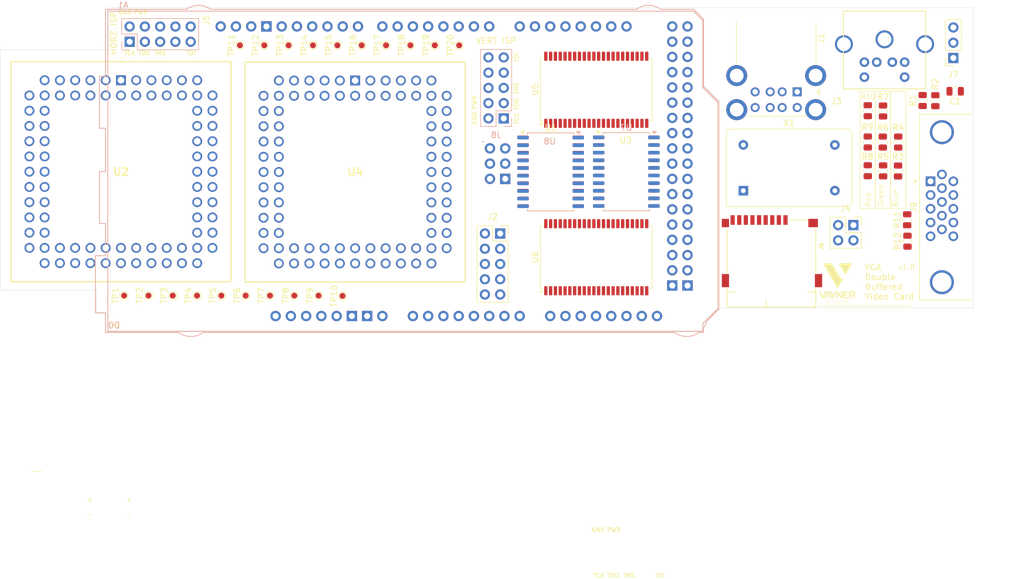
<source format=kicad_pcb>
(kicad_pcb (version 20240108) (generator "pcbnew") (generator_version "8.0")
  (layers (0 "F.Cu" signal) (1 "In1.Cu" signal) (2 "In2.Cu" signal) (31 "B.Cu" signal) (34 "B.Paste" user) (35 "F.Paste" user) (36 "B.SilkS" user "B.Silkscreen") (37 "F.SilkS" user "F.Silkscreen") (38 "B.Mask" user) (39 "F.Mask" user) (44 "Edge.Cuts" user))
  (net 0 "")
  (net 1 "PWR")
  (net 2 "Net-(J2-Pin_5)")
  (net 3 "~{H_SYNC}")
  (net 4 "Net-(J2-Pin_2)")
  (net 5 "~{V_SYNC}")
  (net 6 "H_VISIBLE")
  (net 7 "/SD_CS")
  (net 8 "/PS2_CLK")
  (net 9 "GND")
  (net 10 "RESOLUTION")
  (net 11 "Net-(A1-D19{slash}RX1)")
  (net 12 "/PS2_DAT")
  (net 13 "Net-(A1-D18{slash}TX1)")
  (net 16 "Net-(J2-Pin_8)")
  (net 17 "Net-(J2-Pin_6)")
  (net 18 "Net-(J2-Pin_4)")
  (net 19 "Net-(J2-Pin_3)")
  (net 20 "Net-(J2-Pin_7)")
  (net 24 "Net-(J2-Pin_9)")
  (net 25 "READY")
  (net 34 "V_VISIBLE")
  (net 39 "GREEN")
  (net 42 "DATA6")
  (net 43 "BLUE")
  (net 46 "RED")
  (net 47 "/MCU CE")
  (net 49 "Net-(J7-Pin_2)")
  (net 50 "TMS_H")
  (net 51 "TCK_H")
  (net 52 "TDO_H")
  (net 53 "TDI_H")
  (net 56 "TMS_V")
  (net 57 "TDI_V")
  (net 58 "~{VGA_OUT}")
  (net 59 "MEMADDR_BANK16")
  (net 60 "COUNTER_MEMADDR3")
  (net 61 "MEMADDR_BANK15")
  (net 62 "MEMADDR_BANK11")
  (net 63 "MEMADDR_BANK17")
  (net 64 "MEMADDR_BANK10")
  (net 65 "MEMADDR_BANK14")
  (net 66 "COUNTER_MEMADDR2")
  (net 67 "COUNTER_MEMADDR4")
  (net 68 "COUNTER_MEMADDR1")
  (net 69 "COUNTER_MEMADDR0")
  (net 70 "MEMADDR_BANK12")
  (net 71 "COUNTER_MEMADDR5")
  (net 72 "COUNTER_MEMADDR6")
  (net 73 "COUNTER_MEMADDR7")
  (net 74 "MEMADDR_BANK13")
  (net 75 "TCK_V")
  (net 76 "MEMADDR_BANK114")
  (net 77 "MEMADDR_BANK115")
  (net 78 "MEMADDR_BANK110")
  (net 79 "COUNTER_MEMADDR9")
  (net 80 "MEMADDR_BANK113")
  (net 81 "MEMADDR_BANK112")
  (net 82 "COUNTER_MEMADDR13")
  (net 83 "Net-(A1-PadD6)")
  (net 84 "COUNTER_MEMADDR8")
  (net 85 "COUNTER_MEMADDR10")
  (net 86 "COUNTER_MEMADDR14")
  (net 87 "MEMADDR_BANK18")
  (net 88 "COUNTER_MEMADDR15")
  (net 89 "COUNTER_MEMADDR11")
  (net 90 "COUNTER_MEMADDR12")
  (net 91 "MEMADDR_BANK111")
  (net 92 "MEMADDR_BANK19")
  (net 93 "TDO_V")
  (net 95 "COUNTER_MEMADDR17")
  (net 96 "MEMADDR_BANK116")
  (net 97 "MEMADDR_BANK117")
  (net 98 "COUNTER_MEMADDR19")
  (net 99 "COUNTER_MEMADDR18")
  (net 100 "MEMADDR_BANK119")
  (net 101 "MEMADDR_BANK118")
  (net 102 "Net-(U7-B0)")
  (net 103 "COUNTER_MEMADDR16")
  (net 104 "Net-(U7-B1)")
  (net 105 "Net-(U7-B2)")
  (net 106 "Net-(U7-B3)")
  (net 107 "Net-(U7-B4)")
  (net 108 "Net-(U7-B5)")
  (net 109 "Net-(U7-B6)")
  (net 110 "BANK_SELECT")
  (net 111 "Net-(U7-B7)")
  (net 112 "Net-(J9-Pad13)")
  (net 113 "Net-(J9-Pad14)")
  (net 114 "~{MCU_BANK1}")
  (net 117 "MEMADDR_BANK24")
  (net 118 "/MCU WE")
  (net 119 "MEMADDR_BANK26")
  (net 120 "MEMADDR_BANK21")
  (net 121 "DATA4")
  (net 122 "DATA7")
  (net 124 "5V")
  (net 126 "Net-(A1-D17{slash}RX2)")
  (net 127 "MEMADDR_BANK25")
  (net 128 "MEMADDR_BANK23")
  (net 129 "MEMADDR_BANK22")
  (net 130 "MEMADDR_BANK27")
  (net 131 "MEMADDR_BANK20")
  (net 132 "MEMADDR_BANK210")
  (net 133 "MEMADDR_BANK29")
  (net 134 "MEMADDR_BANK28")
  (net 135 "MEMADDR_BANK215")
  (net 136 "MEMADDR_BANK214")
  (net 137 "MEMADDR_BANK212")
  (net 138 "MEMADDR_BANK213")
  (net 139 "MEMADDR_BANK211")
  (net 141 "DATA0")
  (net 144 "MEMADDR_BANK218")
  (net 148 "MEMADDR_BANK216")
  (net 150 "MEMADDR_BANK219")
  (net 151 "MEMADDR_BANK217")
  (net 156 "3.3V")
  (net 158 "Net-(A1-PadD7)")
  (net 159 "H_DONE")
  (net 161 "CLOCK")
  (net 165 "~{MCU_BANK2}")
  (net 171 "DATA3")
  (net 173 "~{OE_BANK1}")
  (net 174 "~{OE_BANK2}")
  (net 176 "~{WE_BANK1}")
  (net 178 "Net-(A1-D16{slash}TX2)")
  (net 182 "DATA5")
  (net 184 "DATA1")
  (net 186 "~{WE_BANK2}")
  (net 187 "Net-(A1-SPI_MOSI)")
  (net 188 "/MCU OE")
  (net 189 "MCUMEMADDR1")
  (net 190 "DATA2")
  (net 191 "MCUMEMADDR17")
  (net 192 "MCUMEMADDR10")
  (net 193 "~{VGA_OUT 2}")
  (net 194 "~{VGA_OUT 1}")
  (net 203 "DATA_BANK13")
  (net 204 "DATA_BANK10")
  (net 205 "DATA_BANK14")
  (net 206 "DATA_BANK15")
  (net 207 "DATA_BANK16")
  (net 208 "DATA_BANK12")
  (net 209 "DATA_BANK11")
  (net 210 "DATA_BANK17")
  (net 211 "DATA_BANK25")
  (net 212 "DATA_BANK26")
  (net 213 "MCUMEMADDR4")
  (net 214 "MCUMEMADDR7")
  (net 215 "MCUMEMADDR15")
  (net 216 "MCUMEMADDR18")
  (net 217 "MCUMEMADDR8")
  (net 218 "MCUMEMADDR6")
  (net 219 "MCUMEMADDR5")
  (net 220 "MCUMEMADDR9")
  (net 221 "MCUMEMADDR3")
  (net 222 "MCUMEMADDR11")
  (net 223 "MCUMEMADDR14")
  (net 224 "MCUMEMADDR0")
  (net 225 "MCUMEMADDR2")
  (net 226 "MCUMEMADDR16")
  (net 227 "MCUMEMADDR12")
  (net 228 "MCUMEMADDR19")
  (net 229 "MCUMEMADDR13")
  (net 230 "Net-(A1-SPI_SCK)")
  (net 231 "DATA_BANK24")
  (net 232 "DATA_BANK23")
  (net 233 "DATA_BANK21")
  (net 235 "DATA_BANK20")
  (net 236 "DATA_BANK27")
  (net 237 "Net-(A1-SPI_MISO)")
  (net 238 "DATA_BANK22")
  (footprint "Resistor_SMD:R_0805_2012Metric" (layer "F.Cu") (at 180.52 81.3625 90)
    (property "Reference" "R4" (at 2.4225 0 180) (layer "F.SilkS"))
    (property "Value" "R470")
    (pad "1" smd roundrect (at -0.9125 0 90) (size 1.025 1.4) (layers "F.Cu" "F.Paste" "F.Mask") (roundrect_rratio 0.243902) (net 104 "Net-(U7-B1)"))
    (pad "2" smd roundrect (at 0.9125 0 90) (size 1.025 1.4) (layers "F.Cu" "F.Paste" "F.Mask") (roundrect_rratio 0.243902) (net 43 "BLUE"))
  )
  (footprint "Resistor_SMD:R_0805_2012Metric" (layer "F.Cu") (at 182.01 94.31 90)
    (property "Reference" "R11" (at 0 -1.65 90) (layer "F.SilkS"))
    (property "Value" "R100")
    (pad "1" smd roundrect (at -0.9125 0 90) (size 1.025 1.4) (layers "F.Cu" "F.Paste" "F.Mask") (roundrect_rratio 0.243902) (net 112 "Net-(J9-Pad13)"))
    (pad "2" smd roundrect (at 0.9125 0 90) (size 1.025 1.4) (layers "F.Cu" "F.Paste" "F.Mask") (roundrect_rratio 0.243902) (net 3 "~{H_SYNC}"))
  )
  (footprint "TestPoint:TestPoint_Pad_D1.0mm" (layer "F.Cu") (at 103.364 65.24 90)
    (property "Reference" "TP19" (at 0 -1.448 90) (layer "F.SilkS"))
    (property "Value" "TestPoint")
    (pad "1" smd circle (at 0 0 90) (size 1 1) (layers "F.Cu" "F.Mask") (net 99 "COUNTER_MEMADDR18"))
  )
  (footprint "TestPoint:TestPoint_Pad_D1.0mm" (layer "F.Cu") (at 95.252 65.24 90)
    (property "Reference" "TP17" (at 0 -1.448 90) (layer "F.SilkS"))
    (property "Value" "TestPoint")
    (pad "1" smd circle (at 0 0 90) (size 1 1) (layers "F.Cu" "F.Mask") (net 103 "COUNTER_MEMADDR16"))
  )
  (footprint "TestPoint:TestPoint_Pad_D1.0mm" (layer "F.Cu") (at 70.916 65.24 90)
    (property "Reference" "TP11" (at 0 -1.448 90) (layer "F.SilkS"))
    (property "Value" "TestPoint")
    (pad "1" smd circle (at 0 0 90) (size 1 1) (layers "F.Cu" "F.Mask") (net 85 "COUNTER_MEMADDR10"))
  )
  (footprint "Package_SO:TSOP-II-44_10.16x18.41mm_P0.8mm" (layer "F.Cu") (at 130.25 100.55 90)
    (property "Reference" "U6" (at 0 -10.16 90) (layer "F.SilkS"))
    (property "Value" "K6X8008T2B-TF55")
    (pad "1" smd roundrect (at -5.5875 -8.4 90) (size 1.525 0.55) (layers "F.Cu" "F.Paste" "F.Mask") (net 117 "MEMADDR_BANK24"))
    (pad "2" smd roundrect (at -5.5875 -7.6 90) (size 1.525 0.55) (layers "F.Cu" "F.Paste" "F.Mask") (net 128 "MEMADDR_BANK23"))
    (pad "3" smd roundrect (at -5.5875 -6.8 90) (size 1.525 0.55) (layers "F.Cu" "F.Paste" "F.Mask") (net 129 "MEMADDR_BANK22"))
    (pad "4" smd roundrect (at -5.5875 -6 90) (size 1.525 0.55) (layers "F.Cu" "F.Paste" "F.Mask") (net 120 "MEMADDR_BANK21"))
    (pad "5" smd roundrect (at -5.5875 -5.2 90) (size 1.525 0.55) (layers "F.Cu" "F.Paste" "F.Mask") (net 131 "MEMADDR_BANK20"))
    (pad "6" smd roundrect (at -5.5875 -4.4 90) (size 1.525 0.55) (layers "F.Cu" "F.Paste" "F.Mask") (net 9 "GND"))
    (pad "7" smd roundrect (at -5.5875 -3.6 90) (size 1.525 0.55) (layers "F.Cu" "F.Paste" "F.Mask"))
    (pad "8" smd roundrect (at -5.5875 -2.8 90) (size 1.525 0.55) (layers "F.Cu" "F.Paste" "F.Mask"))
    (pad "9" smd roundrect (at -5.5875 -2 90) (size 1.525 0.55) (layers "F.Cu" "F.Paste" "F.Mask") (net 236 "DATA_BANK27"))
    (pad "10" smd roundrect (at -5.5875 -1.2 90) (size 1.525 0.55) (layers "F.Cu" "F.Paste" "F.Mask") (net 212 "DATA_BANK26"))
    (pad "11" smd roundrect (at -5.5875 -0.4 90) (size 1.525 0.55) (layers "F.Cu" "F.Paste" "F.Mask") (net 1 "PWR"))
    (pad "12" smd roundrect (at -5.5875 0.4 90) (size 1.525 0.55) (layers "F.Cu" "F.Paste" "F.Mask") (net 9 "GND"))
    (pad "13" smd roundrect (at -5.5875 1.2 90) (size 1.525 0.55) (layers "F.Cu" "F.Paste" "F.Mask") (net 211 "DATA_BANK25"))
    (pad "14" smd roundrect (at -5.5875 2 90) (size 1.525 0.55) (layers "F.Cu" "F.Paste" "F.Mask") (net 231 "DATA_BANK24"))
    (pad "15" smd roundrect (at -5.5875 2.8 90) (size 1.525 0.55) (layers "F.Cu" "F.Paste" "F.Mask"))
    (pad "16" smd roundrect (at -5.5875 3.6 90) (size 1.525 0.55) (layers "F.Cu" "F.Paste" "F.Mask"))
    (pad "17" smd roundrect (at -5.5875 4.4 90) (size 1.525 0.55) (layers "F.Cu" "F.Paste" "F.Mask") (net 186 "~{WE_BANK2}"))
    (pad "18" smd roundrect (at -5.5875 5.2 90) (size 1.525 0.55) (layers "F.Cu" "F.Paste" "F.Mask") (net 150 "MEMADDR_BANK219"))
    (pad "19" smd roundrect (at -5.5875 6 90) (size 1.525 0.55) (layers "F.Cu" "F.Paste" "F.Mask") (net 144 "MEMADDR_BANK218"))
    (pad "20" smd roundrect (at -5.5875 6.8 90) (size 1.525 0.55) (layers "F.Cu" "F.Paste" "F.Mask") (net 151 "MEMADDR_BANK217"))
    (pad "21" smd roundrect (at -5.5875 7.6 90) (size 1.525 0.55) (layers "F.Cu" "F.Paste" "F.Mask") (net 148 "MEMADDR_BANK216"))
    (pad "22" smd roundrect (at -5.5875 8.4 90) (size 1.525 0.55) (layers "F.Cu" "F.Paste" "F.Mask") (net 135 "MEMADDR_BANK215"))
    (pad "23" smd roundrect (at 5.5875 8.4 90) (size 1.525 0.55) (layers "F.Cu" "F.Paste" "F.Mask") (net 136 "MEMADDR_BANK214"))
    (pad "24" smd roundrect (at 5.5875 7.6 90) (size 1.525 0.55) (layers "F.Cu" "F.Paste" "F.Mask") (net 138 "MEMADDR_BANK213"))
    (pad "25" smd roundrect (at 5.5875 6.8 90) (size 1.525 0.55) (layers "F.Cu" "F.Paste" "F.Mask") (net 137 "MEMADDR_BANK212"))
    (pad "26" smd roundrect (at 5.5875 6 90) (size 1.525 0.55) (layers "F.Cu" "F.Paste" "F.Mask") (net 139 "MEMADDR_BANK211"))
    (pad "27" smd roundrect (at 5.5875 5.2 90) (size 1.525 0.55) (layers "F.Cu" "F.Paste" "F.Mask") (net 132 "MEMADDR_BANK210"))
    (pad "28" smd roundrect (at 5.5875 4.4 90) (size 1.525 0.55) (layers "F.Cu" "F.Paste" "F.Mask") (net 133 "MEMADDR_BANK29"))
    (pad "29" smd roundrect (at 5.5875 3.6 90) (size 1.525 0.55) (layers "F.Cu" "F.Paste" "F.Mask"))
    (pad "30" smd roundrect (at 5.5875 2.8 90) (size 1.525 0.55) (layers "F.Cu" "F.Paste" "F.Mask"))
    (pad "31" smd roundrect (at 5.5875 2 90) (size 1.525 0.55) (layers "F.Cu" "F.Paste" "F.Mask") (net 232 "DATA_BANK23"))
    (pad "32" smd roundrect (at 5.5875 1.2 90) (size 1.525 0.55) (layers "F.Cu" "F.Paste" "F.Mask") (net 238 "DATA_BANK22"))
    (pad "33" smd roundrect (at 5.5875 0.4 90) (size 1.525 0.55) (layers "F.Cu" "F.Paste" "F.Mask") (net 1 "PWR"))
    (pad "34" smd roundrect (at 5.5875 -0.4 90) (size 1.525 0.55) (layers "F.Cu" "F.Paste" "F.Mask") (net 9 "GND"))
    (pad "35" smd roundrect (at 5.5875 -1.2 90) (size 1.525 0.55) (layers "F.Cu" "F.Paste" "F.Mask") (net 233 "DATA_BANK21"))
    (pad "36" smd roundrect (at 5.5875 -2 90) (size 1.525 0.55) (layers "F.Cu" "F.Paste" "F.Mask") (net 235 "DATA_BANK20"))
    (pad "37" smd roundrect (at 5.5875 -2.8 90) (size 1.525 0.55) (layers "F.Cu" "F.Paste" "F.Mask"))
    (pad "38" smd roundrect (at 5.5875 -3.6 90) (size 1.525 0.55) (layers "F.Cu" "F.Paste" "F.Mask"))
    (pad "39" smd roundrect (at 5.5875 -4.4 90) (size 1.525 0.55) (layers "F.Cu" "F.Paste" "F.Mask") (net 134 "MEMADDR_BANK28"))
    (pad "40" smd roundrect (at 5.5875 -5.2 90) (size 1.525 0.55) (layers "F.Cu" "F.Paste" "F.Mask") (net 1 "PWR"))
    (pad "41" smd roundrect (at 5.5875 -6 90) (size 1.525 0.55) (layers "F.Cu" "F.Paste" "F.Mask") (net 174 "~{OE_BANK2}"))
    (pad "42" smd roundrect (at 5.5875 -6.8 90) (size 1.525 0.55) (layers "F.Cu" "F.Paste" "F.Mask") (net 130 "MEMADDR_BANK27"))
    (pad "43" smd roundrect (at 5.5875 -7.6 90) (size 1.525 0.55) (layers "F.Cu" "F.Paste" "F.Mask") (net 119 "MEMADDR_BANK26"))
    (pad "44" smd roundrect (at 5.5875 -8.4 90) (size 1.525 0.55) (layers "F.Cu" "F.Paste" "F.Mask") (net 127 "MEMADDR_BANK25"))
  )
  (footprint "TestPoint:TestPoint_Pad_D1.0mm" (layer "F.Cu") (at 55.6875 106.95 90)
    (property "Reference" "TP2" (at 0 -1.448 90) (layer "F.SilkS"))
    (property "Value" "TestPoint")
    (pad "1" smd circle (at 0 0 90) (size 1 1) (layers "F.Cu" "F.Mask") (net 68 "COUNTER_MEMADDR1"))
  )
  (footprint "Connector_PinSocket_2.54mm:PinSocket_2x02_P2.54mm_Vertical" (layer "F.Cu") (at 173.06 95.2)
    (property "Reference" "J4" (at -1.27 -2.77 0) (layer "F.SilkS"))
    (property "Value" "GND PWR")
    (pad "1" thru_hole rect (at 0 0) (size 1.7 1.7) (drill 1) (layers "*.Cu" "*.Mask") (net 1 "PWR"))
    (pad "2" thru_hole oval (at -2.54 0) (size 1.7 1.7) (drill 1) (layers "*.Cu" "*.Mask") (net 1 "PWR"))
    (pad "3" thru_hole oval (at 0 2.54) (size 1.7 1.7) (drill 1) (layers "*.Cu" "*.Mask") (net 9 "GND"))
    (pad "4" thru_hole oval (at -2.54 2.54) (size 1.7 1.7) (drill 1) (layers "*.Cu" "*.Mask") (net 9 "GND"))
  )
  (footprint "Resistor_SMD:R_0805_2012Metric" (layer "F.Cu") (at 175.45 76.1375 90)
    (property "Reference" "R10" (at 2.3375 0.05 180) (layer "F.SilkS") (effects (font (size 0.8 0.8) (thickness 0.1))))
    (property "Value" "R470")
    (pad "1" smd roundrect (at -0.9125 0 90) (size 1.025 1.4) (layers "F.Cu" "F.Paste" "F.Mask") (roundrect_rratio 0.243902) (net 111 "Net-(U7-B7)"))
    (pad "2" smd roundrect (at 0.9125 0 90) (size 1.025 1.4) (layers "F.Cu" "F.Paste" "F.Mask") (roundrect_rratio 0.243902) (net 46 "RED"))
  )
  (footprint "TestPoint:TestPoint_Pad_D1.0mm" (layer "F.Cu") (at 83.084 65.24 90)
    (property "Reference" "TP14" (at 0 -1.448 90) (layer "F.SilkS"))
    (property "Value" "TestPoint")
    (pad "1" smd circle (at 0 0 90) (size 1 1) (layers "F.Cu" "F.Mask") (net 82 "COUNTER_MEMADDR13"))
  )
  (footprint "TestPoint:TestPoint_Pad_D1.0mm" (layer "F.Cu") (at 75.925 106.95 90)
    (property "Reference" "TP7" (at 0 -1.448 90) (layer "F.SilkS"))
    (property "Value" "TestPoint")
    (pad "1" smd circle (at 0 0 90) (size 1 1) (layers "F.Cu" "F.Mask") (net 72 "COUNTER_MEMADDR6"))
  )
  (footprint "Package_SO:SOP-20_7.5x12.8mm_P1.27mm" (layer "F.Cu") (at 135.25 86.305)
    (property "Reference" "U3" (at -0.1 -5.255 0) (layer "F.SilkS"))
    (property "Value" "DATA_BANK2")
    (pad "1" smd roundrect (at -4.6 -5.715) (size 1.9 0.6) (layers "F.Cu" "F.Paste" "F.Mask") (net 188 "/MCU OE"))
    (pad "2" smd roundrect (at -4.6 -4.445) (size 1.9 0.6) (layers "F.Cu" "F.Paste" "F.Mask") (net 141 "DATA0"))
    (pad "3" smd roundrect (at -4.6 -3.175) (size 1.9 0.6) (layers "F.Cu" "F.Paste" "F.Mask") (net 184 "DATA1"))
    (pad "4" smd roundrect (at -4.6 -1.905) (size 1.9 0.6) (layers "F.Cu" "F.Paste" "F.Mask") (net 190 "DATA2"))
    (pad "5" smd roundrect (at -4.6 -0.635) (size 1.9 0.6) (layers "F.Cu" "F.Paste" "F.Mask") (net 171 "DATA3"))
    (pad "6" smd roundrect (at -4.6 0.635) (size 1.9 0.6) (layers "F.Cu" "F.Paste" "F.Mask") (net 121 "DATA4"))
    (pad "7" smd roundrect (at -4.6 1.905) (size 1.9 0.6) (layers "F.Cu" "F.Paste" "F.Mask") (net 182 "DATA5"))
    (pad "8" smd roundrect (at -4.6 3.175) (size 1.9 0.6) (layers "F.Cu" "F.Paste" "F.Mask") (net 42 "DATA6"))
    (pad "9" smd roundrect (at -4.6 4.445) (size 1.9 0.6) (layers "F.Cu" "F.Paste" "F.Mask") (net 122 "DATA7"))
    (pad "10" smd roundrect (at -4.6 5.715) (size 1.9 0.6) (layers "F.Cu" "F.Paste" "F.Mask") (net 9 "GND"))
    (pad "11" smd roundrect (at 4.6 5.715) (size 1.9 0.6) (layers "F.Cu" "F.Paste" "F.Mask") (net 236 "DATA_BANK27"))
    (pad "12" smd roundrect (at 4.6 4.445) (size 1.9 0.6) (layers "F.Cu" "F.Paste" "F.Mask") (net 212 "DATA_BANK26"))
    (pad "13" smd roundrect (at 4.6 3.175) (size 1.9 0.6) (layers "F.Cu" "F.Paste" "F.Mask") (net 211 "DATA_BANK25"))
    (pad "14" smd roundrect (at 4.6 1.905) (size 1.9 0.6) (layers "F.Cu" "F.Paste" "F.Mask") (net 231 "DATA_BANK24"))
    (pad "15" smd roundrect (at 4.6 0.635) (size 1.9 0.6) (layers "F.Cu" "F.Paste" "F.Mask") (net 232 "DATA_BANK23"))
    (pad "16" smd roundrect (at 4.6 -0.635) (size 1.9 0.6) (layers "F.Cu" "F.Paste" "F.Mask") (net 238 "DATA_BANK22"))
    (pad "17" smd roundrect (at 4.6 -1.905) (size 1.9 0.6) (layers "F.Cu" "F.Paste" "F.Mask") (net 233 "DATA_BANK21"))
    (pad "18" smd roundrect (at 4.6 -3.175) (size 1.9 0.6) (layers "F.Cu" "F.Paste" "F.Mask") (net 235 "DATA_BANK20"))
    (pad "19" smd roundrect (at 4.6 -4.445) (size 1.9 0.6) (layers "F.Cu" "F.Paste" "F.Mask") (net 165 "~{MCU_BANK2}"))
    (pad "20" smd roundrect (at 4.6 -5.715) (size 1.9 0.6) (layers "F.Cu" "F.Paste" "F.Mask") (net 1 "PWR"))
  )
  (footprint "Package_SO:TSOP-II-44_10.16x18.41mm_P0.8mm" (layer "F.Cu") (at 130.25 72.65 90)
    (property "Reference" "U5" (at 0 -10.16 90) (layer "F.SilkS"))
    (property "Value" "K6X8008T2B-TF55")
    (pad "1" smd roundrect (at -5.5875 -8.4 90) (size 1.525 0.55) (layers "F.Cu" "F.Paste" "F.Mask") (net 65 "MEMADDR_BANK14"))
    (pad "2" smd roundrect (at -5.5875 -7.6 90) (size 1.525 0.55) (layers "F.Cu" "F.Paste" "F.Mask") (net 74 "MEMADDR_BANK13"))
    (pad "3" smd roundrect (at -5.5875 -6.8 90) (size 1.525 0.55) (layers "F.Cu" "F.Paste" "F.Mask") (net 70 "MEMADDR_BANK12"))
    (pad "4" smd roundrect (at -5.5875 -6 90) (size 1.525 0.55) (layers "F.Cu" "F.Paste" "F.Mask") (net 62 "MEMADDR_BANK11"))
    (pad "5" smd roundrect (at -5.5875 -5.2 90) (size 1.525 0.55) (layers "F.Cu" "F.Paste" "F.Mask") (net 64 "MEMADDR_BANK10"))
    (pad "6" smd roundrect (at -5.5875 -4.4 90) (size 1.525 0.55) (layers "F.Cu" "F.Paste" "F.Mask") (net 9 "GND"))
    (pad "7" smd roundrect (at -5.5875 -3.6 90) (size 1.525 0.55) (layers "F.Cu" "F.Paste" "F.Mask"))
    (pad "8" smd roundrect (at -5.5875 -2.8 90) (size 1.525 0.55) (layers "F.Cu" "F.Paste" "F.Mask"))
    (pad "9" smd roundrect (at -5.5875 -2 90) (size 1.525 0.55) (layers "F.Cu" "F.Paste" "F.Mask") (net 210 "DATA_BANK17"))
    (pad "10" smd roundrect (at -5.5875 -1.2 90) (size 1.525 0.55) (layers "F.Cu" "F.Paste" "F.Mask") (net 207 "DATA_BANK16"))
    (pad "11" smd roundrect (at -5.5875 -0.4 90) (size 1.525 0.55) (layers "F.Cu" "F.Paste" "F.Mask") (net 1 "PWR"))
    (pad "12" smd roundrect (at -5.5875 0.4 90) (size 1.525 0.55) (layers "F.Cu" "F.Paste" "F.Mask") (net 9 "GND"))
    (pad "13" smd roundrect (at -5.5875 1.2 90) (size 1.525 0.55) (layers "F.Cu" "F.Paste" "F.Mask") (net 206 "DATA_BANK15"))
    (pad "14" smd roundrect (at -5.5875 2 90) (size 1.525 0.55) (layers "F.Cu" "F.Paste" "F.Mask") (net 205 "DATA_BANK14"))
    (pad "15" smd roundrect (at -5.5875 2.8 90) (size 1.525 0.55) (layers "F.Cu" "F.Paste" "F.Mask"))
    (pad "16" smd roundrect (at -5.5875 3.6 90) (size 1.525 0.55) (layers "F.Cu" "F.Paste" "F.Mask"))
    (pad "17" smd roundrect (at -5.5875 4.4 90) (size 1.525 0.55) (layers "F.Cu" "F.Paste" "F.Mask") (net 176 "~{WE_BANK1}"))
    (pad "18" smd roundrect (at -5.5875 5.2 90) (size 1.525 0.55) (layers "F.Cu" "F.Paste" "F.Mask") (net 100 "MEMADDR_BANK119"))
    (pad "19" smd roundrect (at -5.5875 6 90) (size 1.525 0.55) (layers "F.Cu" "F.Paste" "F.Mask") (net 101 "MEMADDR_BANK118"))
    (pad "20" smd roundrect (at -5.5875 6.8 90) (size 1.525 0.55) (layers "F.Cu" "F.Paste" "F.Mask") (net 97 "MEMADDR_BANK117"))
    (pad "21" smd roundrect (at -5.5875 7.6 90) (size 1.525 0.55) (layers "F.Cu" "F.Paste" "F.Mask") (net 96 "MEMADDR_BANK116"))
    (pad "22" smd roundrect (at -5.5875 8.4 90) (size 1.525 0.55) (layers "F.Cu" "F.Paste" "F.Mask") (net 77 "MEMADDR_BANK115"))
    (pad "23" smd roundrect (at 5.5875 8.4 90) (size 1.525 0.55) (layers "F.Cu" "F.Paste" "F.Mask") (net 76 "MEMADDR_BANK114"))
    (pad "24" smd roundrect (at 5.5875 7.6 90) (size 1.525 0.55) (layers "F.Cu" "F.Paste" "F.Mask") (net 80 "MEMADDR_BANK113"))
    (pad "25" smd roundrect (at 5.5875 6.8 90) (size 1.525 0.55) (layers "F.Cu" "F.Paste" "F.Mask") (net 81 "MEMADDR_BANK112"))
    (pad "26" smd roundrect (at 5.5875 6 90) (size 1.525 0.55) (layers "F.Cu" "F.Paste" "F.Mask") (net 91 "MEMADDR_BANK111"))
    (pad "27" smd roundrect (at 5.5875 5.2 90) (size 1.525 0.55) (layers "F.Cu" "F.Paste" "F.Mask") (net 78 "MEMADDR_BANK110"))
    (pad "28" smd roundrect (at 5.5875 4.4 90) (size 1.525 0.55) (layers "F.Cu" "F.Paste" "F.Mask") (net 92 "MEMADDR_BANK19"))
    (pad "29" smd roundrect (at 5.5875 3.6 90) (size 1.525 0.55) (layers "F.Cu" "F.Paste" "F.Mask"))
    (pad "30" smd roundrect (at 5.5875 2.8 90) (size 1.525 0.55) (layers "F.Cu" "F.Paste" "F.Mask"))
    (pad "31" smd roundrect (at 5.5875 2 90) (size 1.525 0.55) (layers "F.Cu" "F.Paste" "F.Mask") (net 203 "DATA_BANK13"))
    (pad "32" smd roundrect (at 5.5875 1.2 90) (size 1.525 0.55) (layers "F.Cu" "F.Paste" "F.Mask") (net 208 "DATA_BANK12"))
    (pad "33" smd roundrect (at 5.5875 0.4 90) (size 1.525 0.55) (layers "F.Cu" "F.Paste" "F.Mask") (net 1 "PWR"))
    (pad "34" smd roundrect (at 5.5875 -0.4 90) (size 1.525 0.55) (layers "F.Cu" "F.Paste" "F.Mask") (net 9 "GND"))
    (pad "35" smd roundrect (at 5.5875 -1.2 90) (size 1.525 0.55) (layers "F.Cu" "F.Paste" "F.Mask") (net 209 "DATA_BANK11"))
    (pad "36" smd roundrect (at 5.5875 -2 90) (size 1.525 0.55) (layers "F.Cu" "F.Paste" "F.Mask") (net 204 "DATA_BANK10"))
    (pad "37" smd roundrect (at 5.5875 -2.8 90) (size 1.525 0.55) (layers "F.Cu" "F.Paste" "F.Mask"))
    (pad "38" smd roundrect (at 5.5875 -3.6 90) (size 1.525 0.55) (layers "F.Cu" "F.Paste" "F.Mask"))
    (pad "39" smd roundrect (at 5.5875 -4.4 90) (size 1.525 0.55) (layers "F.Cu" "F.Paste" "F.Mask") (net 87 "MEMADDR_BANK18"))
    (pad "40" smd roundrect (at 5.5875 -5.2 90) (size 1.525 0.55) (layers "F.Cu" "F.Paste" "F.Mask") (net 1 "PWR"))
    (pad "41" smd roundrect (at 5.5875 -6 90) (size 1.525 0.55) (layers "F.Cu" "F.Paste" "F.Mask") (net 173 "~{OE_BANK1}"))
    (pad "42" smd roundrect (at 5.5875 -6.8 90) (size 1.525 0.55) (layers "F.Cu" "F.Paste" "F.Mask") (net 63 "MEMADDR_BANK17"))
    (pad "43" smd roundrect (at 5.5875 -7.6 90) (size 1.525 0.55) (layers "F.Cu" "F.Paste" "F.Mask") (net 59 "MEMADDR_BANK16"))
    (pad "44" smd roundrect (at 5.5875 -8.4 90) (size 1.525 0.55) (layers "F.Cu" "F.Paste" "F.Mask") (net 61 "MEMADDR_BANK15"))
  )
  (footprint "TestPoint:TestPoint_Pad_D1.0mm" (layer "F.Cu") (at 71.8775 106.95 90)
    (property "Reference" "TP6" (at 0 -1.448 90) (layer "F.SilkS"))
    (property "Value" "TestPoint")
    (pad "1" smd circle (at 0 0 90) (size 1 1) (layers "F.Cu" "F.Mask") (net 71 "COUNTER_MEMADDR5"))
  )
  (footprint "PLCC-84:PLCC84AT" (layer "F.Cu") (at 51.11 71.06)
    (property "Reference" "U2" (at 0 15.24 0) (layer "F.SilkS") (effects (font (size 1.27 1.27) (thickness 0.254))))
    (property "Value" "ATF1508AS-10JU84" (hide yes))
    (pad "1" thru_hole rect (at 0 0) (size 1.65 1.65) (drill 1.1) (layers "*.Cu" "*.Mask") (net 10 "RESOLUTION"))
    (pad "2" thru_hole circle (at 0 2.54) (size 1.65 1.65) (drill 1.1) (layers "*.Cu" "*.Mask"))
    (pad "3" thru_hole circle (at -2.54 0) (size 1.65 1.65) (drill 1.1) (layers "*.Cu" "*.Mask") (net 1 "PWR"))
    (pad "4" thru_hole circle (at -2.54 2.54) (size 1.65 1.65) (drill 1.1) (layers "*.Cu" "*.Mask") (net 69 "COUNTER_MEMADDR0"))
    (pad "5" thru_hole circle (at -5.08 0) (size 1.65 1.65) (drill 1.1) (layers "*.Cu" "*.Mask") (net 68 "COUNTER_MEMADDR1"))
    (pad "6" thru_hole circle (at -5.08 2.54) (size 1.65 1.65) (drill 1.1) (layers "*.Cu" "*.Mask") (net 66 "COUNTER_MEMADDR2"))
    (pad "7" thru_hole circle (at -7.62 0) (size 1.65 1.65) (drill 1.1) (layers "*.Cu" "*.Mask") (net 9 "GND"))
    (pad "8" thru_hole circle (at -7.62 2.54) (size 1.65 1.65) (drill 1.1) (layers "*.Cu" "*.Mask") (net 60 "COUNTER_MEMADDR3"))
    (pad "9" thru_hole circle (at -10.16 0) (size 1.65 1.65) (drill 1.1) (layers "*.Cu" "*.Mask") (net 67 "COUNTER_MEMADDR4"))
    (pad "10" thru_hole circle (at -10.16 2.54) (size 1.65 1.65) (drill 1.1) (layers "*.Cu" "*.Mask") (net 71 "COUNTER_MEMADDR5"))
    (pad "11" thru_hole circle (at -12.7 0) (size 1.65 1.65) (drill 1.1) (layers "*.Cu" "*.Mask") (net 72 "COUNTER_MEMADDR6"))
    (pad "12" thru_hole circle (at -15.24 2.54) (size 1.65 1.65) (drill 1.1) (layers "*.Cu" "*.Mask") (net 73 "COUNTER_MEMADDR7"))
    (pad "13" thru_hole circle (at -12.7 2.54) (size 1.65 1.65) (drill 1.1) (layers "*.Cu" "*.Mask") (net 1 "PWR"))
    (pad "14" thru_hole circle (at -15.24 5.08) (size 1.65 1.65) (drill 1.1) (layers "*.Cu" "*.Mask") (net 53 "TDI_H"))
    (pad "15" thru_hole circle (at -12.7 5.08) (size 1.65 1.65) (drill 1.1) (layers "*.Cu" "*.Mask") (net 84 "COUNTER_MEMADDR8"))
    (pad "16" thru_hole circle (at -15.24 7.62) (size 1.65 1.65) (drill 1.1) (layers "*.Cu" "*.Mask") (net 79 "COUNTER_MEMADDR9"))
    (pad "17" thru_hole circle (at -12.7 7.62) (size 1.65 1.65) (drill 1.1) (layers "*.Cu" "*.Mask"))
    (pad "18" thru_hole circle (at -15.24 10.16) (size 1.65 1.65) (drill 1.1) (layers "*.Cu" "*.Mask"))
    (pad "19" thru_hole circle (at -12.7 10.16) (size 1.65 1.65) (drill 1.1) (layers "*.Cu" "*.Mask") (net 9 "GND"))
    (pad "20" thru_hole circle (at -15.24 12.7) (size 1.65 1.65) (drill 1.1) (layers "*.Cu" "*.Mask") (net 224 "MCUMEMADDR0"))
    (pad "21" thru_hole circle (at -12.7 12.7) (size 1.65 1.65) (drill 1.1) (layers "*.Cu" "*.Mask") (net 189 "MCUMEMADDR1"))
    (pad "22" thru_hole circle (at -15.24 15.24) (size 1.65 1.65) (drill 1.1) (layers "*.Cu" "*.Mask") (net 225 "MCUMEMADDR2"))
    (pad "23" thru_hole circle (at -12.7 15.24) (size 1.65 1.65) (drill 1.1) (layers "*.Cu" "*.Mask") (net 50 "TMS_H"))
    (pad "24" thru_hole circle (at -15.24 17.78) (size 1.65 1.65) (drill 1.1) (layers "*.Cu" "*.Mask") (net 221 "MCUMEMADDR3"))
    (pad "25" thru_hole circle (at -12.7 17.78) (size 1.65 1.65) (drill 1.1) (layers "*.Cu" "*.Mask") (net 213 "MCUMEMADDR4"))
    (pad "26" thru_hole circle (at -15.24 20.32) (size 1.65 1.65) (drill 1.1) (layers "*.Cu" "*.Mask") (net 1 "PWR"))
    (pad "27" thru_hole circle (at -12.7 20.32) (size 1.65 1.65) (drill 1.1) (layers "*.Cu" "*.Mask") (net 219 "MCUMEMADDR5"))
    (pad "28" thru_hole circle (at -15.24 22.86) (size 1.65 1.65) (drill 1.1) (layers "*.Cu" "*.Mask") (net 218 "MCUMEMADDR6"))
    (pad "29" thru_hole circle (at -12.7 22.86) (size 1.65 1.65) (drill 1.1) (layers "*.Cu" "*.Mask") (net 214 "MCUMEMADDR7"))
    (pad "30" thru_hole circle (at -15.24 25.4) (size 1.65 1.65) (drill 1.1) (layers "*.Cu" "*.Mask") (net 217 "MCUMEMADDR8"))
    (pad "31" thru_hole circle (at -12.7 25.4) (size 1.65 1.65) (drill 1.1) (layers "*.Cu" "*.Mask") (net 220 "MCUMEMADDR9"))
    (pad "32" thru_hole circle (at -15.24 27.94) (size 1.65 1.65) (drill 1.1) (layers "*.Cu" "*.Mask") (net 9 "GND"))
    (pad "33" thru_hole circle (at -12.7 30.48) (size 1.65 1.65) (drill 1.1) (layers "*.Cu" "*.Mask") (net 110 "BANK_SELECT"))
    (pad "34" thru_hole circle (at -12.7 27.94) (size 1.65 1.65) (drill 1.1) (layers "*.Cu" "*.Mask"))
    (pad "35" thru_hole circle (at -10.16 30.48) (size 1.65 1.65) (drill 1.1) (layers "*.Cu" "*.Mask"))
    (pad "36" thru_hole circle (at -10.16 27.94) (size 1.65 1.65) (drill 1.1) (layers "*.Cu" "*.Mask"))
    (pad "37" thru_hole circle (at -7.62 30.48) (size 1.65 1.65) (drill 1.1) (layers "*.Cu" "*.Mask"))
    (pad "38" thru_hole circle (at -7.62 27.94) (size 1.65 1.65) (drill 1.1) (layers "*.Cu" "*.Mask") (net 1 "PWR"))
    (pad "39" thru_hole circle (at -5.08 30.48) (size 1.65 1.65) (drill 1.1) (layers "*.Cu" "*.Mask"))
    (pad "40" thru_hole circle (at -5.08 27.94) (size 1.65 1.65) (drill 1.1) (layers "*.Cu" "*.Mask"))
    (pad "41" thru_hole circle (at -2.54 30.48) (size 1.65 1.65) (drill 1.1) (layers "*.Cu" "*.Mask"))
    (pad "42" thru_hole circle (at -2.54 27.94) (size 1.65 1.65) (drill 1.1) (layers "*.Cu" "*.Mask") (net 9 "GND"))
    (pad "43" thru_hole circle (at 0 30.48) (size 1.65 1.65) (drill 1.1) (layers "*.Cu" "*.Mask") (net 1 "PWR"))
    (pad "44" thru_hole circle (at 0 27.94) (size 1.65 1.65) (drill 1.1) (layers "*.Cu" "*.Mask") (net 3 "~{H_SYNC}"))
    (pad "45" thru_hole circle (at 2.54 30.48) (size 1.65 1.65) (drill 1.1) (layers "*.Cu" "*.Mask") (net 159 "H_DONE"))
    (pad "46" thru_hole circle (at 2.54 27.94) (size 1.65 1.65) (drill 1.1) (layers "*.Cu" "*.Mask") (net 6 "H_VISIBLE"))
    (pad "47" thru_hole circle (at 5.08 30.48) (size 1.65 1.65) (drill 1.1) (layers "*.Cu" "*.Mask") (net 9 "GND"))
    (pad "48" thru_hole circle (at 5.08 27.94) (size 1.65 1.65) (drill 1.1) (layers "*.Cu" "*.Mask"))
    (pad "49" thru_hole circle (at 7.62 30.48) (size 1.65 1.65) (drill 1.1) (layers "*.Cu" "*.Mask"))
    (pad "50" thru_hole circle (at 7.62 27.94) (size 1.65 1.65) (drill 1.1) (layers "*.Cu" "*.Mask"))
    (pad "51" thru_hole circle (at 10.16 30.48) (size 1.65 1.65) (drill 1.1) (layers "*.Cu" "*.Mask"))
    (pad "52" thru_hole circle (at 10.16 27.94) (size 1.65 1.65) (drill 1.1) (layers "*.Cu" "*.Mask"))
    (pad "53" thru_hole circle (at 12.7 30.48) (size 1.65 1.65) (drill 1.1) (layers "*.Cu" "*.Mask") (net 1 "PWR"))
    (pad "54" thru_hole circle (at 15.24 27.94) (size 1.65 1.65) (drill 1.1) (layers "*.Cu" "*.Mask"))
    (pad "55" thru_hole circle (at 12.7 27.94) (size 1.65 1.65) (drill 1.1) (layers "*.Cu" "*.Mask"))
    (pad "56" thru_hole circle (at 15.24 25.4) (size 1.65 1.65) (drill 1.1) (layers "*.Cu" "*.Mask") (net 133 "MEMADDR_BANK29"))
    (pad "57" thru_hole circle (at 12.7 25.4) (size 1.65 1.65) (drill 1.1) (layers "*.Cu" "*.Mask") (net 134 "MEMADDR_BANK28"))
    (pad "58" thru_hole circle (at 15.24 22.86) (size 1.65 1.65) (drill 1.1) (layers "*.Cu" "*.Mask") (net 130 "MEMADDR_BANK27"))
    (pad "59" thru_hole circle (at 12.7 22.86) (size 1.65 1.65) (drill 1.1) (layers "*.Cu" "*.Mask") (net 9 "GND"))
    (pad "60" thru_hole circle (at 15.24 20.32) (size 1.65 1.65) (drill 1.1) (layers "*.Cu" "*.Mask") (net 119 "MEMADDR_BANK26"))
    (pad "61" thru_hole circle (at 12.7 20.32) (size 1.65 1.65) (drill 1.1) (layers "*.Cu" "*.Mask") (net 127 "MEMADDR_BANK25"))
    (pad "62" thru_hole circle (at 15.24 17.78) (size 1.65 1.65) (drill 1.1) (layers "*.Cu" "*.Mask") (net 51 "TCK_H"))
    (pad "63" thru_hole circle (at 12.7 17.78) (size 1.65 1.65) (drill 1.1) (layers "*.Cu" "*.Mask") (net 117 "MEMADDR_BANK24"))
    (pad "64" thru_hole circle (at 15.24 15.24) (size 1.65 1.65) (drill 1.1) (layers "*.Cu" "*.Mask") (net 128 "MEMADDR_BANK23"))
    (pad "65" thru_hole circle (at 12.7 15.24) (size 1.65 1.65) (drill 1.1) (layers "*.Cu" "*.Mask") (net 129 "MEMADDR_BANK22"))
    (pad "66" thru_hole circle (at 15.24 12.7) (size 1.65 1.65) (drill 1.1) (layers "*.Cu" "*.Mask") (net 1 "PWR"))
    (pad "67" thru_hole circle (at 12.7 12.7) (size 1.65 1.65) (drill 1.1) (layers "*.Cu" "*.Mask") (net 120 "MEMADDR_BANK21"))
    (pad "68" thru_hole circle (at 15.24 10.16) (size 1.65 1.65) (drill 1.1) (layers "*.Cu" "*.Mask") (net 131 "MEMADDR_BANK20"))
    (pad "69" thru_hole circle (at 12.7 10.16) (size 1.65 1.65) (drill 1.1) (layers "*.Cu" "*.Mask") (net 92 "MEMADDR_BANK19"))
    (pad "70" thru_hole circle (at 15.24 7.62) (size 1.65 1.65) (drill 1.1) (layers "*.Cu" "*.Mask") (net 87 "MEMADDR_BANK18"))
    (pad "71" thru_hole circle (at 12.7 7.62) (size 1.65 1.65) (drill 1.1) (layers "*.Cu" "*.Mask") (net 52 "TDO_H"))
    (pad "72" thru_hole circle (at 15.24 5.08) (size 1.65 1.65) (drill 1.1) (layers "*.Cu" "*.Mask") (net 9 "GND"))
    (pad "73" thru_hole circle (at 12.7 5.08) (size 1.65 1.65) (drill 1.1) (layers "*.Cu" "*.Mask") (net 63 "MEMADDR_BANK17"))
    (pad "74" thru_hole circle (at 15.24 2.54) (size 1.65 1.65) (drill 1.1) (layers "*.Cu" "*.Mask") (net 59 "MEMADDR_BANK16"))
    (pad "75" thru_hole circle (at 12.7 0) (size 1.65 1.65) (drill 1.1) (layers "*.Cu" "*.Mask") (net 61 "MEMADDR_BANK15"))
    (pad "76" thru_hole circle (at 12.7 2.54) (size 1.65 1.65) (drill 1.1) (layers "*.Cu" "*.Mask") (net 65 "MEMADDR_BANK14"))
    (pad "77" thru_hole circle (at 10.16 0) (size 1.65 1.65) (drill 1.1) (layers "*.Cu" "*.Mask") (net 74 "MEMADDR_BANK13"))
    (pad "78" thru_hole circle (at 10.16 2.54) (size 1.65 1.65) (drill 1.1) (layers "*.Cu" "*.Mask") (net 1 "PWR"))
    (pad "79" thru_hole circle (at 7.62 0) (size 1.65 1.65) (drill 1.1) (layers "*.Cu" "*.Mask") (net 70 "MEMADDR_BANK12"))
    (pad "80" thru_hole circle (at 7.62 2.54) (size 1.65 1.65) (drill 1.1) (layers "*.Cu" "*.Mask") (net 62 "MEMADDR_BANK11"))
    (pad "81" thru_hole circle (at 5.08 0) (size 1.65 1.65) (drill 1.1) (layers "*.Cu" "*.Mask") (net 64 "MEMADDR_BANK10"))
    (pad "82" thru_hole circle (at 5.08 2.54) (size 1.65 1.65) (drill 1.1) (layers "*.Cu" "*.Mask") (net 9 "GND"))
    (pad "83" thru_hole circle (at 2.54 0) (size 1.65 1.65) (drill 1.1) (layers "*.Cu" "*.Mask") (net 161 "CLOCK"))
    (pad "84" thru_hole circle (at 2.54 2.54) (size 1.65 1.65) (drill 1.1) (layers "*.Cu" "*.Mask"))
  )
  (footprint "Resistor_SMD:R_0805_2012Metric" (layer "F.Cu") (at 177.95 81.3625 90)
    (property "Reference" "R6" (at 2.4125 0 180) (layer "F.SilkS"))
    (property "Value" "R1.2K")
    (pad "1" smd roundrect (at -0.9125 0 90) (size 1.025 1.4) (layers "F.Cu" "F.Paste" "F.Mask") (roundrect_rratio 0.243902) (net 106 "Net-(U7-B3)"))
    (pad "2" smd roundrect (at 0.9125 0 90) (size 1.025 1.4) (layers "F.Cu" "F.Paste" "F.Mask") (roundrect_rratio 0.243902) (net 39 "GREEN"))
  )
  (footprint "Capacitor_SMD:C_0805_2012Metric" (layer "F.Cu") (at 190 72.9 180)
    (property "Reference" "C1" (at 0 -1.68 0) (layer "F.SilkS"))
    (property "Value" "4.7nF")
    (pad "1" smd roundrect (at -0.95 0 180) (size 1 1.45) (layers "F.Cu" "F.Paste" "F.Mask") (net 49 "Net-(J7-Pin_2)"))
    (pad "2" smd roundrect (at 0.95 0 180) (size 1 1.45) (layers "F.Cu" "F.Paste" "F.Mask") (net 9 "GND"))
  )
  (footprint "Connector_PinSocket_2.54mm:PinSocket_1x03_P2.54mm_Vertical" (layer "F.Cu") (at 189.7 67.35 180)
    (property "Reference" "J7" (at 0 -2.77 0) (layer "F.SilkS"))
    (property "Value" "AUDIO")
    (pad "1" thru_hole rect (at 0 0 180) (size 1.7 1.7) (drill 1) (layers "*.Cu" "*.Mask") (net 9 "GND"))
    (pad "2" thru_hole oval (at 0 2.54 180) (size 1.7 1.7) (drill 1) (layers "*.Cu" "*.Mask") (net 49 "Net-(J7-Pin_2)"))
    (pad "3" thru_hole oval (at 0 5.08 180) (size 1.7 1.7) (drill 1) (layers "*.Cu" "*.Mask") (net 49 "Net-(J7-Pin_2)"))
  )
  (footprint "TestPoint:TestPoint_Pad_D1.0mm" (layer "F.Cu") (at 79.9725 106.95 90)
    (property "Reference" "TP8" (at 0 -1.448 90) (layer "F.SilkS"))
    (property "Value" "TestPoint")
    (pad "1" smd circle (at 0 0 90) (size 1 1) (layers "F.Cu" "F.Mask") (net 73 "COUNTER_MEMADDR7"))
  )
  (footprint "TestPoint:TestPoint_Pad_D1.0mm" (layer "F.Cu") (at 88 107 90)
    (property "Reference" "TP10" (at 0 -1.448 90) (layer "F.SilkS"))
    (property "Value" "TestPoint")
    (pad "1" smd circle (at 0 0 90) (size 1 1) (layers "F.Cu" "F.Mask") (net 79 "COUNTER_MEMADDR9"))
  )
  (footprint "Oscillator:Oscillator_DIP-14" (layer "F.Cu") (at 154.73 89.46)
    (property "Reference" "X1" (at 7.62 -11.26 0) (layer "F.SilkS"))
    (property "Value" "TCXO-14")
    (pad "1" thru_hole rect (at 0 0) (size 1.6 1.6) (drill 0.8) (layers "*.Cu" "*.Mask"))
    (pad "7" thru_hole circle (at 15.24 0) (size 1.6 1.6) (drill 0.8) (layers "*.Cu" "*.Mask") (net 9 "GND"))
    (pad "8" thru_hole circle (at 15.24 -7.62) (size 1.6 1.6) (drill 0.8) (layers "*.Cu" "*.Mask") (net 161 "CLOCK"))
    (pad "14" thru_hole circle (at 0 -7.62) (size 1.6 1.6) (drill 0.8) (layers "*.Cu" "*.Mask") (net 1 "PWR"))
  )
  (footprint "SDCard:J_SD_Card-micro_socket_A" (layer "F.Cu") (at 158.534968 101.371855 180)
    (property "Reference" "J6" (at -9.201432 2.644855 90) (layer "F.SilkS") (effects (font (size 0.64 0.64))))
    (property "Value" "Micro_SD_Card" (hide yes))
    (pad "" np_thru_hole circle (at -4.015032 -3.478145 180) (size 0.9 0.9) (drill 0.9) (layers "*.Cu" "*.Mask"))
    (pad "" np_thru_hole circle (at 3.984968 -3.478145 180) (size 0.9 0.9) (drill 0.9) (layers "*.Cu" "*.Mask"))
    (pad "1" smd rect (at -3.215032 7.021855 180) (size 0.7 1.6) (layers "F.Cu" "F.Paste" "F.Mask"))
    (pad "2" smd rect (at -2.115032 7.021855 180) (size 0.7 1.6) (layers "F.Cu" "F.Paste" "F.Mask") (net 7 "/SD_CS"))
    (pad "3" smd rect (at -1.015032 7.021855 180) (size 0.7 1.6) (layers "F.Cu" "F.Paste" "F.Mask") (net 187 "Net-(A1-SPI_MOSI)"))
    (pad "4" smd rect (at 0.084968 7.021855 180) (size 0.7 1.6) (layers "F.Cu" "F.Paste" "F.Mask") (net 124 "5V"))
    (pad "5" smd rect (at 1.184968 7.021855 180) (size 0.7 1.6) (layers "F.Cu" "F.Paste" "F.Mask") (net 230 "Net-(A1-SPI_SCK)"))
    (pad "6" smd rect (at 2.284968 7.021855 180) (size 0.7 1.6) (layers "F.Cu" "F.Paste" "F.Mask") (net 9 "GND"))
    (pad "7" smd rect (at 3.384968 7.021855 180) (size 0.7 1.6) (layers "F.Cu" "F.Paste" "F.Mask") (net 237 "Net-(A1-SPI_MISO)"))
    (pad "8" smd rect (at 4.484968 7.021855 180) (size 0.7 1.6) (layers "F.Cu" "F.Paste" "F.Mask"))
    (pad "9" smd rect (at 5.584968 7.021855 180) (size 0.7 1.6) (layers "F.Cu" "F.Paste" "F.Mask") (net 9 "GND"))
    (pad "SH" smd rect (at -8.715032 -3.078145 180) (size 1.2 2.2) (layers "F.Cu" "F.Paste" "F.Mask"))
    (pad "SH" smd rect (at -7.815032 6.521855 180) (size 1.6 1.4) (layers "F.Cu" "F.Paste" "F.Mask"))
    (pad "SH" smd rect (at 6.784968 -3.078145 180) (size 1.2 2.2) (layers "F.Cu" "F.Paste" "F.Mask"))
    (pad "SH" smd rect (at 6.784968 6.521855 180) (size 1.2 1.4) (layers "F.Cu" "F.Paste" "F.Mask"))
  )
  (footprint "Package_SO:SOP-20_7.5x12.8mm_P1.27mm" (layer "F.Cu") (at 122.65 86.3)
    (property "Reference" "U1" (at 0 -7.35 0) (layer "F.SilkS"))
    (property "Value" "DATA_BANK1")
    (pad "1" smd roundrect (at -4.6 -5.715) (size 1.9 0.6) (layers "F.Cu" "F.Paste" "F.Mask") (net 188 "/MCU OE"))
    (pad "2" smd roundrect (at -4.6 -4.445) (size 1.9 0.6) (layers "F.Cu" "F.Paste" "F.Mask") (net 141 "DATA0"))
    (pad "3" smd roundrect (at -4.6 -3.175) (size 1.9 0.6) (layers "F.Cu" "F.Paste" "F.Mask") (net 184 "DATA1"))
    (pad "4" smd roundrect (at -4.6 -1.905) (size 1.9 0.6) (layers "F.Cu" "F.Paste" "F.Mask") (net 190 "DATA2"))
    (pad "5" smd roundrect (at -4.6 -0.635) (size 1.9 0.6) (layers "F.Cu" "F.Paste" "F.Mask") (net 171 "DATA3"))
    (pad "6" smd roundrect (at -4.6 0.635) (size 1.9 0.6) (layers "F.Cu" "F.Paste" "F.Mask") (net 121 "DATA4"))
    (pad "7" smd roundrect (at -4.6 1.905) (size 1.9 0.6) (layers "F.Cu" "F.Paste" "F.Mask") (net 182 "DATA5"))
    (pad "8" smd roundrect (at -4.6 3.175) (size 1.9 0.6) (layers "F.Cu" "F.Paste" "F.Mask") (net 42 "DATA6"))
    (pad "9" smd roundrect (at -4.6 4.445) (size 1.9 0.6) (layers "F.Cu" "F.Paste" "F.Mask") (net 122 "DATA7"))
    (pad "10" smd roundrect (at -4.6 5.715) (size 1.9 0.6) (layers "F.Cu" "F.Paste" "F.Mask") (net 9 "GND"))
    (pad "11" smd roundrect (at 4.6 5.715) (size 1.9 0.6) (layers "F.Cu" "F.Paste" "F.Mask") (net 210 "DATA_BANK17"))
    (pad "12" smd roundrect (at 4.6 4.445) (size 1.9 0.6) (layers "F.Cu" "F.Paste" "F.Mask") (net 207 "DATA_BANK16"))
    (pad "13" smd roundrect (at 4.6 3.175) (size 1.9 0.6) (layers "F.Cu" "F.Paste" "F.Mask") (net 206 "DATA_BANK15"))
    (pad "14" smd roundrect (at 4.6 1.905) (size 1.9 0.6) (layers "F.Cu" "F.Paste" "F.Mask") (net 205 "DATA_BANK14"))
    (pad "15" smd roundrect (at 4.6 0.635) (size 1.9 0.6) (layers "F.Cu" "F.Paste" "F.Mask") (net 203 "DATA_BANK13"))
    (pad "16" smd roundrect (at 4.6 -0.635) (size 1.9 0.6) (layers "F.Cu" "F.Paste" "F.Mask") (net 208 "DATA_BANK12"))
    (pad "17" smd roundrect (at 4.6 -1.905) (size 1.9 0.6) (layers "F.Cu" "F.Paste" "F.Mask") (net 209 "DATA_BANK11"))
    (pad "18" smd roundrect (at 4.6 -3.175) (size 1.9 0.6) (layers "F.Cu" "F.Paste" "F.Mask") (net 204 "DATA_BANK10"))
    (pad "19" smd roundrect (at 4.6 -4.445) (size 1.9 0.6) (layers "F.Cu" "F.Paste" "F.Mask") (net 114 "~{MCU_BANK1}"))
    (pad "20" smd roundrect (at 4.6 -5.715) (size 1.9 0.6) (layers "F.Cu" "F.Paste" "F.Mask") (net 1 "PWR"))
  )
  (footprint "TestPoint:TestPoint_Pad_D1.0mm" (layer "F.Cu") (at 59.735 106.95 90)
    (property "Reference" "TP3" (at 0 -1.448 90) (layer "F.SilkS"))
    (property "Value" "TestPoint")
    (pad "1" smd circle (at 0 0 90) (size 1 1) (layers "F.Cu" "F.Mask") (net 66 "COUNTER_MEMADDR2"))
  )
  (footprint "TestPoint:TestPoint_Pad_D1.0mm" (layer "F.Cu") (at 87.14 65.24 90)
    (property "Reference" "TP15" (at 0 -1.448 90) (layer "F.SilkS"))
    (property "Value" "TestPoint")
    (pad "1" smd circle (at 0 0 90) (size 1 1) (layers "F.Cu" "F.Mask") (net 86 "COUNTER_MEMADDR14"))
  )
  (footprint "Resistor_SMD:R_0805_2012Metric" (layer "F.Cu") (at 186.7 74.4675 90)
    (property "Reference" "R2" (at 2.7975 -0.02 90) (layer "F.SilkS"))
    (property "Value" "R3.9K")
    (pad "1" smd roundrect (at -0.9125 0 90) (size 1.025 1.4) (layers "F.Cu" "F.Paste" "F.Mask") (roundrect_rratio 0.243902) (net 158 "Net-(A1-PadD7)"))
    (pad "2" smd roundrect (at 0.9125 0 90) (size 1.025 1.4) (layers "F.Cu" "F.Paste" "F.Mask") (roundrect_rratio 0.243902) (net 49 "Net-(J7-Pin_2)"))
  )
  (footprint "PLCC-84:PLCC84AT" (layer "F.Cu") (at 90.1 71.11)
    (property "Reference" "U4" (at 0 15.24 0) (layer "F.SilkS") (effects (font (size 1.27 1.27) (thickness 0.254))))
    (property "Value" "ATF1508AS-10JU84" (hide yes))
    (pad "1" thru_hole rect (at 0 0) (size 1.65 1.65) (drill 1.1) (layers "*.Cu" "*.Mask") (net 10 "RESOLUTION"))
    (pad "2" thru_hole circle (at 0 2.54) (size 1.65 1.65) (drill 1.1) (layers "*.Cu" "*.Mask") (net 159 "H_DONE"))
    (pad "3" thru_hole circle (at -2.54 0) (size 1.65 1.65) (drill 1.1) (layers "*.Cu" "*.Mask") (net 1 "PWR"))
    (pad "4" thru_hole circle (at -2.54 2.54) (size 1.65 1.65) (drill 1.1) (layers "*.Cu" "*.Mask") (net 85 "COUNTER_MEMADDR10"))
    (pad "5" thru_hole circle (at -5.08 0) (size 1.65 1.65) (drill 1.1) (layers "*.Cu" "*.Mask") (net 89 "COUNTER_MEMADDR11"))
    (pad "6" thru_hole circle (at -5.08 2.54) (size 1.65 1.65) (drill 1.1) (layers "*.Cu" "*.Mask") (net 90 "COUNTER_MEMADDR12"))
    (pad "7" thru_hole circle (at -7.62 0) (size 1.65 1.65) (drill 1.1) (layers "*.Cu" "*.Mask") (net 9 "GND"))
    (pad "8" thru_hole circle (at -7.62 2.54) (size 1.65 1.65) (drill 1.1) (layers "*.Cu" "*.Mask") (net 82 "COUNTER_MEMADDR13"))
    (pad "9" thru_hole circle (at -10.16 0) (size 1.65 1.65) (drill 1.1) (layers "*.Cu" "*.Mask") (net 86 "COUNTER_MEMADDR14"))
    (pad "10" thru_hole circle (at -10.16 2.54) (size 1.65 1.65) (drill 1.1) (layers "*.Cu" "*.Mask") (net 88 "COUNTER_MEMADDR15"))
    (pad "11" thru_hole circle (at -12.7 0) (size 1.65 1.65) (drill 1.1) (layers "*.Cu" "*.Mask") (net 103 "COUNTER_MEMADDR16"))
    (pad "12" thru_hole circle (at -15.24 2.54) (size 1.65 1.65) (drill 1.1) (layers "*.Cu" "*.Mask") (net 95 "COUNTER_MEMADDR17"))
    (pad "13" thru_hole circle (at -12.7 2.54) (size 1.65 1.65) (drill 1.1) (layers "*.Cu" "*.Mask") (net 1 "PWR"))
    (pad "14" thru_hole circle (at -15.24 5.08) (size 1.65 1.65) (drill 1.1) (layers "*.Cu" "*.Mask") (net 57 "TDI_V"))
    (pad "15" thru_hole circle (at -12.7 5.08) (size 1.65 1.65) (drill 1.1) (layers "*.Cu" "*.Mask") (net 99 "COUNTER_MEMADDR18"))
    (pad "16" thru_hole circle (at -15.24 7.62) (size 1.65 1.65) (drill 1.1) (layers "*.Cu" "*.Mask") (net 98 "COUNTER_MEMADDR19"))
    (pad "17" thru_hole circle (at -12.7 7.62) (size 1.65 1.65) (drill 1.1) (layers "*.Cu" "*.Mask"))
    (pad "18" thru_hole circle (at -15.24 10.16) (size 1.65 1.65) (drill 1.1) (layers "*.Cu" "*.Mask"))
    (pad "19" thru_hole circle (at -12.7 10.16) (size 1.65 1.65) (drill 1.1) (layers "*.Cu" "*.Mask") (net 9 "GND"))
    (pad "20" thru_hole circle (at -15.24 12.7) (size 1.65 1.65) (drill 1.1) (layers "*.Cu" "*.Mask") (net 192 "MCUMEMADDR10"))
    (pad "21" thru_hole circle (at -12.7 12.7) (size 1.65 1.65) (drill 1.1) (layers "*.Cu" "*.Mask") (net 222 "MCUMEMADDR11"))
    (pad "22" thru_hole circle (at -15.24 15.24) (size 1.65 1.65) (drill 1.1) (layers "*.Cu" "*.Mask") (net 227 "MCUMEMADDR12"))
    (pad "23" thru_hole circle (at -12.7 15.24) (size 1.65 1.65) (drill 1.1) (layers "*.Cu" "*.Mask") (net 56 "TMS_V"))
    (pad "24" thru_hole circle (at -15.24 17.78) (size 1.65 1.65) (drill 1.1) (layers "*.Cu" "*.Mask") (net 229 "MCUMEMADDR13"))
    (pad "25" thru_hole circle (at -12.7 17.78) (size 1.65 1.65) (drill 1.1) (layers "*.Cu" "*.Mask") (net 223 "MCUMEMADDR14"))
    (pad "26" thru_hole circle (at -15.24 20.32) (size 1.65 1.65) (drill 1.1) (layers "*.Cu" "*.Mask") (net 1 "PWR"))
    (pad "27" thru_hole circle (at -12.7 20.32) (size 1.65 1.65) (drill 1.1) (layers "*.Cu" "*.Mask") (net 215 "MCUMEMADDR15"))
    (pad "28" thru_hole circle (at -15.24 22.86) (size 1.65 1.65) (drill 1.1) (layers "*.Cu" "*.Mask") (net 226 "MCUMEMADDR16"))
    (pad "29" thru_hole circle (at -12.7 22.86) (size 1.65 1.65) (drill 1.1) (layers "*.Cu" "*.Mask") (net 191 "MCUMEMADDR17"))
    (pad "30" thru_hole circle (at -15.24 25.4) (size 1.65 1.65) (drill 1.1) (layers "*.Cu" "*.Mask") (net 216 "MCUMEMADDR18"))
    (pad "31" thru_hole circle (at -12.7 25.4) (size 1.65 1.65) (drill 1.1) (layers "*.Cu" "*.Mask") (net 228 "MCUMEMADDR19"))
    (pad "32" thru_hole circle (at -15.24 27.94) (size 1.65 1.65) (drill 1.1) (layers "*.Cu" "*.Mask") (net 9 "GND"))
    (pad "33" thru_hole circle (at -12.7 30.48) (size 1.65 1.65) (drill 1.1) (layers "*.Cu" "*.Mask") (net 25 "READY"))
    (pad "34" thru_hole circle (at -12.7 27.94) (size 1.65 1.65) (drill 1.1) (layers "*.Cu" "*.Mask") (net 188 "/MCU OE"))
    (pad "35" thru_hole circle (at -10.16 30.48) (size 1.65 1.65) (drill 1.1) (layers "*.Cu" "*.Mask") (net 47 "/MCU CE"))
    (pad "36" thru_hole circle (at -10.16 27.94) (size 1.65 1.65) (drill 1.1) (layers "*.Cu" "*.Mask") (net 118 "/MCU WE"))
    (pad "37" thru_hole circle (at -7.62 30.48) (size 1.65 1.65) (drill 1.1) (layers "*.Cu" "*.Mask"))
    (pad "38" thru_hole circle (at -7.62 27.94) (size 1.65 1.65) (drill 1.1) (layers "*.Cu" "*.Mask") (net 1 "PWR"))
    (pad "39" thru_hole circle (at -5.08 30.48) (size 1.65 1.65) (drill 1.1) (layers "*.Cu" "*.Mask"))
    (pad "40" thru_hole circle (at -5.08 27.94) (size 1.65 1.65) (drill 1.1) (layers "*.Cu" "*.Mask") (net 114 "~{MCU_BANK1}"))
    (pad "41" thru_hole circle (at -2.54 30.48) (size 1.65 1.65) (drill 1.1) (layers "*.Cu" "*.Mask") (net 165 "~{MCU_BANK2}"))
    (pad "42" thru_hole circle (at -2.54 27.94) (size 1.65 1.65) (drill 1.1) (layers "*.Cu" "*.Mask") (net 9 "GND"))
    (pad "43" thru_hole circle (at 0 30.48) (size 1.65 1.65) (drill 1.1) (layers "*.Cu" "*.Mask") (net 1 "PWR"))
    (pad "44" thru_hole circle (at 0 27.94) (size 1.65 1.65) (drill 1.1) (layers "*.Cu" "*.Mask") (net 5 "~{V_SYNC}"))
    (pad "45" thru_hole circle (at 2.54 30.48) (size 1.65 1.65) (drill 1.1) (layers "*.Cu" "*.Mask") (net 34 "V_VISIBLE"))
    (pad "46" thru_hole circle (at 2.54 27.94) (size 1.65 1.65) (drill 1.1) (layers "*.Cu" "*.Mask") (net 58 "~{VGA_OUT}"))
    (pad "47" thru_hole circle (at 5.08 30.48) (size 1.65 1.65) (drill 1.1) (layers "*.Cu" "*.Mask") (net 9 "GND"))
    (pad "48" thru_hole circle (at 5.08 27.94) (size 1.65 1.65) (drill 1.1) (layers "*.Cu" "*.Mask") (net 110 "BANK_SELECT"))
    (pad "49" thru_hole circle (at 7.62 30.48) (size 1.65 1.65) (drill 1.1) (layers "*.Cu" "*.Mask") (net 174 "~{OE_BANK2}"))
    (pad "50" thru_hole circle (at 7.62 27.94) (size 1.65 1.65) (drill 1.1) (layers "*.Cu" "*.Mask") (net 173 "~{OE_BANK1}"))
    (pad "51" thru_hole circle (at 10.16 30.48) (size 1.65 1.65) (drill 1.1) (layers "*.Cu" "*.Mask") (net 186 "~{WE_BANK2}"))
    (pad "52" thru_hole circle (at 10.16 27.94) (size 1.65 1.65) (drill 1.1) (layers "*.Cu" "*.Mask") (net 176 "~{WE_BANK1}"))
    (pad "53" thru_hole circle (at 12.7 30.48) (size 1.65 1.65) (drill 1.1) (layers "*.Cu" "*.Mask") (net 1 "PWR"))
    (pad "54" thru_hole circle (at 15.24 27.94) (size 1.65 1.65) (drill 1.1) (layers "*.Cu" "*.Mask") (net 193 "~{VGA_OUT 2}"))
    (pad "55" thru_hole circle (at 12.7 27.94) (size 1.65 1.65) (drill 1.1) (layers "*.Cu" "*.Mask") (net 194 "~{VGA_OUT 1}"))
    (pad "56" thru_hole circle (at 15.24 25.4) (size 1.65 1.65) (drill 1.1) (layers "*.Cu" "*.Mask") (net 150 "MEMADDR_BANK219"))
    (pad "57" thru_hole circle (at 12.7 25.4) (size 1.65 1.65) (drill 1.1) (layers "*.Cu" "*.Mask") (net 144 "MEMADDR_BANK218"))
    (pad "58" thru_hole circle (at 15.24 22.86) (size 1.65 1.65) (drill 1.1) (layers "*.Cu" "*.Mask") (net 151 "MEMADDR_BANK217"))
    (pad "59" thru_hole circle (at 12.7 22.86) (size 1.65 1.65) (drill 1.1) (layers "*.Cu" "*.Mask") (net 9 "GND"))
    (pad "60" thru_hole circle (at 15.24 20.32) (size 1.65 1.65) (drill 1.1) (layers "*.Cu" "*.Mask") (net 148 "MEMADDR_BANK216"))
    (pad "61" thru_hole circle (at 12.7 20.32) (size 1.65 1.65) (drill 1.1) (layers "*.Cu" "*.Mask") (net 135 "MEMADDR_BANK215"))
    (pad "62" thru_hole circle (at 15.24 17.78) (size 1.65 1.65) (drill 1.1) (layers "*.Cu" "*.Mask") (net 75 "TCK_V"))
    (pad "63" thru_hole circle (at 12.7 17.78) (size 1.65 1.65) (drill 1.1) (layers "*.Cu" "*.Mask") (net 136 "MEMADDR_BANK214"))
    (pad "64" thru_hole circle (at 15.24 15.24) (size 1.65 1.65) (drill 1.1) (layers "*.Cu" "*.Mask") (net 138 "MEMADDR_BANK213"))
    (pad "65" thru_hole circle (at 12.7 15.24) (size 1.65 1.65) (drill 1.1) (layers "*.Cu" "*.Mask") (net 137 "MEMADDR_BANK212"))
    (pad "66" thru_hole circle (at 15.24 12.7) (size 1.65 1.65) (drill 1.1) (layers "*.Cu" "*.Mask") (net 1 "PWR"))
    (pad "67" thru_hole circle (at 12.7 12.7) (size 1.65 1.65) (drill 1.1) (layers "*.Cu" "*.Mask") (net 139 "MEMADDR_BANK211"))
    (pad "68" thru_hole circle (at 15.24 10.16) (size 1.65 1.65) (drill 1.1) (layers "*.Cu" "*.Mask") (net 132 "MEMADDR_BANK210"))
    (pad "69" thru_hole circle (at 12.7 10.16) (size 1.65 1.65) (drill 1.1) (layers "*.Cu" "*.Mask") (net 100 "MEMADDR_BANK119"))
    (pad "70" thru_hole circle (at 15.24 7.62) (size 1.65 1.65) (drill 1.1) (layers "*.Cu" "*.Mask") (net 101 "MEMADDR_BANK118"))
    (pad "71" thru_hole circle (at 12.7 7.62) (size 1.65 1.65) (drill 1.1) (layers "*.Cu" "*.Mask") (net 93 "TDO_V"))
    (pad "72" thru_hole circle (at 15.24 5.08) (size 1.65 1.65) (drill 1.1) (layers "*.Cu" "*.Mask") (net 9 "GND"))
    (pad "73" thru_hole circle (at 12.7 5.08) (size 1.65 1.65) (drill 1.1) (layers "*.Cu" "*.Mask") (net 97 "MEMADDR_BANK117"))
    (pad "74" thru_hole circle (at 15.24 2.54) (size 1.65 1.65) (drill 1.1) (layers "*.Cu" "*.Mask") (net 96 "MEMADDR_BANK116"))
    (pad "75" thru_hole circle (at 12.7 0) (size 1.65 1.65) (drill 1.1) (layers "*.Cu" "*.Mask") (net 77 "MEMADDR_BANK115"))
    (pad "76" thru_hole circle (at 12.7 2.54) (size 1.65 1.65) (drill 1.1) (layers "*.Cu" "*.Mask") (net 76 "MEMADDR_BANK114"))
    (pad "77" thru_hole circle (at 10.16 0) (size 1.65 1.65) (drill 1.1) (layers "*.Cu" "*.Mask") (net 80 "MEMADDR_BANK113"))
    (pad "78" thru_hole circle (at 10.16 2.54) (size 1.65 1.65) (drill 1.1) (layers "*.Cu" "*.Mask") (net 1 "PWR"))
    (pad "79" thru_hole circle (at 7.62 0) (size 1.65 1.65) (drill 1.1) (layers "*.Cu" "*.Mask") (net 81 "MEMADDR_BANK112"))
    (pad "80" thru_hole circle (at 7.62 2.54) (size 1.65 1.65) (drill 1.1) (layers "*.Cu" "*.Mask") (net 91 "MEMADDR_BANK111"))
    (pad "81" thru_hole circle (at 5.08 0) (size 1.65 1.65) (drill 1.1) (layers "*.Cu" "*.Mask") (net 78 "MEMADDR_BANK110"))
    (pad "82" thru_hole circle (at 5.08 2.54) (size 1.65 1.65) (drill 1.1) (layers "*.Cu" "*.Mask") (net 9 "GND"))
    (pad "83" thru_hole circle (at 2.54 0) (size 1.65 1.65) (drill 1.1) (layers "*.Cu" "*.Mask") (net 161 "CLOCK"))
    (pad "84" thru_hole circle (at 2.54 2.54) (size 1.65 1.65) (drill 1.1) (layers "*.Cu" "*.Mask"))
  )
  (footprint "Connector_USB:USB_A_CUI_UJ2-ADH-TH_Horizontal_Stacked" (layer "F.Cu") (at 163.700002 72.992316 -90)
    (property "Reference" "J1" (at -8.92 -3.99 90) (layer "F.SilkS"))
    (property "Value" "USB_A_Stacked")
    (pad "1" thru_hole rect (at 0 0 270) (size 1.5 1.5) (drill 0.92) (layers "*.Cu" "*.Mask") (net 1 "PWR"))
    (pad "2" thru_hole circle (at 0 2.5 270) (size 1.5 1.5) (drill 0.92) (layers "*.Cu" "*.Mask") (net 13 "Net-(A1-D18{slash}TX1)"))
    (pad "3" thru_hole circle (at 0 4.5 270) (size 1.5 1.5) (drill 0.92) (layers "*.Cu" "*.Mask") (net 11 "Net-(A1-D19{slash}RX1)"))
    (pad "4" thru_hole circle (at 0 7 270) (size 1.5 1.5) (drill 0.92) (layers "*.Cu" "*.Mask") (net 9 "GND"))
    (pad "5" thru_hole circle (at 2.62 0 270) (size 1.5 1.5) (drill 0.92) (layers "*.Cu" "*.Mask") (net 1 "PWR"))
    (pad "6" thru_hole circle (at 2.62 2.5 270) (size 1.5 1.5) (drill 0.92) (layers "*.Cu" "*.Mask") (net 178 "Net-(A1-D16{slash}TX2)"))
    (pad "7" thru_hole circle (at 2.62 4.5 270) (size 1.5 1.5) (drill 0.92) (layers "*.Cu" "*.Mask") (net 126 "Net-(A1-D17{slash}RX2)"))
    (pad "8" thru_hole circle (at 2.62 7 270) (size 1.5 1.5) (drill 0.92) (layers "*.Cu" "*.Mask") (net 9 "GND"))
    (pad "9" thru_hole circle (at -2.71 -3.07 270) (size 3.5 3.5) (drill 2.3) (layers "*.Cu" "*.Mask") (net 9 "GND"))
    (pad "9" thru_hole circle (at -2.71 10.07 270) (size 3.5 3.5) (drill 2.3) (layers "*.Cu" "*.Mask") (net 9 "GND"))
    (pad "9" thru_hole circle (at 2.97 -3.07 270) (size 3.5 3.5) (drill 2.3) (layers "*.Cu" "*.Mask") (net 9 "GND"))
    (pad "9" thru_hole circle (at 2.97 10.07 270) (size 3.5 3.5) (drill 2.3) (layers "*.Cu" "*.Mask") (net 9 "GND"))
  )
  (footprint "arduino-library:Arduino_Due_Shield" (layer "F.Cu") (at 48.919 112.894237)
    (property "Reference" "A1" (at 2.54 -54.356 0) (layer "B.SilkS") (effects (justify mirror)))
    (property "Value" "Arduino_Due_Shield")
    (fp_text user "." (at 62.484 -32.004 0) (layer "B.SilkS"))
    (fp_text user "D0" (at 1.031 -0.994237 0) (layer "B.SilkS") (effects (justify mirror)))
    (fp_text user "D0" (at 1.081 -0.994237 0) (layer "F.SilkS"))
    (fp_text user "." (at 62.484 -32.004 0) (layer "F.SilkS"))
    (pad "" thru_hole oval (at 27.94 -2.54) (size 1.7272 1.7272) (drill 1.016) (layers "*.Cu" "*.Mask"))
    (pad "" np_thru_hole circle (at 90.043 -50.856) (size 3.2 3.2) (drill 3.2) (layers "*.Cu" "*.Mask"))
    (pad "" np_thru_hole circle (at 96.393 -2.596) (size 3.2 3.2) (drill 3.2) (layers "*.Cu" "*.Mask"))
    (pad "3V3" thru_hole oval (at 35.56 -2.54) (size 1.7272 1.7272) (drill 1.016) (layers "*.Cu" "*.Mask") (net 156 "3.3V"))
    (pad "5V1" thru_hole oval (at 38.1 -2.54) (size 1.7272 1.7272) (drill 1.016) (layers "*.Cu" "*.Mask") (net 124 "5V"))
    (pad "5V2" thru_hole oval (at 66.167 -30.48) (size 1.7272 1.7272) (drill 1.016) (layers "*.Cu" "*.Mask") (net 124 "5V"))
    (pad "5V3" thru_hole oval (at 93.98 -50.8) (size 1.7272 1.7272) (drill 1.016) (layers "*.Cu" "*.Mask") (net 124 "5V"))
    (pad "5V4" thru_hole oval (at 96.52 -50.8) (size 1.7272 1.7272) (drill 1.016) (layers "*.Cu" "*.Mask") (net 124 "5V"))
    (pad "A0" thru_hole oval (at 50.8 -2.54) (size 1.7272 1.7272) (drill 1.016) (layers "*.Cu" "*.Mask") (net 4 "Net-(J2-Pin_2)"))
    (pad "A1" thru_hole oval (at 53.34 -2.54) (size 1.7272 1.7272) (drill 1.016) (layers "*.Cu" "*.Mask") (net 19 "Net-(J2-Pin_3)"))
    (pad "A2" thru_hole oval (at 55.88 -2.54) (size 1.7272 1.7272) (drill 1.016) (layers "*.Cu" "*.Mask") (net 18 "Net-(J2-Pin_4)"))
    (pad "A3" thru_hole oval (at 58.42 -2.54) (size 1.7272 1.7272) (drill 1.016) (layers "*.Cu" "*.Mask") (net 2 "Net-(J2-Pin_5)"))
    (pad "A4" thru_hole oval (at 60.96 -2.54) (size 1.7272 1.7272) (drill 1.016) (layers "*.Cu" "*.Mask") (net 24 "Net-(J2-Pin_9)"))
    (pad "A5" thru_hole oval (at 63.5 -2.54) (size 1.7272 1.7272) (drill 1.016) (layers "*.Cu" "*.Mask") (net 16 "Net-(J2-Pin_8)"))
    (pad "A6" thru_hole oval (at 66.04 -2.54) (size 1.7272 1.7272) (drill 1.016) (layers "*.Cu" "*.Mask") (net 20 "Net-(J2-Pin_7)"))
    (pad "A7" thru_hole oval (at 68.58 -2.54) (size 1.7272 1.7272) (drill 1.016) (layers "*.Cu" "*.Mask") (net 17 "Net-(J2-Pin_6)"))
    (pad "A8" thru_hole oval (at 73.66 -2.54) (size 1.7272 1.7272) (drill 1.016) (layers "*.Cu" "*.Mask"))
    (pad "A9" thru_hole oval (at 76.2 -2.54) (size 1.7272 1.7272) (drill 1.016) (layers "*.Cu" "*.Mask"))
    (pad "A10" thru_hole oval (at 78.74 -2.54) (size 1.7272 1.7272) (drill 1.016) (layers "*.Cu" "*.Mask"))
    (pad "A11" thru_hole oval (at 81.28 -2.54) (size 1.7272 1.7272) (drill 1.016) (layers "*.Cu" "*.Mask"))
    (pad "AREF" thru_hole oval (at 23.876 -50.8) (size 1.7272 1.7272) (drill 1.016) (layers "*.Cu" "*.Mask"))
    (pad "CANR" thru_hole oval (at 88.9 -2.54) (size 1.7272 1.7272) (drill 1.016) (layers "*.Cu" "*.Mask"))
    (pad "CANT" thru_hole oval (at 91.44 -2.54) (size 1.7272 1.7272) (drill 1.016) (layers "*.Cu" "*.Mask"))
    (pad "D0" thru_hole oval (at 63.5 -50.8) (size 1.7272 1.7272) (drill 1.016) (layers "*.Cu" "*.Mask"))
    (pad "D1" thru_hole oval (at 60.96 -50.8) (size 1.7272 1.7272) (drill 1.016) (layers "*.Cu" "*.Mask"))
    (pad "D2" thru_hole oval (at 58.42 -50.8) (size 1.7272 1.7272) (drill 1.016) (layers "*.Cu" "*.Mask") (net 188 "/MCU OE"))
    (pad "D3" thru_hole oval (at 55.88 -50.8) (size 1.7272 1.7272) (drill 1.016) (layers "*.Cu" "*.Mask") (net 47 "/MCU CE"))
    (pad "D4" thru_hole oval (at 53.34 -50.8) (size 1.7272 1.7272) (drill 1.016) (layers "*.Cu" "*.Mask") (net 118 "/MCU WE"))
    (pad "D5" thru_hole oval (at 50.8 -50.8) (size 1.7272 1.7272) (drill 1.016) (layers "*.Cu" "*.Mask") (net 6 "H_VISIBLE"))
    (pad "D6" thru_hole oval (at 48.26 -50.8) (size 1.7272 1.7272) (drill 1.016) (layers "*.Cu" "*.Mask") (net 83 "Net-(A1-PadD6)"))
    (pad "D7" thru_hole oval (at 45.72 -50.8) (size 1.7272 1.7272) (drill 1.016) (layers "*.Cu" "*.Mask") (net 158 "Net-(A1-PadD7)"))
    (pad "D8" thru_hole oval (at 41.656 -50.8) (size 1.7272 1.7272) (drill 1.016) (layers "*.Cu" "*.Mask") (net 110 "BANK_SELECT"))
    (pad "D9" thru_hole oval (at 39.116 -50.8) (size 1.7272 1.7272) (drill 1.016) (layers "*.Cu" "*.Mask"))
    (pad "D10" thru_hole oval (at 36.576 -50.8) (size 1.7272 1.7272) (drill 1.016) (layers "*.Cu" "*.Mask") (net 7 "/SD_CS"))
    (pad "D11" thru_hole oval (at 34.036 -50.8) (size 1.7272 1.7272) (drill 1.016) (layers "*.Cu" "*.Mask") (net 214 "MCUMEMADDR7"))
    (pad "D12" thru_hole oval (at 31.496 -50.8) (size 1.7272 1.7272) (drill 1.016) (layers "*.Cu" "*.Mask") (net 217 "MCUMEMADDR8"))
    (pad "D13" thru_hole oval (at 28.956 -50.8) (size 1.7272 1.7272) (drill 1.016) (layers "*.Cu" "*.Mask") (net 10 "RESOLUTION"))
    (pad "D14" thru_hole oval (at 68.58 -50.8) (size 1.7272 1.7272) (drill 1.016) (layers "*.Cu" "*.Mask") (net 213 "MCUMEMADDR4"))
    (pad "D15" thru_hole oval (at 71.12 -50.8) (size 1.7272 1.7272) (drill 1.016) (layers "*.Cu" "*.Mask") (net 219 "MCUMEMADDR5"))
    (pad "D16" thru_hole oval (at 73.66 -50.8) (size 1.7272 1.7272) (drill 1.016) (layers "*.Cu" "*.Mask") (net 178 "Net-(A1-D16{slash}TX2)"))
    (pad "D17" thru_hole oval (at 76.2 -50.8) (size 1.7272 1.7272) (drill 1.016) (layers "*.Cu" "*.Mask") (net 126 "Net-(A1-D17{slash}RX2)"))
    (pad "D18" thru_hole oval (at 78.74 -50.8) (size 1.7272 1.7272) (drill 1.016) (layers "*.Cu" "*.Mask") (net 13 "Net-(A1-D18{slash}TX1)"))
    (pad "D19" thru_hole oval (at 81.28 -50.8) (size 1.7272 1.7272) (drill 1.016) (layers "*.Cu" "*.Mask") (net 11 "Net-(A1-D19{slash}RX1)"))
    (pad "D20" thru_hole oval (at 83.82 -50.8) (size 1.7272 1.7272) (drill 1.016) (layers "*.Cu" "*.Mask"))
    (pad "D21" thru_hole oval (at 86.36 -50.8) (size 1.7272 1.7272) (drill 1.016) (layers "*.Cu" "*.Mask"))
    (pad "D22" thru_hole oval (at 93.98 -48.26) (size 1.7272 1.7272) (drill 1.016) (layers "*.Cu" "*.Mask") (net 58 "~{VGA_OUT}"))
    (pad "D23" thru_hole oval (at 96.52 -48.26) (size 1.7272 1.7272) (drill 1.016) (layers "*.Cu" "*.Mask") (net 34 "V_VISIBLE"))
    (pad "D24" thru_hole oval (at 93.98 -45.72) (size 1.7272 1.7272) (drill 1.016) (layers "*.Cu" "*.Mask"))
    (pad "D25" thru_hole oval (at 96.52 -45.72) (size 1.7272 1.7272) (drill 1.016) (layers "*.Cu" "*.Mask") (net 224 "MCUMEMADDR0"))
    (pad "D26" thru_hole oval (at 93.98 -43.18) (size 1.7272 1.7272) (drill 1.016) (layers "*.Cu" "*.Mask") (net 189 "MCUMEMADDR1"))
    (pad "D27" thru_hole oval (at 96.52 -43.18) (size 1.7272 1.7272) (drill 1.016) (layers "*.Cu" "*.Mask") (net 225 "MCUMEMADDR2"))
    (pad "D28" thru_hole oval (at 93.98 -40.64) (size 1.7272 1.7272) (drill 1.016) (layers "*.Cu" "*.Mask") (net 221 "MCUMEMADDR3"))
    (pad "D29" thru_hole oval (at 96.52 -40.64) (size 1.7272 1.7272) (drill 1.016) (layers "*.Cu" "*.Mask") (net 218 "MCUMEMADDR6"))
    (pad "D30" thru_hole oval (at 93.98 -38.1) (size 1.7272 1.7272) (drill 1.016) (layers "*.Cu" "*.Mask") (net 220 "MCUMEMADDR9"))
    (pad "D31" thru_hole oval (at 96.52 -38.1) (size 1.7272 1.7272) (drill 1.016) (layers "*.Cu" "*.Mask") (net 25 "READY"))
    (pad "D32" thru_hole oval (at 93.98 -35.56) (size 1.7272 1.7272) (drill 1.016) (layers "*.Cu" "*.Mask") (net 192 "MCUMEMADDR10"))
    (pad "D33" thru_hole oval (at 96.52 -35.56) (size 1.7272 1.7272) (drill 1.016) (layers "*.Cu" "*.Mask") (net 222 "MCUMEMADDR11"))
    (pad "D34" thru_hole oval (at 93.98 -33.02) (size 1.7272 1.7272) (drill 1.016) (layers "*.Cu" "*.Mask") (net 227 "MCUMEMADDR12"))
    (pad "D35" thru_hole oval (at 96.52 -33.02) (size 1.7272 1.7272) (drill 1.016) (layers "*.Cu" "*.Mask") (net 229 "MCUMEMADDR13"))
    (pad "D36" thru_hole oval (at 93.98 -30.48) (size 1.7272 1.7272) (drill 1.016) (layers "*.Cu" "*.Mask") (net 223 "MCUMEMADDR14"))
    (pad "D37" thru_hole oval (at 96.52 -30.48) (size 1.7272 1.7272) (drill 1.016) (layers "*.Cu" "*.Mask") (net 215 "MCUMEMADDR15"))
    (pad "D38" thru_hole oval (at 93.98 -27.94) (size 1.7272 1.7272) (drill 1.016) (layers "*.Cu" "*.Mask") (net 226 "MCUMEMADDR16"))
    (pad "D39" thru_hole oval (at 96.52 -27.94) (size 1.7272 1.7272) (drill 1.016) (layers "*.Cu" "*.Mask") (net 191 "MCUMEMADDR17"))
    (pad "D40" thru_hole oval (at 93.98 -25.4) (size 1.7272 1.7272) (drill 1.016) (layers "*.Cu" "*.Mask") (net 216 "MCUMEMADDR18"))
    (pad "D41" thru_hole oval (at 96.52 -25.4) (size 1.7272 1.7272) (drill 1.016) (layers "*.Cu" "*.Mask") (net 228 "MCUMEMADDR19"))
    (pad "D42" thru_hole oval (at 93.98 -22.86) (size 1.7272 1.7272) (drill 1.016) (layers "*.Cu" "*.Mask") (net 12 "/PS2_DAT"))
    (pad "D43" thru_hole oval (at 96.52 -22.86) (size 1.7272 1.7272) (drill 1.016) (layers "*.Cu" "*.Mask") (net 8 "/PS2_CLK"))
    (pad "D44" thru_hole oval (at 93.98 -20.32) (size 1.7272 1.7272) (drill 1.016) (layers "*.Cu" "*.Mask") (net 122 "DATA7"))
    (pad "D45" thru_hole oval (at 96.52 -20.32) (size 1.7272 1.7272) (drill 1.016) (layers "*.Cu" "*.Mask") (net 42 "DATA6"))
    (pad "D46" thru_hole oval (at 93.98 -17.78) (size 1.7272 1.7272) (drill 1.016) (layers "*.Cu" "*.Mask") (net 182 "DATA5"))
    (pad "D47" thru_hole oval (at 96.52 -17.78) (size 1.7272 1.7272) (drill 1.016) (layers "*.Cu" "*.Mask") (net 121 "DATA4"))
    (pad "D48" thru_hole oval (at 93.98 -15.24) (size 1.7272 1.7272) (drill 1.016) (layers "*.Cu" "*.Mask") (net 171 "DATA3"))
    (pad "D49" thru_hole oval (at 96.52 -15.24) (size 1.7272 1.7272) (drill 1.016) (layers "*.Cu" "*.Mask") (net 190 "DATA2"))
    (pad "D50" thru_hole oval (at 93.98 -12.7) (size 1.7272 1.7272) (drill 1.016) (layers "*.Cu" "*.Mask") (net 184 "DATA1"))
    (pad "D51" thru_hole oval (at 96.52 -12.7) (size 1.7272 1.7272) (drill 1.016) (layers "*.Cu" "*.Mask") (net 141 "DATA0"))
    (pad "D52" thru_hole oval (at 93.98 -10.16) (size 1.7272 1.7272) (drill 1.016) (layers "*.Cu" "*.Mask"))
    (pad "D53" thru_hole oval (at 96.52 -10.16) (size 1.7272 1.7272) (drill 1.016) (layers "*.Cu" "*.Mask"))
    (pad "DAC0" thru_hole oval (at 83.82 -2.54) (size 1.7272 1.7272) (drill 1.016) (layers "*.Cu" "*.Mask"))
    (pad "DAC1" thru_hole oval (at 86.36 -2.54) (size 1.7272 1.7272) (drill 1.016) (layers "*.Cu" "*.Mask"))
    (pad "GND1" thru_hole rect (at 26.416 -50.8) (size 1.7272 1.7272) (drill 1.016) (layers "*.Cu" "*.Mask") (net 9 "GND"))
    (pad "GND2" thru_hole rect (at 40.64 -2.54) (size 1.7272 1.7272) (drill 1.016) (layers "*.Cu" "*.Mask") (net 9 "GND"))
    (pad "GND3" thru_hole rect (at 43.18 -2.54) (size 1.7272 1.7272) (drill 1.016) (layers "*.Cu" "*.Mask") (net 9 "GND"))
    (pad "GND4" thru_hole rect (at 66.167 -25.4) (size 1.7272 1.7272) (drill 1.016) (layers "*.Cu" "*.Mask") (net 9 "GND"))
    (pad "GND5" thru_hole rect (at 93.98 -7.62) (size 1.7272 1.7272) (drill 1.016) (layers "*.Cu" "*.Mask") (net 9 "GND"))
    (pad "GND6" thru_hole rect (at 96.52 -7.62) (size 1.7272 1.7272) (drill 1.016) (layers "*.Cu" "*.Mask") (net 9 "GND"))
    (pad "IORF" thru_hole oval (at 30.48 -2.54) (size 1.7272 1.7272) (drill 1.016) (layers "*.Cu" "*.Mask"))
    (pad "MISO" thru_hole oval (at 63.627 -30.48) (size 1.7272 1.7272) (drill 1.016) (layers "*.Cu" "*.Mask") (net 237 "Net-(A1-SPI_MISO)"))
    (pad "MOSI" thru_hole oval (at 66.167 -27.94) (size 1.7272 1.7272) (drill 1.016) (layers "*.Cu" "*.Mask") (net 187 "Net-(A1-SPI_MOSI)"))
    (pad "RST1" thru_hole oval (at 33.02 -2.54) (size 1.7272 1.7272) (drill 1.016) (layers "*.Cu" "*.Mask"))
    (pad "RST2" thru_hole oval (at 63.627 -25.4) (size 1.7272 1.7272) (drill 1.016) (layers "*.Cu" "*.Mask"))
    (pad "SCK" thru_hole oval (at 63.627 -27.94) (size 1.7272 1.7272) (drill 1.016) (layers "*.Cu" "*.Mask") (net 230 "Net-(A1-SPI_SCK)"))
    (pad "SCL1" thru_hole oval (at 18.796 -50.8) (size 1.7272 1.7272) (drill 1.016) (layers "*.Cu" "*.Mask"))
    (pad "SDA1" thru_hole oval (at 21.336 -50.8) (size 1.7272 1.7272) (drill 1.016) (layers "*.Cu" "*.Mask"))
    (pad "VIN" thru_hole oval (at 45.72 -2.54) (size 1.7272 1.7272) (drill 1.016) (layers "*.Cu" "*.Mask") (net 1 "PWR"))
  )
  (footprint "TestPoint:TestPoint_Pad_D1.0mm" (layer "F.Cu") (at 51.64 106.95 90)
    (property "Reference" "TP1" (at 0 -1.448 90) (layer "F.SilkS"))
    (property "Value" "TestPoint")
    (pad "1" smd circle (at 0 0 90) (size 1 1) (layers "F.Cu" "F.Mask") (net 69 "COUNTER_MEMADDR0"))
  )
  (footprint "Resistor_SMD:R_0805_2012Metric" (layer "F.Cu") (at 177.99 76.1875 90)
    (property "Reference" "R7" (at 2.3675 0 180) (layer "F.SilkS"))
    (property "Value" "R470")
    (pad "1" smd roundrect (at -0.9125 0 90) (size 1.025 1.4) (layers "F.Cu" "F.Paste" "F.Mask") (roundrect_rratio 0.243902) (net 107 "Net-(U7-B4)"))
    (pad "2" smd roundrect (at 0.9125 0 90) (size 1.025 1.4) (layers "F.Cu" "F.Paste" "F.Mask") (roundrect_rratio 0.243902) (net 39 "GREEN"))
  )
  (footprint "Resistor_SMD:R_0805_2012Metric" (layer "F.Cu") (at 180.49 86.1875 90)
    (property "Reference" "R3" (at 2.4075 0 180) (layer "F.SilkS"))
    (property "Value" "R800")
    (pad "1" smd roundrect (at -0.9125 0 90) (size 1.025 1.4) (layers "F.Cu" "F.Paste" "F.Mask") (roundrect_rratio 0.243902) (net 102 "Net-(U7-B0)"))
    (pad "2" smd roundrect (at 0.9125 0 90) (size 1.025 1.4) (layers "F.Cu" "F.Paste" "F.Mask") (roundrect_rratio 0.243902) (net 43 "BLUE"))
  )
  (footprint "Resistor_SMD:R_0805_2012Metric" (layer "F.Cu") (at 178 86.1625 90)
    (property "Reference" "R5" (at 2.3625 0 180) (layer "F.SilkS"))
    (property "Value" "R1.8K")
    (pad "1" smd roundrect (at -0.9125 0 90) (size 1.025 1.4) (layers "F.Cu" "F.Paste" "F.Mask") (roundrect_rratio 0.243902) (net 105 "Net-(U7-B2)"))
    (pad "2" smd roundrect (at 0.9125 0 90) (size 1.025 1.4) (layers "F.Cu" "F.Paste" "F.Mask") (roundrect_rratio 0.243902) (net 39 "GREEN"))
  )
  (footprint "TestPoint:TestPoint_Pad_D1.0mm" (layer "F.Cu") (at 74.972 65.24 90)
    (property "Reference" "TP12" (at 0 -1.448 90) (layer "F.SilkS"))
    (property "Value" "TestPoint")
    (pad "1" smd circle (at 0 0 90) (size 1 1) (layers "F.Cu" "F.Mask") (net 89 "COUNTER_MEMADDR11"))
  )
  (footprint "TestPoint:TestPoint_Pad_D1.0mm" (layer "F.Cu") (at 99.308 65.24 90)
    (property "Reference" "TP18" (at 0 -1.448 90) (layer "F.SilkS"))
    (property "Value" "TestPoint")
    (pad "1" smd circle (at 0 0 90) (size 1 1) (layers "F.Cu" "F.Mask") (net 95 "COUNTER_MEMADDR17"))
  )
  (footprint "Connector_PinSocket_2.54mm:PinSocket_2x05_P2.54mm_Vertical" (layer "F.Cu") (at 114.25 96.6)
    (property "Reference" "J2" (at -1.27 -2.77 0) (layer "F.SilkS"))
    (property "Value" "ANALOG")
    (pad "1" thru_hole rect (at 0 0) (size 1.7 1.7) (drill 1) (layers "*.Cu" "*.Mask") (net 1 "PWR"))
    (pad "2" thru_hole oval (at -2.54 0) (size 1.7 1.7) (drill 1) (layers "*.Cu" "*.Mask") (net 4 "Net-(J2-Pin_2)"))
    (pad "3" thru_hole oval (at 0 2.54) (size 1.7 1.7) (drill 1) (layers "*.Cu" "*.Mask") (net 19 "Net-(J2-Pin_3)"))
    (pad "4" thru_hole oval (at -2.54 2.54) (size 1.7 1.7) (drill 1) (layers "*.Cu" "*.Mask") (net 18 "Net-(J2-Pin_4)"))
    (pad "5" thru_hole oval (at 0 5.08) (size 1.7 1.7) (drill 1) (layers "*.Cu" "*.Mask") (net 2 "Net-(J2-Pin_5)"))
    (pad "6" thru_hole oval (at -2.54 5.08) (size 1.7 1.7) (drill 1) (layers "*.Cu" "*.Mask") (net 17 "Net-(J2-Pin_6)"))
    (pad "7" thru_hole oval (at 0 7.62) (size 1.7 1.7) (drill 1) (layers "*.Cu" "*.Mask") (net 20 "Net-(J2-Pin_7)"))
    (pad "8" thru_hole oval (at -2.54 7.62) (size 1.7 1.7) (drill 1) (layers "*.Cu" "*.Mask") (net 16 "Net-(J2-Pin_8)"))
    (pad "9" thru_hole oval (at 0 10.16) (size 1.7 1.7) (drill 1) (layers "*.Cu" "*.Mask") (net 24 "Net-(J2-Pin_9)"))
    (pad "10" thru_hole oval (at -2.54 10.16) (size 1.7 1.7) (drill 1) (layers "*.Cu" "*.Mask") (net 9 "GND"))
  )
  (footprint "Connector_Dsub:DSUB-15-HD_Female_Horizontal_P2.29x1.90mm_EdgePinOffset3.03mm_Housed_MountingHolesOffset4.94mm" (layer "F.Cu") (at 185.9 87.9 90)
    (property "Reference" "J9" (at -4.315 -2.77 90) (layer "F.SilkS"))
    (property "Value" "VGA D-SUB15")
    (pad "0" thru_hole circle (at -16.815 1.89 90) (size 4 4) (drill 3.2) (layers "*.Cu" "*.Mask"))
    (pad "0" thru_hole circle (at 8.185 1.89 90) (size 4 4) (drill 3.2) (layers "*.Cu" "*.Mask"))
    (pad "1" thru_hole rect (at 0 0 90) (size 1.6 1.6) (drill 1) (layers "*.Cu" "*.Mask") (net 46 "RED"))
    (pad "2" thru_hole circle (at -2.29 0 90) (size 1.6 1.6) (drill 1) (layers "*.Cu" "*.Mask") (net 39 "GREEN"))
    (pad "3" thru_hole circle (at -4.58 0 90) (size 1.6 1.6) (drill 1) (layers "*.Cu" "*.Mask") (net 43 "BLUE"))
    (pad "4" thru_hole circle (at -6.87 0 90) (size 1.6 1.6) (drill 1) (layers "*.Cu" "*.Mask"))
    (pad "5" thru_hole circle (at -9.16 0 90) (size 1.6 1.6) (drill 1) (layers "*.Cu" "*.Mask") (net 9 "GND"))
    (pad "6" thru_hole circle (at 1.145 1.9 90) (size 1.6 1.6) (drill 1) (layers "*.Cu" "*.Mask") (net 9 "GND"))
    (pad "7" thru_hole circle (at -1.145 1.9 90) (size 1.6 1.6) (drill 1) (layers "*.Cu" "*.Mask") (net 9 "GND"))
    (pad "8" thru_hole circle (at -3.435 1.9 90) (size 1.6 1.6) (drill 1) (layers "*.Cu" "*.Mask") (net 9 "GND"))
    (pad "9" thru_hole circle (at -5.725 1.9 90) (size 1.6 1.6) (drill 1) (layers "*.Cu" "*.Mask"))
    (pad "10" thru_hole circle (at -8.015 1.9 90) (size 1.6 1.6) (drill 1) (layers "*.Cu" "*.Mask") (net 9 "GND"))
    (pad "11" thru_hole circle (at 0 3.8 90) (size 1.6 1.6) (drill 1) (layers "*.Cu" "*.Mask"))
    (pad "12" thru_hole circle (at -2.29 3.8 90) (size 1.6 1.6) (drill 1) (layers "*.Cu" "*.Mask"))
    (pad "13" thru_hole circle (at -4.58 3.8 90) (size 1.6 1.6) (drill 1) (layers "*.Cu" "*.Mask") (net 112 "Net-(J9-Pad13)"))
    (pad "14" thru_hole circle (at -6.87 3.8 90) (size 1.6 1.6) (drill 1) (layers "*.Cu" "*.Mask") (net 113 "Net-(J9-Pad14)"))
    (pad "15" thru_hole circle (at -9.16 3.8 90) (size 1.6 1.6) (drill 1) (layers "*.Cu" "*.Mask"))
  )
  (footprint "Libraries:mini-DIN 6" (layer "F.Cu") (at 178.24 59.54)
    (property "Reference" "J3" (at -8 15 0) (layer "F.SilkS"))
    (property "Value" "Mini-DIN-6")
    (pad "1" thru_hole circle (at 1.3 8.51) (size 1.6 1.6) (drill 0.89) (layers "*.Cu" "*.Mask") (net 12 "/PS2_DAT"))
    (pad "2" thru_hole circle (at -1.3 8.51) (size 1.6 1.6) (drill 0.89) (layers "*.Cu" "*.Mask"))
    (pad "3" thru_hole circle (at 3.35 8.51) (size 1.6 1.6) (drill 0.89) (layers "*.Cu" "*.Mask") (net 9 "GND"))
    (pad "4" thru_hole circle (at -3.35 8.51) (size 1.6 1.6) (drill 0.89) (layers "*.Cu" "*.Mask") (net 1 "PWR"))
    (pad "5" thru_hole circle (at 3.35 11) (size 1.6 1.6) (drill 0.89) (layers "*.Cu" "*.Mask") (net 8 "/PS2_CLK"))
    (pad "6" thru_hole circle (at -3.35 11) (size 1.6 1.6) (drill 0.89) (layers "*.Cu" "*.Mask"))
    (pad "7" thru_hole circle (at -6.76 5.51) (size 2.99 2.99) (drill 2.29) (layers "*.Cu" "*.Mask"))
    (pad "8" thru_hole circle (at 0 4.7) (size 2.99 2.99) (drill 2.29) (layers "*.Cu" "*.Mask"))
    (pad "9" thru_hole circle (at 6.76 5.51) (size 2.99 2.99) (drill 2.29) (layers "*.Cu" "*.Mask"))
  )
  (footprint "TestPoint:TestPoint_Pad_D1.0mm" (layer "F.Cu") (at 107.42 65.24 90)
    (property "Reference" "TP20" (at 0 -1.448 90) (layer "F.SilkS"))
    (property "Value" "TestPoint")
    (pad "1" smd circle (at 0 0 90) (size 1 1) (layers "F.Cu" "F.Mask") (net 98 "COUNTER_MEMADDR19"))
  )
  (footprint "TestPoint:TestPoint_Pad_D1.0mm" (layer "F.Cu") (at 79.028 65.24 90)
    (property "Reference" "TP13" (at 0 -1.448 90) (layer "F.SilkS"))
    (property "Value" "TestPoint")
    (pad "1" smd circle (at 0 0 90) (size 1 1) (layers "F.Cu" "F.Mask") (net 90 "COUNTER_MEMADDR12"))
  )
  (footprint "TestPoint:TestPoint_Pad_D1.0mm" (layer "F.Cu") (at 84.02 106.95 90)
    (property "Reference" "TP9" (at 0 -1.448 90) (layer "F.SilkS"))
    (property "Value" "TestPoint")
    (pad "1" smd circle (at 0 0 90) (size 1 1) (layers "F.Cu" "F.Mask") (net 84 "COUNTER_MEMADDR8"))
  )
  (footprint "Resistor_SMD:R_0805_2012Metric" (layer "F.Cu") (at 184.58 74.4425 90)
    (property "Reference" "R1" (at 0 -1.65 90) (layer "F.SilkS"))
    (property "Value" "R490K")
    (pad "1" smd roundrect (at -0.9125 0 90) (size 1.025 1.4) (layers "F.Cu" "F.Paste" "F.Mask") (roundrect_rratio 0.243902) (net 83 "Net-(A1-PadD6)"))
    (pad "2" smd roundrect (at 0.9125 0 90) (size 1.025 1.4) (layers "F.Cu" "F.Paste" "F.Mask") (roundrect_rratio 0.243902) (net 49 "Net-(J7-Pin_2)"))
  )
  (footprint "TestPoint:TestPoint_Pad_D1.0mm" (layer "F.Cu") (at 67.83 106.95 90)
    (property "Reference" "TP5" (at 0 -1.448 90) (layer "F.SilkS"))
    (property "Value" "TestPoint")
    (pad "1" smd circle (at 0 0 90) (size 1 1) (layers "F.Cu" "F.Mask") (net 67 "COUNTER_MEMADDR4"))
  )
  (footprint "Resistor_SMD:R_0805_2012Metric" (layer "F.Cu") (at 182.06 97.8775 90)
    (property "Reference" "R12" (at 0 -1.65 90) (layer "F.SilkS"))
    (property "Value" "R100")
    (pad "1" smd roundrect (at -0.9125 0 90) (size 1.025 1.4) (layers "F.Cu" "F.Paste" "F.Mask") (roundrect_rratio 0.243902) (net 113 "Net-(J9-Pad14)"))
    (pad "2" smd roundrect (at 0.9125 0 90) (size 1.025 1.4) (layers "F.Cu" "F.Paste" "F.Mask") (roundrect_rratio 0.243902) (net 5 "~{V_SYNC}"))
  )
  (footprint "TestPoint:TestPoint_Pad_D1.0mm" (layer "F.Cu") (at 63.7825 106.95 90)
    (property "Reference" "TP4" (at 0 -1.448 90) (layer "F.SilkS"))
    (property "Value" "TestPoint")
    (pad "1" smd circle (at 0 0 90) (size 1 1) (layers "F.Cu" "F.Mask") (net 60 "COUNTER_MEMADDR3"))
  )
  (footprint "Resistor_SMD:R_0805_2012Metric" (layer "F.Cu") (at 175.45 81.35 90)
    (property "Reference" "R9" (at 2.5 -0.05 180) (layer "F.SilkS"))
    (property "Value" "R1.8K")
    (pad "1" smd roundrect (at -0.9125 0 90) (size 1.025 1.4) (layers "F.Cu" "F.Paste" "F.Mask") (roundrect_rratio 0.243902) (net 109 "Net-(U7-B6)"))
    (pad "2" smd roundrect (at 0.9125 0 90) (size 1.025 1.4) (layers "F.Cu" "F.Paste" "F.Mask") (roundrect_rratio 0.243902) (net 46 "RED"))
  )
  (footprint "Resistor_SMD:R_0805_2012Metric" (layer "F.Cu") (at 175.45 86.1375 90)
    (property "Reference" "R8" (at 2.3375 -0.05 180) (layer "F.SilkS"))
    (property "Value" "R2.2K")
    (pad "1" smd roundrect (at -0.9125 0 90) (size 1.025 1.4) (layers "F.Cu" "F.Paste" "F.Mask") (roundrect_rratio 0.243902) (net 108 "Net-(U7-B5)"))
    (pad "2" smd roundrect (at 0.9125 0 90) (size 1.025 1.4) (layers "F.Cu" "F.Paste" "F.Mask") (roundrect_rratio 0.243902) (net 46 "RED"))
  )
  (footprint "TestPoint:TestPoint_Pad_D1.0mm" (layer "F.Cu") (at 91.196 65.24 90)
    (property "Reference" "TP16" (at 0 -1.448 90) (layer "F.SilkS"))
    (property "Value" "TestPoint")
    (pad "1" smd circle (at 0 0 90) (size 1 1) (layers "F.Cu" "F.Mask") (net 88 "COUNTER_MEMADDR15"))
  )
  (footprint "Package_SO:SOP-20_7.5x12.8mm_P1.27mm" (layer "B.Cu") (at 135.25 86.3 180)
    (property "Reference" "U7" (at 0 7.35 0) (layer "B.SilkS") (effects (justify mirror)))
    (property "Value" "74HC245")
    (pad "1" smd roundrect (at -4.6 5.715 180) (size 1.9 0.6) (layers "B.Cu" "B.Paste" "B.Mask") (net 1 "PWR"))
    (pad "2" smd roundrect (at -4.6 4.445 180) (size 1.9 0.6) (layers "B.Cu" "B.Paste" "B.Mask") (net 210 "DATA_BANK17"))
    (pad "3" smd roundrect (at -4.6 3.175 180) (size 1.9 0.6) (layers "B.Cu" "B.Paste" "B.Mask") (net 207 "DATA_BANK16"))
    (pad "4" smd roundrect (at -4.6 1.905 180) (size 1.9 0.6) (layers "B.Cu" "B.Paste" "B.Mask") (net 206 "DATA_BANK15"))
    (pad "5" smd roundrect (at -4.6 0.635 180) (size 1.9 0.6) (layers "B.Cu" "B.Paste" "B.Mask") (net 205 "DATA_BANK14"))
    (pad "6" smd roundrect (at -4.6 -0.635 180) (size 1.9 0.6) (layers "B.Cu" "B.Paste" "B.Mask") (net 203 "DATA_BANK13"))
    (pad "7" smd roundrect (at -4.6 -1.905 180) (size 1.9 0.6) (layers "B.Cu" "B.Paste" "B.Mask") (net 208 "DATA_BANK12"))
    (pad "8" smd roundrect (at -4.6 -3.175 180) (size 1.9 0.6) (layers "B.Cu" "B.Paste" "B.Mask") (net 209 "DATA_BANK11"))
    (pad "9" smd roundrect (at -4.6 -4.445 180) (size 1.9 0.6) (layers "B.Cu" "B.Paste" "B.Mask") (net 204 "DATA_BANK10"))
    (pad "10" smd roundrect (at -4.6 -5.715 180) (size 1.9 0.6) (layers "B.Cu" "B.Paste" "B.Mask") (net 9 "GND"))
    (pad "11" smd roundrect (at 4.6 -5.715 180) (size 1.9 0.6) (layers "B.Cu" "B.Paste" "B.Mask") (net 111 "Net-(U7-B7)"))
    (pad "12" smd roundrect (at 4.6 -4.445 180) (size 1.9 0.6) (layers "B.Cu" "B.Paste" "B.Mask") (net 109 "Net-(U7-B6)"))
    (pad "13" smd roundrect (at 4.6 -3.175 180) (size 1.9 0.6) (layers "B.Cu" "B.Paste" "B.Mask") (net 108 "Net-(U7-B5)"))
    (pad "14" smd roundrect (at 4.6 -1.905 180) (size 1.9 0.6) (layers "B.Cu" "B.Paste" "B.Mask") (net 107 "Net-(U7-B4)"))
    (pad "15" smd roundrect (at 4.6 -0.635 180) (size 1.9 0.6) (layers "B.Cu" "B.Paste" "B.Mask") (net 106 "Net-(U7-B3)"))
    (pad "16" smd roundrect (at 4.6 0.635 180) (size 1.9 0.6) (layers "B.Cu" "B.Paste" "B.Mask") (net 105 "Net-(U7-B2)"))
    (pad "17" smd roundrect (at 4.6 1.905 180) (size 1.9 0.6) (layers "B.Cu" "B.Paste" "B.Mask") (net 104 "Net-(U7-B1)"))
    (pad "18" smd roundrect (at 4.6 3.175 180) (size 1.9 0.6) (layers "B.Cu" "B.Paste" "B.Mask") (net 102 "Net-(U7-B0)"))
    (pad "19" smd roundrect (at 4.6 4.445 180) (size 1.9 0.6) (layers "B.Cu" "B.Paste" "B.Mask") (net 194 "~{VGA_OUT 1}"))
    (pad "20" smd roundrect (at 4.6 5.715 180) (size 1.9 0.6) (layers "B.Cu" "B.Paste" "B.Mask") (net 1 "PWR"))
  )
  (footprint "Connector_PinSocket_2.54mm:PinSocket_2x05_P2.54mm_Vertical" (layer "B.Cu") (at 114.84 77.42)
    (property "Reference" "J8" (at -1.27 2.77 0) (layer "B.SilkS") (effects (justify mirror)))
    (property "Value" "VERT ISP" (at -1.27 -12.93 0) (layer "F.SilkS"))
    (pad "1" thru_hole rect (at 0 0) (size 1.7 1.7) (drill 1) (layers "*.Cu" "*.Mask") (net 75 "TCK_V"))
    (pad "2" thru_hole oval (at -2.54 0) (size 1.7 1.7) (drill 1) (layers "*.Cu" "*.Mask") (net 9 "GND"))
    (pad "3" thru_hole oval (at 0 -2.54) (size 1.7 1.7) (drill 1) (layers "*.Cu" "*.Mask") (net 93 "TDO_V"))
    (pad "4" thru_hole oval (at -2.54 -2.54) (size 1.7 1.7) (drill 1) (layers "*.Cu" "*.Mask") (net 1 "PWR"))
    (pad "5" thru_hole oval (at 0 -5.08) (size 1.7 1.7) (drill 1) (layers "*.Cu" "*.Mask") (net 56 "TMS_V"))
    (pad "6" thru_hole oval (at -2.54 -5.08) (size 1.7 1.7) (drill 1) (layers "*.Cu" "*.Mask"))
    (pad "7" thru_hole oval (at 0 -7.62) (size 1.7 1.7) (drill 1) (layers "*.Cu" "*.Mask"))
    (pad "8" thru_hole oval (at -2.54 -7.62) (size 1.7 1.7) (drill 1) (layers "*.Cu" "*.Mask"))
    (pad "9" thru_hole oval (at 0 -10.16) (size 1.7 1.7) (drill 1) (layers "*.Cu" "*.Mask") (net 57 "TDI_V"))
    (pad "10" thru_hole oval (at -2.54 -10.16) (size 1.7 1.7) (drill 1) (layers "*.Cu" "*.Mask") (net 9 "GND"))
  )
  (footprint "Package_SO:SOP-20_7.5x12.8mm_P1.27mm" (layer "B.Cu") (at 122.65 86.345 180)
    (property "Reference" "U8" (at 0.15 5.095 0) (layer "B.SilkS") (effects (justify mirror)))
    (property "Value" "74HC245")
    (pad "1" smd roundrect (at -4.6 5.715 180) (size 1.9 0.6) (layers "B.Cu" "B.Paste" "B.Mask") (net 1 "PWR"))
    (pad "2" smd roundrect (at -4.6 4.445 180) (size 1.9 0.6) (layers "B.Cu" "B.Paste" "B.Mask") (net 236 "DATA_BANK27"))
    (pad "3" smd roundrect (at -4.6 3.175 180) (size 1.9 0.6) (layers "B.Cu" "B.Paste" "B.Mask") (net 212 "DATA_BANK26"))
    (pad "4" smd roundrect (at -4.6 1.905 180) (size 1.9 0.6) (layers "B.Cu" "B.Paste" "B.Mask") (net 211 "DATA_BANK25"))
    (pad "5" smd roundrect (at -4.6 0.635 180) (size 1.9 0.6) (layers "B.Cu" "B.Paste" "B.Mask") (net 231 "DATA_BANK24"))
    (pad "6" smd roundrect (at -4.6 -0.635 180) (size 1.9 0.6) (layers "B.Cu" "B.Paste" "B.Mask") (net 232 "DATA_BANK23"))
    (pad "7" smd roundrect (at -4.6 -1.905 180) (size 1.9 0.6) (layers "B.Cu" "B.Paste" "B.Mask") (net 238 "DATA_BANK22"))
    (pad "8" smd roundrect (at -4.6 -3.175 180) (size 1.9 0.6) (layers "B.Cu" "B.Paste" "B.Mask") (net 233 "DATA_BANK21"))
    (pad "9" smd roundrect (at -4.6 -4.445 180) (size 1.9 0.6) (layers "B.Cu" "B.Paste" "B.Mask") (net 235 "DATA_BANK20"))
    (pad "10" smd roundrect (at -4.6 -5.715 180) (size 1.9 0.6) (layers "B.Cu" "B.Paste" "B.Mask") (net 9 "GND"))
    (pad "11" smd roundrect (at 4.6 -5.715 180) (size 1.9 0.6) (layers "B.Cu" "B.Paste" "B.Mask") (net 111 "Net-(U7-B7)"))
    (pad "12" smd roundrect (at 4.6 -4.445 180) (size 1.9 0.6) (layers "B.Cu" "B.Paste" "B.Mask") (net 109 "Net-(U7-B6)"))
    (pad "13" smd roundrect (at 4.6 -3.175 180) (size 1.9 0.6) (layers "B.Cu" "B.Paste" "B.Mask") (net 108 "Net-(U7-B5)"))
    (pad "14" smd roundrect (at 4.6 -1.905 180) (size 1.9 0.6) (layers "B.Cu" "B.Paste" "B.Mask") (net 107 "Net-(U7-B4)"))
    (pad "15" smd roundrect (at 4.6 -0.635 180) (size 1.9 0.6) (layers "B.Cu" "B.Paste" "B.Mask") (net 106 "Net-(U7-B3)"))
    (pad "16" smd roundrect (at 4.6 0.635 180) (size 1.9 0.6) (layers "B.Cu" "B.Paste" "B.Mask") (net 105 "Net-(U7-B2)"))
    (pad "17" smd roundrect (at 4.6 1.905 180) (size 1.9 0.6) (layers "B.Cu" "B.Paste" "B.Mask") (net 104 "Net-(U7-B1)"))
    (pad "18" smd roundrect (at 4.6 3.175 180) (size 1.9 0.6) (layers "B.Cu" "B.Paste" "B.Mask") (net 102 "Net-(U7-B0)"))
    (pad "19" smd roundrect (at 4.6 4.445 180) (size 1.9 0.6) (layers "B.Cu" "B.Paste" "B.Mask") (net 193 "~{VGA_OUT 2}"))
    (pad "20" smd roundrect (at 4.6 5.715 180) (size 1.9 0.6) (layers "B.Cu" "B.Paste" "B.Mask") (net 1 "PWR"))
  )
  (footprint "Connector_PinSocket_2.54mm:PinSocket_2x05_P2.54mm_Vertical" (layer "B.Cu") (at 52.56 64.65 -90)
    (property "Reference" "J5" (at -3.59 -12.77 90) (layer "F.SilkS"))
    (property "Value" "HORZ ISP" (at -1.43 2.65 90) (layer "F.SilkS"))
    (pad "1" thru_hole rect (at 0 0 270) (size 1.7 1.7) (drill 1) (layers "*.Cu" "*.Mask") (net 51 "TCK_H"))
    (pad "2" thru_hole oval (at -2.54 0 270) (size 1.7 1.7) (drill 1) (layers "*.Cu" "*.Mask") (net 9 "GND"))
    (pad "3" thru_hole oval (at 0 -2.54 270) (size 1.7 1.7) (drill 1) (layers "*.Cu" "*.Mask") (net 52 "TDO_H"))
    (pad "4" thru_hole oval (at -2.54 -2.54 270) (size 1.7 1.7) (drill 1) (layers "*.Cu" "*.Mask") (net 1 "PWR"))
    (pad "5" thru_hole oval (at 0 -5.08 270) (size 1.7 1.7) (drill 1) (layers "*.Cu" "*.Mask") (net 50 "TMS_H"))
    (pad "6" thru_hole oval (at -2.54 -5.08 270) (size 1.7 1.7) (drill 1) (layers "*.Cu" "*.Mask"))
    (pad "7" thru_hole oval (at 0 -7.62 270) (size 1.7 1.7) (drill 1) (layers "*.Cu" "*.Mask"))
    (pad "8" thru_hole oval (at -2.54 -7.62 270) (size 1.7 1.7) (drill 1) (layers "*.Cu" "*.Mask"))
    (pad "9" thru_hole oval (at 0 -10.16 270) (size 1.7 1.7) (drill 1) (layers "*.Cu" "*.Mask") (net 53 "TDI_H"))
    (pad "10" thru_hole oval (at -2.54 -10.16 270) (size 1.7 1.7) (drill 1) (layers "*.Cu" "*.Mask") (net 9 "GND"))
  )
  (gr_line (start 167.37 108.68) (end 182.87 108.68) (stroke (width 0.1)) (layer "F.SilkS"))
  (gr_line (start 52.7 141.1) (end 52.4 141.1) (stroke (width 0.1)) (layer "F.SilkS"))
  (gr_line (start 52.1 141.1) (end 52.7 141.1) (stroke (width 0.1)) (layer "F.SilkS"))
  (gr_poly (pts (xy 173.061926 106.213765) (xy 173.083384 106.214226) (xy 173.104101 106.21561) (xy 173.124074 106.217914) (xy 173.143298 106.221137) (xy 173.161771 106.225277) (xy 173.179489 106.230333) (xy 173.188064 106.233203) (xy 173.196449 106.236301) (xy 173.204643 106.239628) (xy 173.212647 106.243182) (xy 173.220459 106.246963) (xy 173.22808 106.250972) (xy 173.235508 106.255208) (xy 173.242744 106.259671) (xy 173.249787 106.264361) (xy 173.256637 106.269276) (xy 173.263293 106.274419) (xy 173.269754 106.279787) (xy 173.276021 106.28538) (xy 173.282093 106.2912) (xy 173.28797 106.297245) (xy 173.29365 106.303514) (xy 173.299134 106.310009) (xy 173.304421 106.316729) (xy 173.309511 106.323672) (xy 173.314404 106.330841) (xy 173.323364 106.345415) (xy 173.331355 106.360478) (xy 173.338431 106.375979) (xy 173.344645 106.391867) (xy 173.350052 106.408089) (xy 173.354706 106.424593) (xy 173.358661 106.441329) (xy 173.36197 106.458245) (xy 173.364687 106.475288) (xy 173.366868 106.492407) (xy 173.368564 106.509552) (xy 173.369832 106.526669) (xy 173.371293 106.560615) (xy 173.371685 106.593834) (xy 173.371292 106.626402) (xy 173.369831 106.659187) (xy 173.368567 106.675602) (xy 173.366878 106.691999) (xy 173.36471 106.708356) (xy 173.362011 106.724646) (xy 173.358727 106.740848) (xy 173.354806 106.756936) (xy 173.350194 106.772888) (xy 173.34484 106.788679) (xy 173.338689 106.804284) (xy 173.33169 106.819681) (xy 173.323788 106.834845) (xy 173.314932 106.849752) (xy 173.30532 106.863805) (xy 173.29488 106.877034) (xy 173.283635 106.889428) (xy 173.271607 106.900976) (xy 173.258819 106.911665) (xy 173.245295 106.921484) (xy 173.231057 106.930423) (xy 173.216128 106.938469) (xy 173.20053 106.945612) (xy 173.184287 106.951839) (xy 173.167422 106.95714) (xy 173.149957 106.961502) (xy 173.131916 106.964915) (xy 173.11332 106.967367) (xy 173.094194 106.968847) (xy 173.07456 106.969343) (xy 172.965685 106.969343) (xy 173.37969 107.318856) (xy 173.382713 107.321613) (xy 173.385483 107.324564) (xy 173.387994 107.327692) (xy 173.390242 107.330981) (xy 173.392223 107.334414) (xy 173.393931 107.337973) (xy 173.395363 107.341641) (xy 173.396513 107.345403) (xy 173.397377 107.34924) (xy 173.397951 107.353136) (xy 173.398229 107.357074) (xy 173.398208 107.361037) (xy 173.397883 107.365008) (xy 173.397248 107.36897) (xy 173.3963 107.372907) (xy 173.395035 107.376801) (xy 173.39348 107.380577) (xy 173.391652 107.384184) (xy 173.389568 107.38761) (xy 173.38724 107.390845) (xy 173.384685 107.39388) (xy 173.381915 107.396705) (xy 173.378947 107.399308) (xy 173.375794 107.40168) (xy 173.372472 107.403812) (xy 173.368994 107.405692) (xy 173.365376 107.40731) (xy 173.361632 107.408658) (xy 173.357777 107.409723) (xy 173.353825 107.410497) (xy 173.349791 107.410968) (xy 173.34569 107.411128) (xy 173.221865 107.411128) (xy 173.219526 107.411075) (xy 173.2172 107.410918) (xy 173.214889 107.410659) (xy 173.212597 107.410298) (xy 173.210327 107.409838) (xy 173.208083 107.409278) (xy 173.205867 107.408621) (xy 173.203683 107.407868) (xy 173.201534 107.407021) (xy 173.199422 107.40608) (xy 173.197352 107.405047) (xy 173.195327 107.403924) (xy 173.193349 107.402712) (xy 173.191422 107.401411) (xy 173.189549 107.400024) (xy 173.187733 107.398552) (xy 172.703417 106.986467) (xy 172.703389 106.986422) (xy 172.703362 106.986379) (xy 172.703334 106.986339) (xy 172.703307 106.986302) (xy 172.70328 106.986267) (xy 172.703253 106.986234) (xy 172.703225 106.986202) (xy 172.703197 106.986173) (xy 172.703169 106.986144) (xy 172.70314 106.986117) (xy 172.70311 106.986091) (xy 172.703079 106.986066) (xy 172.703047 106.986041) (xy 172.703013 106.986016) (xy 172.702978 106.985992) (xy 172.702942 106.985967) (xy 172.699436 106.982917) (xy 172.690432 106.97501) (xy 172.686166 106.971107) (xy 172.682085 106.967183) (xy 172.67821 106.963193) (xy 172.674563 106.959095) (xy 172.671163 106.954847) (xy 172.668033 106.950406) (xy 172.665192 106.94573) (xy 172.662662 106.940775) (xy 172.660465 106.935499) (xy 172.658619 106.92986) (xy 172.657836 106.92689) (xy 172.657148 106.923814) (xy 172.656559 106.920626) (xy 172.656071 106.91732) (xy 172.655687 106.913891) (xy 172.655409 106.910334) (xy 172.655184 106.902815) (xy 172.655184 106.877865) (xy 172.655294 106.873113) (xy 172.655622 106.868448) (xy 172.656164 106.863873) (xy 172.656915 106.859394) (xy 172.65787 106.855013) (xy 172.659026 106.850735) (xy 172.660378 106.846565) (xy 172.661923 106.842507) (xy 172.663654 106.838565) (xy 172.665569 106.834743) (xy 172.667663 106.831046) (xy 172.669932 106.827477) (xy 172.672371 106.824041) (xy 172.674976 106.820742) (xy 172.677742 106.817584) (xy 172.680666 106.814572) (xy 172.683744 106.81171) (xy 172.686969 106.809002) (xy 172.69034 106.806452) (xy 172.69385 106.804065) (xy 172.697497 106.801844) (xy 172.701275 106.799794) (xy 172.70518 106.79792) (xy 172.709208 106.796224) (xy 172.713355 106.794713) (xy 172.717616 106.793389) (xy 172.721987 106.792257) (xy 172.726463 106.791322) (xy 172.731041 106.790587) (xy 172.735716 106.790057) (xy 172.740484 106.789736) (xy 172.74534 106.789628) (xy 173.08546 106.789628) (xy 173.088792 106.789562) (xy 173.092052 106.789368) (xy 173.09524 106.789053) (xy 173.098354 106.788623) (xy 173.101395 106.788082) (xy 173.104362 106.787439) (xy 173.107254 106.786698) (xy 173.110069 106.785866) (xy 173.112809 106.784949) (xy 173.115471 106.783953) (xy 173.118055 106.782884) (xy 173.120561 106.781748) (xy 173.122988 106.780551) (xy 173.125335 106.779299) (xy 173.127601 106.777998) (xy 173.129786 106.776654) (xy 173.131889 106.775274) (xy 173.133909 106.773864) (xy 173.137699 106.770975) (xy 173.141149 106.768037) (xy 173.144256 106.765099) (xy 173.147012 106.762207) (xy 173.149413 106.759413) (xy 173.151453 106.756763) (xy 173.153127 106.754306) (xy 173.155852 106.749004) (xy 173.158398 106.743042) (xy 173.160766 106.736414) (xy 173.162955 106.729116) (xy 173.164966 106.721144) (xy 173.166799 106.712492) (xy 173.168456 106.703156) (xy 173.169936 106.693131) (xy 173.17237 106.670995) (xy 173.174103 106.646045) (xy 173.17514 106.618245) (xy 173.175485 106.587555) (xy 173.175485 106.583454) (xy 173.175441 106.56735) (xy 173.174985 106.54708) (xy 173.173704 106.524077) (xy 173.172626 106.511998) (xy 173.171186 106.499773) (xy 173.169334 106.487582) (xy 173.167019 106.475603) (xy 173.164187 106.464015) (xy 173.160789 106.452999) (xy 173.156772 106.442732) (xy 173.154516 106.437936) (xy 173.152085 106.433395) (xy 173.149474 106.42913) (xy 173.146676 106.425165) (xy 173.143685 106.421522) (xy 173.140495 106.418223) (xy 173.135843 106.414435) (xy 173.132911 106.412406) (xy 173.129544 106.410329) (xy 173.125716 106.408236) (xy 173.121404 106.406158) (xy 173.116582 106.404128) (xy 173.111226 106.402177) (xy 173.105312 106.400337) (xy 173.098816 106.398639) (xy 173.091713 106.397115) (xy 173.083978 106.395798) (xy 173.075588 106.394718) (xy 173.066517 106.393907) (xy 173.056742 106.393397) (xy 173.046238 106.39322) (xy 172.59797 106.39322) (xy 172.595217 106.393229) (xy 172.592749 106.393257) (xy 172.590548 106.393305) (xy 172.588592 106.393376) (xy 172.586862 106.393472) (xy 172.585338 106.393593) (xy 172.584648 106.393665) (xy 172.584001 106.393743) (xy 172.583396 106.39383) (xy 172.58283 106.393923) (xy 172.582301 106.394025) (xy 172.581806 106.394135) (xy 172.581342 106.394254) (xy 172.580908 106.394381) (xy 172.5805 106.394517) (xy 172.580117 106.394663) (xy 172.579755 106.394817) (xy 172.579413 106.394982) (xy 172.579087 106.395156) (xy 172.578775 106.39534) (xy 172.578476 106.395535) (xy 172.578186 106.39574) (xy 172.577902 106.395956) (xy 172.577623 106.396182) (xy 172.577068 106.39667) (xy 172.576098 106.397569) (xy 172.575634 106.398049) (xy 172.575188 106.398573) (xy 172.574761 106.399156) (xy 172.574357 106.399815) (xy 172.573979 106.400568) (xy 172.573629 106.401429) (xy 172.57331 106.402418) (xy 172.573025 106.403549) (xy 172.572776 106.404839) (xy 172.572566 106.406306) (xy 172.572398 106.407966) (xy 172.572275 106.409835) (xy 172.572199 106.411931) (xy 172.572173 106.414269) (xy 172.572173 107.358693) (xy 172.572105 107.361387) (xy 172.571902 107.364046) (xy 172.571567 107.366666) (xy 172.571105 107.369245) (xy 172.570518 107.371778) (xy 172.569809 107.374263) (xy 172.568982 107.376697) (xy 172.56804 107.379075) (xy 172.566987 107.381396) (xy 172.565826 107.383654) (xy 172.564559 107.385848) (xy 172.563191 107.387974) (xy 172.561725 107.390028) (xy 172.560164 107.392007) (xy 172.558511 107.393908) (xy 172.55677 107.395728) (xy 172.554943 107.397463) (xy 172.553035 107.39911) (xy 172.551049 107.400666) (xy 172.548987 107.402127) (xy 172.546853 107.403491) (xy 172.544651 107.404753) (xy 172.542384 107.40591) (xy 172.540054 107.40696) (xy 172.537667 107.407899) (xy 172.535223 107.408723) (xy 172.532728 107.409429) (xy 172.530184 107.410015) (xy 172.527595 107.410476) (xy 172.524964 107.410809) (xy 172.522293 107.411012) (xy 172.519588 107.41108) (xy 172.434988 107.41108) (xy 172.432282 107.411012) (xy 172.429612 107.410809) (xy 172.426981 107.410476) (xy 172.424391 107.410014) (xy 172.421848 107.409429) (xy 172.419352 107.408722) (xy 172.416909 107.407898) (xy 172.414521 107.406959) (xy 172.412192 107.405909) (xy 172.409925 107.404752) (xy 172.407723 107.403489) (xy 172.405589 107.402126) (xy 172.403527 107.400665) (xy 172.401541 107.399109) (xy 172.399633 107.397461) (xy 172.397806 107.395726) (xy 172.396065 107.393906) (xy 172.394412 107.392005) (xy 172.392851 107.390025) (xy 172.391385 107.387971) (xy 172.390017 107.385846) (xy 172.38875 107.383652) (xy 172.387589 107.381393) (xy 172.386536 107.379073) (xy 172.385594 107.376695) (xy 172.384767 107.374261) (xy 172.384058 107.371776) (xy 172.383471 107.369243) (xy 172.383009 107.366665) (xy 172.382674 107.364045) (xy 172.382471 107.361387) (xy 172.382403 107.358693) (xy 172.382403 106.432986) (xy 172.382526 106.414404) (xy 172.382818 106.404592) (xy 172.383388 106.394484) (xy 172.384326 106.384121) (xy 172.385727 106.37354) (xy 172.387681 106.362781) (xy 172.390282 106.351883) (xy 172.393622 106.340886) (xy 172.397793 106.329827) (xy 172.402887 106.318746) (xy 172.408997 106.307683) (xy 172.412461 106.30217) (xy 172.416214 106.296675) (xy 172.420268 106.291205) (xy 172.424633 106.285763) (xy 172.429321 106.280355) (xy 172.434344 106.274986) (xy 172.439713 106.269659) (xy 172.44544 106.264381) (xy 172.445488 106.264361) (xy 172.445537 106.264339) (xy 172.445562 106.264327) (xy 172.445587 106.264314) (xy 172.445613 106.264301) (xy 172.445638 106.264286) (xy 172.445664 106.264271) (xy 172.445689 106.264255) (xy 172.445715 106.264237) (xy 172.44574 106.264219) (xy 172.445766 106.264199) (xy 172.445791 106.264178) (xy 172.445816 106.264155) (xy 172.445841 106.264132) (xy 172.455439 106.25624) (xy 172.465124 106.249204) (xy 172.474876 106.242974) (xy 172.484677 106.237504) (xy 172.49451 106.232745) (xy 172.504356 106.22865) (xy 172.514198 106.225172) (xy 172.524016 106.222262) (xy 172.533794 106.219873) (xy 172.543512 106.217957) (xy 172.553153 106.216467) (xy 172.562698 106.215355) (xy 172.57213 106.214573) (xy 172.58143 106.214073) (xy 172.599562 106.21373) (xy 173.061918 106.21373)) (stroke (width -0.000001)) (fill solid) (layer "F.SilkS"))
  (gr_rect (start 174.168 72.95) (end 176.7 92.408) (stroke (width 0.1)) (fill none) (layer "F.SilkS"))
  (gr_poly (pts (xy 170.981778 107.71852) (xy 170.693449 107.71852) (xy 170.69193 107.718553) (xy 170.690312 107.71865) (xy 170.688614 107.71881) (xy 170.686854 107.719031) (xy 170.685053 107.71931) (xy 170.683228 107.719644) (xy 170.681398 107.720032) (xy 170.679583 107.720473) (xy 170.677802 107.720962) (xy 170.676072 107.721499) (xy 170.674414 107.722081) (xy 170.672846 107.722706) (xy 170.671387 107.723372) (xy 170.670055 107.724077) (xy 170.66887 107.724818) (xy 170.667851 107.725594) (xy 170.667142 107.726217) (xy 170.666477 107.726879) (xy 170.665855 107.727577) (xy 170.665275 107.728308) (xy 170.664735 107.72907) (xy 170.664233 107.729859) (xy 170.663768 107.730672) (xy 170.663339 107.731507) (xy 170.662583 107.733231) (xy 170.661952 107.735007) (xy 170.661435 107.736812) (xy 170.661022 107.738622) (xy 170.6607 107.740416) (xy 170.660458 107.742169) (xy 170.660285 107.743858) (xy 170.660168 107.745461) (xy 170.660062 107.748314) (xy 170.660046 107.750544) (xy 170.660046 107.910813) (xy 170.974702 107.910813) (xy 170.974702 107.944945) (xy 170.660048 107.944945) (xy 170.660048 108.12228) (xy 170.660074 108.123392) (xy 170.660152 108.124591) (xy 170.660282 108.125862) (xy 170.660467 108.127191) (xy 170.660706 108.128562) (xy 170.661 108.129961) (xy 170.661351 108.131373) (xy 170.661759 108.132784) (xy 170.662226 108.134178) (xy 170.662751 108.135542) (xy 170.663336 108.136861) (xy 170.663982 108.138119) (xy 170.664689 108.139302) (xy 170.665459 108.140395) (xy 170.665868 108.140904) (xy 170.666293 108.141385) (xy 170.666733 108.141836) (xy 170.66719 108.142255) (xy 170.667694 108.142663) (xy 170.668274 108.143057) (xy 170.66964 108.143802) (xy 170.671256 108.144491) (xy 170.673086 108.145126) (xy 170.675095 108.145706) (xy 170.67725 108.146233) (xy 170.679516 108.146707) (xy 170.681858 108.147128) (xy 170.686634 108.147815) (xy 170.691301 108.148299) (xy 170.695583 108.148587) (xy 170.699205 108.148681) (xy 170.984689 108.148681) (xy 170.984689 108.182878) (xy 170.689219 108.182867) (xy 170.68271 108.182867) (xy 170.676073 108.182735) (xy 170.672727 108.182556) (xy 170.669374 108.182269) (xy 170.666022 108.181849) (xy 170.662679 108.18127) (xy 170.659352 108.180507) (xy 170.656051 108.179535) (xy 170.652784 108.17833) (xy 170.649557 108.176865) (xy 170.647962 108.176028) (xy 170.64638 108.175117) (xy 170.644813 108.174128) (xy 170.643261 108.173059) (xy 170.641726 108.171907) (xy 170.640208 108.170668) (xy 170.638709 108.169339) (xy 170.637229 108.167917) (xy 170.635868 108.166499) (xy 170.634589 108.165049) (xy 170.632262 108.162059) (xy 170.63023 108.158959) (xy 170.628471 108.15576) (xy 170.626967 108.152474) (xy 170.625698 108.149111) (xy 170.624643 108.145684) (xy 170.623783 108.142203) (xy 170.623098 108.138681) (xy 170.622569 108.135128) (xy 170.622176 108.131556) (xy 170.621898 108.127976) (xy 170.621612 108.12084) (xy 170.621552 108.11381) (xy 170.621552 107.75054) (xy 170.621582 107.747849) (xy 170.621672 107.745244) (xy 170.621818 107.742724) (xy 170.622016 107.740289) (xy 170.622264 107.737938) (xy 170.622558 107.735669) (xy 170.622895 107.733482) (xy 170.623271 107.731376) (xy 170.623684 107.729351) (xy 170.62413 107.727404) (xy 170.624606 107.725536) (xy 170.625109 107.723745) (xy 170.625635 107.722031) (xy 170.626182 107.720393) (xy 170.626745 107.718829) (xy 170.627322 107.717339) (xy 170.628504 107.714579) (xy 170.629702 107.712103) (xy 170.630891 107.709906) (xy 170.632043 107.707979) (xy 170.633133 107.706318) (xy 170.634135 107.704913) (xy 170.635023 107.703758) (xy 170.635772 107.702847) (xy 170.637123 107.701296) (xy 170.638499 107.699833) (xy 170.639897 107.698457) (xy 170.641318 107.697163) (xy 170.644226 107.694815) (xy 170.647216 107.69277) (xy 170.650284 107.691007) (xy 170.653425 107.689504) (xy 170.656635 107.688242) (xy 170.659907 107.687201) (xy 170.663237 107.686358) (xy 170.666621 107.685695) (xy 170.670053 107.68519) (xy 170.673528 107.684823) (xy 170.677041 107.684573) (xy 170.680588 107.68442) (xy 170.687762 107.684323) (xy 170.981778 107.684323)) (stroke (width -0.000001)) (fill solid) (layer "F.SilkS"))
  (gr_poly (pts (xy 171.658104 107.678708) (xy 171.660682 107.678881) (xy 171.663198 107.679165) (xy 171.665651 107.679559) (xy 171.66804 107.68006) (xy 171.670363 107.680666) (xy 171.672618 107.681375) (xy 171.674804 107.682184) (xy 171.676919 107.683091) (xy 171.678962 107.684094) (xy 171.680932 107.68519) (xy 171.682825 107.686376) (xy 171.684642 107.687652) (xy 171.68638 107.689014) (xy 171.688038 107.690459) (xy 171.689614 107.691987) (xy 171.691107 107.693593) (xy 171.692515 107.695277) (xy 171.693836 107.697035) (xy 171.69507 107.698865) (xy 171.696213 107.700766) (xy 171.697266 107.702734) (xy 171.698226 107.704767) (xy 171.699091 107.706863) (xy 171.699861 107.709019) (xy 171.700533 107.711234) (xy 171.701106 107.713505) (xy 171.701578 107.715829) (xy 171.701948 107.718205) (xy 171.702215 107.720629) (xy 171.702376 107.7231) (xy 171.70243 107.725615) (xy 171.70243 108.182878) (xy 171.663999 108.182878) (xy 171.663999 107.725615) (xy 171.66398 107.724701) (xy 171.663926 107.723827) (xy 171.663837 107.722994) (xy 171.663716 107.7222) (xy 171.663564 107.721445) (xy 171.663383 107.720727) (xy 171.663175 107.720047) (xy 171.662941 107.719403) (xy 171.662683 107.718794) (xy 171.662402 107.71822) (xy 171.662101 107.71768) (xy 171.661781 107.717173) (xy 171.661444 107.716699) (xy 171.661091 107.716256) (xy 171.660724 107.715844) (xy 171.660345 107.715462) (xy 171.659956 107.715109) (xy 171.659558 107.714784) (xy 171.659152 107.714488) (xy 171.658742 107.714218) (xy 171.658328 107.713974) (xy 171.657911 107.713755) (xy 171.657495 107.713561) (xy 171.65708 107.713391) (xy 171.65626 107.713119) (xy 171.655467 107.712932) (xy 171.654713 107.712824) (xy 171.654012 107.71279) (xy 171.653607 107.712815) (xy 171.653186 107.712887) (xy 171.652752 107.713005) (xy 171.652304 107.713167) (xy 171.651846 107.713371) (xy 171.651377 107.713614) (xy 171.650417 107.714211) (xy 171.649435 107.714941) (xy 171.648443 107.715788) (xy 171.647453 107.716735) (xy 171.646475 107.717765) (xy 171.645523 107.718862) (xy 171.644606 107.72001) (xy 171.643738 107.72119) (xy 171.642929 107.722388) (xy 171.642191 107.723586) (xy 171.641536 107.724767) (xy 171.640975 107.725916) (xy 171.640519 107.727015) (xy 171.471054 108.134405) (xy 171.468653 108.140072) (xy 171.466248 108.145546) (xy 171.463819 108.150804) (xy 171.461344 108.15582) (xy 171.458803 108.160573) (xy 171.456175 108.165036) (xy 171.453439 108.169188) (xy 171.452024 108.171139) (xy 171.450574 108.173004) (xy 171.449087 108.174778) (xy 171.44756 108.17646) (xy 171.44599 108.178046) (xy 171.444375 108.179532) (xy 171.442712 108.180917) (xy 171.440999 108.182197) (xy 171.439232 108.18337) (xy 171.43741 108.184431) (xy 171.43553 108.185379) (xy 171.433589 108.18621) (xy 171.431585 108.186922) (xy 171.429514 108.18751) (xy 171.427375 108.187973) (xy 171.425165 108.188308) (xy 171.42288 108.188511) (xy 171.42052 108.188579) (xy 171.418159 108.188511) (xy 171.415875 108.188307) (xy 171.413664 108.187972) (xy 171.411525 108.187507) (xy 171.409454 108.186917) (xy 171.40745 108.186204) (xy 171.405509 108.185371) (xy 171.403629 108.184421) (xy 171.401807 108.183357) (xy 171.40004 108.182182) (xy 171.398327 108.1809) (xy 171.396664 108.179513) (xy 171.393479 108.176436) (xy 171.390465 108.172976) (xy 171.3876 108.169157) (xy 171.384864 108.165004) (xy 171.382236 108.16054) (xy 171.379695 108.155789) (xy 171.37722 108.150776) (xy 171.37479 108.145525) (xy 171.369985 108.134405) (xy 171.20052 107.727015) (xy 171.200055 107.725916) (xy 171.199487 107.724767) (xy 171.198827 107.723586) (xy 171.198085 107.722388) (xy 171.197274 107.72119) (xy 171.196404 107.72001) (xy 171.195487 107.718862) (xy 171.194534 107.717765) (xy 171.193556 107.716735) (xy 171.192565 107.715788) (xy 171.191571 107.714941) (xy 171.191077 107.714561) (xy 171.190586 107.714211) (xy 171.1901 107.713895) (xy 171.189621 107.713614) (xy 171.18915 107.713371) (xy 171.188688 107.713167) (xy 171.188237 107.713005) (xy 171.187797 107.712887) (xy 171.187371 107.712815) (xy 171.18696 107.71279) (xy 171.18626 107.712824) (xy 171.185507 107.712931) (xy 171.184714 107.713117) (xy 171.183894 107.713388) (xy 171.183063 107.71375) (xy 171.182232 107.714211) (xy 171.181416 107.714776) (xy 171.181018 107.7151) (xy 171.180629 107.715452) (xy 171.18025 107.715834) (xy 171.179883 107.716246) (xy 171.17953 107.716688) (xy 171.179193 107.717162) (xy 171.178872 107.717669) (xy 171.178571 107.718209) (xy 171.17829 107.718783) (xy 171.178032 107.719392) (xy 171.177798 107.720037) (xy 171.177589 107.720718) (xy 171.177408 107.721436) (xy 171.177256 107.722193) (xy 171.177135 107.722988) (xy 171.177047 107.723823) (xy 171.176992 107.724698) (xy 171.176974 107.725615) (xy 171.176974 108.182878) (xy 171.138606 108.182878) (xy 171.138606 107.725615) (xy 171.13866 107.723106) (xy 171.13882 107.72064) (xy 171.139085 107.71822) (xy 171.139454 107.715848) (xy 171.139925 107.713527) (xy 171.140497 107.711259) (xy 171.141167 107.709046) (xy 171.141935 107.706891) (xy 171.142798 107.704796) (xy 171.143756 107.702763) (xy 171.144806 107.700795) (xy 171.145948 107.698895) (xy 171.147179 107.697064) (xy 171.148499 107.695305) (xy 171.149905 107.69362) (xy 171.151396 107.692012) (xy 171.152971 107.690483) (xy 171.154627 107.689035) (xy 171.156365 107.687672) (xy 171.158181 107.686394) (xy 171.160074 107.685205) (xy 171.162043 107.684107) (xy 171.164087 107.683102) (xy 171.166203 107.682193) (xy 171.168391 107.681382) (xy 171.170648 107.680672) (xy 171.172973 107.680064) (xy 171.175365 107.679561) (xy 171.177822 107.679166) (xy 171.180343 107.678881) (xy 171.182925 107.678708) (xy 171.185568 107.67865) (xy 171.188189 107.678704) (xy 171.190722 107.678866) (xy 171.193169 107.679133) (xy 171.195533 107.679506) (xy 171.197817 107.679982) (xy 171.200023 107.680562) (xy 171.202156 107.681242) (xy 171.204217 107.682023) (xy 171.206209 107.682903) (xy 171.208136 107.683881) (xy 171.21 107.684956) (xy 171.211804 107.686126) (xy 171.21355 107.687391) (xy 171.215242 107.688749) (xy 171.216883 107.690199) (xy 171.218475 107.69174) (xy 171.221526 107.695089) (xy 171.224416 107.698789) (xy 171.227169 107.702828) (xy 171.229807 107.707198) (xy 171.232354 107.71189) (xy 171.234833 107.716893) (xy 171.237266 107.722198) (xy 171.239676 107.727797) (xy 171.408412 108.133731) (xy 171.409247 108.136055) (xy 171.410193 108.138606) (xy 171.41072 108.139914) (xy 171.41129 108.141217) (xy 171.411909 108.142494) (xy 171.412581 108.143724) (xy 171.412939 108.144316) (xy 171.413312 108.144887) (xy 171.413701 108.145437) (xy 171.414107 108.145962) (xy 171.41453 108.14646) (xy 171.414972 108.146928) (xy 171.415431 108.147364) (xy 171.415911 108.147765) (xy 171.41641 108.148129) (xy 171.41693 108.148452) (xy 171.417471 108.148733) (xy 171.418034 108.148968) (xy 171.418619 108.149156) (xy 171.419228 108.149293) (xy 171.419861 108.149377) (xy 171.420518 108.149406) (xy 171.421175 108.149377) (xy 171.421808 108.149293) (xy 171.422417 108.149156) (xy 171.423003 108.148968) (xy 171.423566 108.148733) (xy 171.424107 108.148452) (xy 171.424626 108.148129) (xy 171.425126 108.147765) (xy 171.425605 108.147365) (xy 171.426064 108.146929) (xy 171.426505 108.146461) (xy 171.426929 108.145963) (xy 171.427723 108.144888) (xy 171.428454 108.143725) (xy 171.429126 108.142495) (xy 171.429744 108.141218) (xy 171.430314 108.139915) (xy 171.430841 108.138607) (xy 171.432624 108.133731) (xy 171.60136 107.727797) (xy 171.60377 107.722199) (xy 171.606203 107.716893) (xy 171.608681 107.71189) (xy 171.611228 107.707199) (xy 171.613867 107.702829) (xy 171.61662 107.69879) (xy 171.61951 107.69509) (xy 171.621013 107.693371) (xy 171.62256 107.69174) (xy 171.624152 107.690199) (xy 171.625793 107.688749) (xy 171.627485 107.687391) (xy 171.629232 107.686126) (xy 171.631036 107.684956) (xy 171.632899 107.683881) (xy 171.634826 107.682903) (xy 171.636818 107.682023) (xy 171.638879 107.681242) (xy 171.641012 107.680562) (xy 171.643219 107.679983) (xy 171.645503 107.679506) (xy 171.647867 107.679133) (xy 171.650313 107.678866) (xy 171.652846 107.678704) (xy 171.655467 107.67865)) (stroke (width -0.000001)) (fill solid) (layer "F.SilkS"))
  (gr_poly (pts (xy 170.134654 106.213795) (xy 170.137325 106.213997) (xy 170.139956 106.214329) (xy 170.142545 106.214789) (xy 170.145089 106.215373) (xy 170.147585 106.216078) (xy 170.150028 106.2169) (xy 170.152417 106.217836) (xy 170.154746 106.218883) (xy 170.157014 106.220038) (xy 170.159217 106.221297) (xy 170.161351 106.222656) (xy 170.163414 106.224114) (xy 170.165402 106.225666) (xy 170.167311 106.227309) (xy 170.169139 106.22904) (xy 170.170882 106.230855) (xy 170.172537 106.232751) (xy 170.1741 106.234726) (xy 170.175569 106.236775) (xy 170.176939 106.238895) (xy 170.178208 106.241083) (xy 170.179373 106.243336) (xy 170.18043 106.24565) (xy 170.181375 106.248023) (xy 170.182206 106.25045) (xy 170.182919 106.252929) (xy 170.183511 106.255456) (xy 170.183978 106.258029) (xy 170.184318 106.260642) (xy 170.184526 106.263294) (xy 170.184601 106.265982) (xy 170.184565 106.267959) (xy 170.184457 106.269917) (xy 170.184278 106.271855) (xy 170.184031 106.273772) (xy 170.183715 106.275666) (xy 170.183332 106.277536) (xy 170.182883 106.279381) (xy 170.182369 106.281199) (xy 170.181792 106.282989) (xy 170.181152 106.28475) (xy 170.180451 106.28648) (xy 170.17969 106.288177) (xy 170.17887 106.289842) (xy 170.177993 106.291472) (xy 170.177058 106.293066) (xy 170.176068 106.294622) (xy 169.73005 107.01455) (xy 169.73005 107.358703) (xy 169.729982 107.361397) (xy 169.729779 107.364055) (xy 169.729444 107.366676) (xy 169.728982 107.369254) (xy 169.728394 107.371788) (xy 169.727686 107.374273) (xy 169.726859 107.376706) (xy 169.725917 107.379085) (xy 169.724864 107.381405) (xy 169.723703 107.383664) (xy 169.722436 107.385858) (xy 169.721068 107.387983) (xy 169.719602 107.390037) (xy 169.718041 107.392017) (xy 169.716388 107.393918) (xy 169.714647 107.395738) (xy 169.712821 107.397473) (xy 169.710912 107.39912) (xy 169.708926 107.400676) (xy 169.706864 107.402137) (xy 169.704731 107.4035) (xy 169.702528 107.404762) (xy 169.700261 107.40592) (xy 169.697932 107.40697) (xy 169.695544 107.407908) (xy 169.693101 107.408732) (xy 169.690606 107.409439) (xy 169.688062 107.410024) (xy 169.685472 107.410485) (xy 169.682841 107.410819) (xy 169.680171 107.411021) (xy 169.677465 107.411089) (xy 169.592799 107.411089) (xy 169.590093 107.411021) (xy 169.587423 107.410819) (xy 169.584792 107.410485) (xy 169.582203 107.410024) (xy 169.579659 107.409439) (xy 169.577163 107.408732) (xy 169.57472 107.407908) (xy 169.572332 107.406969) (xy 169.570003 107.405919) (xy 169.567736 107.404762) (xy 169.565533 107.403499) (xy 169.5634 107.402136) (xy 169.561338 107.400675) (xy 169.559352 107.399119) (xy 169.557444 107.397471) (xy 169.555617 107.395736) (xy 169.553876 107.393916) (xy 169.552223 107.392015) (xy 169.550662 107.390036) (xy 169.549196 107.387982) (xy 169.547828 107.385856) (xy 169.546561 107.383662) (xy 169.5454 107.381404) (xy 169.544347 107.379083) (xy 169.543405 107.376705) (xy 169.542578 107.374272) (xy 169.54187 107.371787) (xy 169.541282 107.369253) (xy 169.54082 107.366675) (xy 169.540485 107.364055) (xy 169.540282 107.361396) (xy 169.540214 107.358703) (xy 169.540214 107.01455) (xy 169.093468 106.293497) (xy 169.091694 106.290425) (xy 169.090145 106.287268) (xy 169.088821 106.284037) (xy 169.087724 106.280745) (xy 169.086852 106.277401) (xy 169.086207 106.274018) (xy 169.085788 106.270607) (xy 169.085597 106.267179) (xy 169.085632 106.263746) (xy 169.085896 106.260318) (xy 169.086386 106.256908) (xy 169.087105 106.253527) (xy 169.088053 106.250186) (xy 169.089229 106.246896) (xy 169.090634 106.243668) (xy 169.092268 106.240515) (xy 169.0941 106.237489) (xy 169.096118 106.234616) (xy 169.098311 106.231902) (xy 169.100669 106.229353) (xy 169.103181 106.226975) (xy 169.105839 106.224773) (xy 169.108632 106.222753) (xy 169.11155 106.220921) (xy 169.114582 106.219282) (xy 169.117719 106.217844) (xy 169.12095 106.21661) (xy 169.124266 106.215588) (xy 169.127656 106.214783) (xy 169.131111 106.214201) (xy 169.13462 106.213848) (xy 169.138173 106.213728) (xy 169.232232 106.213728) (xy 169.233946 106.213756) (xy 169.235651 106.213839) (xy 169.237345 106.213976) (xy 169.239029 106.214168) (xy 169.2407 106.214412) (xy 169.242358 106.214709) (xy 169.244002 106.215058) (xy 169.24563 106.215459) (xy 169.248834 106.21641) (xy 169.251962 106.21756) (xy 169.255005 106.218902) (xy 169.257954 106.220431) (xy 169.2608 106.222143) (xy 169.263534 106.224031) (xy 169.266147 106.226092) (xy 169.267405 106.227185) (xy 169.268629 106.228319) (xy 169.269819 106.229494) (xy 169.270973 106.230709) (xy 169.27209 106.231962) (xy 169.273168 106.233255) (xy 169.274208 106.234585) (xy 169.275207 106.235952) (xy 169.276164 106.237357) (xy 169.277079 106.238797) (xy 169.635058 106.822796) (xy 169.993037 106.238799) (xy 169.994909 106.235956) (xy 169.996947 106.233259) (xy 169.999143 106.230713) (xy 170.001486 106.228324) (xy 170.003969 106.226097) (xy 170.006581 106.224036) (xy 170.009315 106.222148) (xy 170.012161 106.220436) (xy 170.01511 106.218906) (xy 170.018153 106.217564) (xy 170.021282 106.216414) (xy 170.024486 106.215462) (xy 170.027757 106.214712) (xy 170.031087 106.21417) (xy 170.034465 106.213841) (xy 170.037884 106.21373) (xy 170.131942 106.21373) (xy 170.131949 106.213726)) (stroke (width -0.000001)) (fill solid) (layer "F.SilkS"))
  (gr_line (start 45.6 141.1) (end 46.2 141.1) (stroke (width 0.1)) (layer "F.SilkS"))
  (gr_rect (start 176.718 72.95) (end 179.25 92.408) (stroke (width 0.1)) (fill none) (layer "F.SilkS"))
  (gr_poly (pts (xy 169.421442 101.574026) (xy 169.42319 101.574114) (xy 169.424927 101.574259) (xy 169.426652 101.574461) (xy 169.428364 101.574719) (xy 169.430062 101.575032) (xy 169.431745 101.5754) (xy 169.433411 101.575821) (xy 169.435059 101.576296) (xy 169.436688 101.576824) (xy 169.438297 101.577403) (xy 169.439884 101.578033) (xy 169.441449 101.578714) (xy 169.44299 101.579444) (xy 169.444505 101.580223) (xy 169.445995 101.58105) (xy 169.447457 101.581925) (xy 169.44889 101.582847) (xy 169.450293 101.583814) (xy 169.451665 101.584827) (xy 169.453005 101.585885) (xy 169.454311 101.586986) (xy 169.455582 101.588131) (xy 169.456818 101.589318) (xy 169.458016 101.590546) (xy 169.459176 101.591816) (xy 169.460296 101.593127) (xy 169.461375 101.594476) (xy 169.462412 101.595865) (xy 169.463406 101.597292) (xy 169.464356 101.598756) (xy 169.465259 101.600257) (xy 170.781817 103.874865) (xy 170.799307 103.902863) (xy 170.818498 103.929449) (xy 170.839298 103.954568) (xy 170.861611 103.978166) (xy 170.885344 104.000188) (xy 170.910401 104.020581) (xy 170.93669 104.03929) (xy 170.964114 104.05626) (xy 170.99258 104.071437) (xy 171.021993 104.084767) (xy 171.05226 104.096195) (xy 171.083285 104.105668) (xy 171.114975 104.11313) (xy 171.147234 104.118527) (xy 171.179969 104.121805) (xy 171.213085 104.12291) (xy 171.219865 104.122864) (xy 171.226657 104.122726) (xy 171.233456 104.122496) (xy 171.240254 104.122173) (xy 171.247047 104.121755) (xy 171.253826 104.121244) (xy 171.260588 104.120637) (xy 171.267324 104.119935) (xy 171.268043 104.119871) (xy 171.268761 104.119817) (xy 171.26948 104.119774) (xy 171.270199 104.11974) (xy 171.270918 104.119715) (xy 171.271637 104.119698) (xy 171.273079 104.119685) (xy 171.276376 104.119788) (xy 171.27964 104.120095) (xy 171.282863 104.120602) (xy 171.286035 104.121305) (xy 171.289149 104.122199) (xy 171.292196 104.123281) (xy 171.295168 104.124546) (xy 171.298056 104.125991) (xy 171.300851 104.127611) (xy 171.303546 104.129401) (xy 171.306132 104.131359) (xy 171.308601 104.13348) (xy 171.310943 104.135759) (xy 171.313151 104.138193) (xy 171.315216 104.140778) (xy 171.317131 104.143509) (xy 171.319045 104.146674) (xy 171.320719 104.149936) (xy 171.322152 104.15328) (xy 171.323343 104.156694) (xy 171.324292 104.160166) (xy 171.324999 104.163683) (xy 171.325463 104.167231) (xy 171.325684 104.170798) (xy 171.325662 104.174371) (xy 171.325395 104.177937) (xy 171.324885 104.181484) (xy 171.32413 104.184999) (xy 171.32313 104.188468) (xy 171.321885 104.191879) (xy 171.320394 104.19522) (xy 171.318656 104.198477) (xy 170.461148 105.68) (xy 170.459294 105.682975) (xy 170.457263 105.685797) (xy 170.455064 105.688462) (xy 170.452706 105.690963) (xy 170.450199 105.693296) (xy 170.447553 105.695455) (xy 170.444778 105.697434) (xy 170.441882 105.699228) (xy 170.438877 105.700832) (xy 170.435772 105.702239) (xy 170.432575 105.703445) (xy 170.429298 105.704444) (xy 170.42595 105.705231) (xy 170.42254 105.705799) (xy 170.419078 105.706144) (xy 170.415574 105.706261) (xy 170.413817 105.706232) (xy 170.412069 105.706145) (xy 170.410332 105.706) (xy 170.408607 105.7058) (xy 170.406895 105.705543) (xy 170.405197 105.705232) (xy 170.403514 105.704866) (xy 170.401848 105.704446) (xy 170.4002 105.703973) (xy 170.398571 105.703448) (xy 170.396962 105.702871) (xy 170.395375 105.702243) (xy 170.39381 105.701565) (xy 170.392269 105.700836) (xy 170.390754 105.700059) (xy 170.389264 105.699234) (xy 170.387802 105.698361) (xy 170.386369 105.69744) (xy 170.384966 105.696474) (xy 170.383594 105.695462) (xy 170.382254 105.694404) (xy 170.380948 105.693303) (xy 170.379677 105.692158) (xy 170.378441 105.69097) (xy 170.377243 105.689739) (xy 170.376084 105.688467) (xy 170.374963 105.687155) (xy 170.373884 105.685801) (xy 170.372847 105.684409) (xy 170.371853 105.682977) (xy 170.370903 105.681508) (xy 170.37 105.68) (xy 168.039035 101.652804) (xy 168.037384 101.649712) (xy 168.035953 101.646543) (xy 168.034742 101.64331) (xy 168.033752 101.640022) (xy 168.032981 101.636691) (xy 168.032431 101.633327) (xy 168.032101 101.629941) (xy 168.031991 101.626545) (xy 168.032101 101.623149) (xy 168.032431 101.619763) (xy 168.032981 101.616399) (xy 168.033752 101.613068) (xy 168.034742 101.60978) (xy 168.035953 101.606547) (xy 168.037384 101.603378) (xy 168.039035 101.600286) (xy 168.040888 101.59732) (xy 168.04292 101.594505) (xy 168.045119 101.591845) (xy 168.047477 101.589346) (xy 168.049984 101.587015) (xy 168.052629 101.584856) (xy 168.055405 101.582875) (xy 168.0583 101.581079) (xy 168.061305 101.579473) (xy 168.06441 101.578062) (xy 168.067607 101.576852) (xy 168.070884 101.57585) (xy 168.074232 101.57506) (xy 168.077643 101.574489) (xy 168.081105 101.574142) (xy 168.084609 101.574026) (xy 169.419686 101.573997)) (stroke (width -0.000001)) (fill solid) (layer "F.SilkS"))
  (gr_line (start 46.2 141.1) (end 45.9 141.1) (stroke (width 0.1)) (layer "F.SilkS"))
  (gr_line (start 45.9 140.7) (end 45.9 141.5) (stroke (width 0.1)) (layer "F.SilkS"))
  (gr_rect (start 179.268 72.95) (end 181.8 92.408) (stroke (width 0.1)) (fill none) (layer "F.SilkS"))
  (gr_poly (pts (xy 167.536246 106.213769) (xy 167.538264 106.213884) (xy 167.540266 106.214075) (xy 167.542249 106.214341) (xy 167.544213 106.214679) (xy 167.546154 106.21509) (xy 167.548072 106.215571) (xy 167.549965 106.216122) (xy 167.55183 106.216742) (xy 167.553667 106.217429) (xy 167.555473 106.218183) (xy 167.557247 106.219002) (xy 167.558987 106.219884) (xy 167.560692 106.220829) (xy 167.562359 106.221836) (xy 167.563986 106.222904) (xy 167.565573 106.224031) (xy 167.567118 106.225216) (xy 167.568617 106.226458) (xy 167.570071 106.227755) (xy 167.571477 106.229108) (xy 167.572834 106.230514) (xy 167.574139 106.231972) (xy 167.575391 106.233482) (xy 167.576589 106.235042) (xy 167.57773 106.236651) (xy 167.578812 106.238307) (xy 167.579835 106.24001) (xy 167.580796 106.241758) (xy 167.581694 106.243551) (xy 167.582527 106.245387) (xy 167.583292 106.247265) (xy 167.946497 107.186794) (xy 168.309636 106.247265) (xy 168.311234 106.243554) (xy 168.313093 106.240014) (xy 168.315198 106.236656) (xy 168.317537 106.233489) (xy 168.320094 106.230521) (xy 168.322856 106.227762) (xy 168.32581 106.225222) (xy 168.328941 106.22291) (xy 168.332236 106.220834) (xy 168.33568 106.219006) (xy 168.339261 106.217433) (xy 168.342963 106.216125) (xy 168.346773 106.215091) (xy 168.350678 106.214341) (xy 168.354663 106.213885) (xy 168.358715 106.21373) (xy 168.454296 106.21373) (xy 168.457555 106.21383) (xy 168.460778 106.214128) (xy 168.463957 106.214618) (xy 168.467086 106.215298) (xy 168.470155 106.216163) (xy 168.473156 106.217208) (xy 168.476083 106.218429) (xy 168.478927 106.219823) (xy 168.48168 106.221386) (xy 168.484335 106.223112) (xy 168.486883 106.224998) (xy 168.489317 106.227039) (xy 168.491629 106.229233) (xy 168.493811 106.231573) (xy 168.495855 106.234057) (xy 168.497753 106.23668) (xy 168.499497 106.239416) (xy 168.501058 106.242236) (xy 168.502433 106.24513) (xy 168.503623 106.248091) (xy 168.504626 106.251108) (xy 168.505442 106.254172) (xy 168.50607 106.257275) (xy 168.506509 106.260407) (xy 168.506758 106.26356) (xy 168.506816 106.266723) (xy 168.506683 106.269889) (xy 168.506357 106.273047) (xy 168.505838 106.276189) (xy 168.505124 106.279306) (xy 168.504216 106.282388) (xy 168.503111 106.285427) (xy 168.090958 107.318685) (xy 168.087046 107.327865) (xy 168.082429 107.337138) (xy 168.077112 107.346407) (xy 168.071101 107.35558) (xy 168.0644 107.364561) (xy 168.057013 107.373256) (xy 168.048945 107.381571) (xy 168.0402 107.389411) (xy 168.030783 107.396682) (xy 168.020699 107.40329) (xy 168.015408 107.406316) (xy 168.009952 107.409141) (xy 168.004331 107.411752) (xy 167.998546 107.414139) (xy 167.992598 107.416289) (xy 167.986487 107.418191) (xy 167.980213 107.419832) (xy 167.973778 107.421202) (xy 167.967182 107.422287) (xy 167.960425 107.423077) (xy 167.953508 107.42356) (xy 167.946431 107.423724) (xy 167.941225 107.423614) (xy 167.934808 107.423207) (xy 167.927332 107.422379) (xy 167.918946 107.421013) (xy 167.909801 107.418986) (xy 167.900045 107.416179) (xy 167.889828 107.412471) (xy 167.879302 107.407741) (xy 167.873969 107.404956) (xy 167.868615 107.40187) (xy 167.863258 107.398469) (xy 167.857917 107.394737) (xy 167.852611 107.390659) (xy 167.847359 107.386221) (xy 167.842179 107.381406) (xy 167.83709 107.376201) (xy 167.832111 107.37059) (xy 167.82726 107.364559) (xy 167.822556 107.358091) (xy 167.818019 107.351172) (xy 167.813666 107.343787) (xy 167.809517 107.335921) (xy 167.80559 107.327558) (xy 167.801904 107.318685) (xy 167.389751 106.285427) (xy 167.388647 106.282378) (xy 167.387738 106.279288) (xy 167.387025 106.276165) (xy 167.386505 106.27302) (xy 167.386179 106.26986) (xy 167.386046 106.266695) (xy 167.386104 106.263533) (xy 167.386353 106.260383) (xy 167.386792 106.257254) (xy 167.38742 106.254155) (xy 167.388236 106.251094) (xy 167.389239 106.248081) (xy 167.390429 106.245124) (xy 167.391805 106.242232) (xy 167.393365 106.239415) (xy 167.395109 106.23668) (xy 167.39702 106.234057) (xy 167.399076 106.231574) (xy 167.40127 106.229233) (xy 167.403593 106.22704) (xy 167.406038 106.224999) (xy 167.408595 106.223113) (xy 167.411258 106.221386) (xy 167.414018 106.219824) (xy 167.416868 106.21843) (xy 167.419798 106.217208) (xy 167.422801 106.216163) (xy 167.42587 106.215298) (xy 167.428995 106.214619) (xy 167.432169 106.214128) (xy 167.435384 106.21383) (xy 167.438632 106.21373) (xy 167.534213 106.21373)) (stroke (width -0.000001)) (fill solid) (layer "F.SilkS"))
  (gr_poly (pts (xy 170.510558 107.718539) (xy 170.301935 107.718539) (xy 170.301935 108.182878) (xy 170.263571 108.182878) (xy 170.263571 107.718539) (xy 170.054949 107.718539) (xy 170.054949 107.684342) (xy 170.510558 107.684342)) (stroke (width -0.000001)) (fill solid) (layer "F.SilkS"))
  (gr_poly (pts (xy 169.963009 107.71847) (xy 169.706035 107.71847) (xy 169.702652 107.718545) (xy 169.699189 107.718771) (xy 169.695667 107.719148) (xy 169.692107 107.719675) (xy 169.68853 107.720352) (xy 169.684957 107.72118) (xy 169.681409 107.722158) (xy 169.677907 107.723286) (xy 169.674471 107.724565) (xy 169.671123 107.725994) (xy 169.667883 107.727573) (xy 169.664773 107.729302) (xy 169.661813 107.731182) (xy 169.659024 107.733212) (xy 169.656428 107.735391) (xy 169.654045 107.737721) (xy 169.652686 107.739285) (xy 169.651413 107.7409) (xy 169.650222 107.742562) (xy 169.64911 107.744268) (xy 169.647114 107.747801) (xy 169.645402 107.751471) (xy 169.643953 107.755254) (xy 169.642745 107.759123) (xy 169.641756 107.763052) (xy 169.640964 107.767015) (xy 169.640347 107.770987) (xy 169.639883 107.774942) (xy 169.639551 107.778853) (xy 169.639329 107.782695) (xy 169.639124 107.790067) (xy 169.639095 107.796852) (xy 169.639139 107.802708) (xy 169.63931 107.808531) (xy 169.639672 107.814301) (xy 169.640285 107.82) (xy 169.64121 107.825609) (xy 169.641809 107.828374) (xy 169.64251 107.831109) (xy 169.643319 107.833811) (xy 169.644245 107.83648) (xy 169.645296 107.839111) (xy 169.646478 107.841703) (xy 169.647801 107.844254) (xy 169.64927 107.84676) (xy 169.650895 107.84922) (xy 169.652682 107.851632) (xy 169.65464 107.853992) (xy 169.656777 107.856298) (xy 169.659099 107.858549) (xy 169.661614 107.860742) (xy 169.664331 107.862873) (xy 169.667257 107.864942) (xy 169.670399 107.866945) (xy 169.673766 107.86888) (xy 169.677365 107.870746) (xy 169.681203 107.872538) (xy 169.685289 107.874256) (xy 169.68963 107.875896) (xy 169.883237 107.944291) (xy 169.894242 107.948287) (xy 169.904798 107.952293) (xy 169.914856 107.956396) (xy 169.919681 107.958511) (xy 169.924363 107.960681) (xy 169.928894 107.962918) (xy 169.933269 107.965232) (xy 169.93748 107.967634) (xy 169.941521 107.970134) (xy 169.945387 107.972744) (xy 169.949071 107.975473) (xy 169.952565 107.978333) (xy 169.955864 107.981333) (xy 169.960318 107.985833) (xy 169.96434 107.990511) (xy 169.96795 107.995345) (xy 169.971169 108.000311) (xy 169.974017 108.005387) (xy 169.976512 108.010549) (xy 169.978676 108.015775) (xy 169.980528 108.02104) (xy 169.982087 108.026322) (xy 169.983374 108.031598) (xy 169.984409 108.036845) (xy 169.985211 108.042039) (xy 169.9858 108.047158) (xy 169.986196 108.052179) (xy 169.98642 108.057077) (xy 169.98649 108.061831) (xy 169.986214 108.072903) (xy 169.985405 108.083173) (xy 169.984697 108.089144) (xy 169.983736 108.095541) (xy 169.982483 108.102263) (xy 169.980899 108.109214) (xy 169.978945 108.116292) (xy 169.976583 108.123399) (xy 169.973774 108.130436) (xy 169.97048 108.137304) (xy 169.966661 108.143903) (xy 169.964543 108.147071) (xy 169.96228 108.150135) (xy 169.960122 108.152859) (xy 169.957917 108.155429) (xy 169.955667 108.157849) (xy 169.953375 108.160124) (xy 169.951043 108.162259) (xy 169.948674 108.164257) (xy 169.94627 108.166123) (xy 169.943835 108.167862) (xy 169.941371 108.169478) (xy 169.93888 108.170975) (xy 169.933828 108.173632) (xy 169.9287 108.175867) (xy 169.923518 108.177716) (xy 169.918302 108.179216) (xy 169.913072 108.1804) (xy 169.90785 108.181305) (xy 169.902655 108.181966) (xy 169.89751 108.182418) (xy 169.892434 108.182697) (xy 169.882574 108.182878) (xy 169.605623 108.182878) (xy 169.605626 108.148694) (xy 169.88681 108.148694) (xy 169.892393 108.148501) (xy 169.897904 108.147885) (xy 169.903302 108.146788) (xy 169.908549 108.145155) (xy 169.913605 108.142929) (xy 169.916048 108.141576) (xy 169.918429 108.140054) (xy 169.920742 108.138356) (xy 169.922982 108.136475) (xy 169.925145 108.134403) (xy 169.927225 108.132133) (xy 169.929217 108.129659) (xy 169.931117 108.126974) (xy 169.93292 108.12407) (xy 169.93462 108.120941) (xy 169.936212 108.117579) (xy 169.937692 108.113978) (xy 169.939055 108.110129) (xy 169.940295 108.106027) (xy 169.941408 108.101665) (xy 169.942389 108.097034) (xy 169.943232 108.092129) (xy 169.943933 108.086942) (xy 169.944487 108.081466) (xy 169.944889 108.075694) (xy 169.945217 108.063234) (xy 169.945124 108.05713) (xy 169.944804 108.051104) (xy 169.944197 108.045168) (xy 169.943243 108.039333) (xy 169.94188 108.03361) (xy 169.941026 108.030795) (xy 169.940047 108.028011) (xy 169.938936 108.025262) (xy 169.937685 108.022548) (xy 169.936287 108.01987) (xy 169.934733 108.017231) (xy 169.933016 108.014631) (xy 169.931129 108.012072) (xy 169.929064 108.009556) (xy 169.926814 108.007083) (xy 169.92437 108.004655) (xy 169.921726 108.002274) (xy 169.918873 107.999942) (xy 169.915805 107.997659) (xy 169.912513 107.995426) (xy 169.90899 107.993246) (xy 169.905229 107.99112) (xy 169.901221 107.989049) (xy 169.89696 107.987035) (xy 169.892437 107.985079) (xy 169.887645 107.983182) (xy 169.882577 107.981347) (xy 169.683942 107.912951) (xy 169.679293 107.911301) (xy 169.674704 107.909553) (xy 169.670186 107.907707) (xy 169.665749 107.905768) (xy 169.661405 107.903736) (xy 169.657162 107.901614) (xy 169.653033 107.899404) (xy 169.649027 107.897108) (xy 169.645155 107.894729) (xy 169.641427 107.892268) (xy 169.637855 107.889727) (xy 169.634449 107.88711) (xy 169.631219 107.884417) (xy 169.628176 107.881651) (xy 169.62533 107.878815) (xy 169.622692 107.875909) (xy 169.619011 107.871433) (xy 169.615695 107.866818) (xy 169.612727 107.862079) (xy 169.610089 107.85723) (xy 169.607763 107.852283) (xy 169.605732 107.847254) (xy 169.603979 107.842155) (xy 169.602484 107.837) (xy 169.601232 107.831803) (xy 169.600203 107.826579) (xy 169.599382 107.82134) (xy 169.598749 107.8161) (xy 169.598287 107.810873) (xy 169.59798 107.805674) (xy 169.597808 107.800515) (xy 169.597754 107.79541) (xy 169.597937 107.785391) (xy 169.598219 107.780125) (xy 169.598677 107.774725) (xy 169.599349 107.769217) (xy 169.60027 107.763629) (xy 169.601476 107.757986) (xy 169.603005 107.752317) (xy 169.604893 107.746647) (xy 169.607176 107.741005) (xy 169.609891 107.735416) (xy 169.613075 107.729908) (xy 169.614854 107.727193) (xy 169.616763 107.724508) (xy 169.618808 107.721857) (xy 169.620993 107.719243) (xy 169.623323 107.716669) (xy 169.625802 107.714139) (xy 169.628434 107.711656) (xy 169.631224 107.709223) (xy 169.634025 107.706937) (xy 169.637098 107.704656) (xy 169.640444 107.7024) (xy 169.644068 107.700189) (xy 169.647972 107.698042) (xy 169.652159 107.695979) (xy 169.656632 107.694019) (xy 169.661395 107.692183) (xy 169.66645 107.690489) (xy 169.6718 107.688957) (xy 169.677448 107.687608) (xy 169.683397 107.68646) (xy 169.689651 107.685532) (xy 169.696212 107.684846) (xy 169.703084 107.68442) (xy 169.710268 107.684273) (xy 169.963009 107.684273)) (stroke (width -0.000001)) (fill solid) (layer "F.SilkS"))
  (gr_poly (pts (xy 172.2288 106.213737) (xy 172.23147 106.213939) (xy 172.234102 106.214272) (xy 172.236691 106.214732) (xy 172.239235 106.215316) (xy 172.24173 106.21602) (xy 172.244173 106.216842) (xy 172.246561 106.217779) (xy 172.24889 106.218826) (xy 172.251158 106.21998) (xy 172.25336 106.221239) (xy 172.255493 106.222599) (xy 172.257555 106.224057) (xy 172.259542 106.225609) (xy 172.26145 106.227252) (xy 172.263276 106.228982) (xy 172.265018 106.230798) (xy 172.266671 106.232694) (xy 172.268232 106.234668) (xy 172.269698 106.236717) (xy 172.271066 106.238838) (xy 172.272332 106.241026) (xy 172.273494 106.243279) (xy 172.274547 106.245593) (xy 172.275489 106.247966) (xy 172.276316 106.250393) (xy 172.277024 106.252872) (xy 172.277612 106.255399) (xy 172.278074 106.257971) (xy 172.278409 106.260585) (xy 172.278612 106.263237) (xy 172.27868 106.265924) (xy 172.27868 106.340866) (xy 172.278612 106.343564) (xy 172.278409 106.346227) (xy 172.278074 106.348851) (xy 172.277612 106.351432) (xy 172.277024 106.353968) (xy 172.276316 106.356455) (xy 172.275489 106.35889) (xy 172.274547 106.36127) (xy 172.273494 106.363591) (xy 172.272332 106.36585) (xy 172.271066 106.368044) (xy 172.269698 106.370169) (xy 172.268232 106.372223) (xy 172.266671 106.374201) (xy 172.265018 106.376102) (xy 172.263276 106.37792) (xy 172.26145 106.379654) (xy 172.259542 106.3813) (xy 172.257555 106.382854) (xy 172.255493 106.384314) (xy 172.25336 106.385676) (xy 172.251158 106.386936) (xy 172.24889 106.388092) (xy 172.246561 106.38914) (xy 172.244173 106.390077) (xy 172.24173 106.3909) (xy 172.239235 106.391605) (xy 172.236691 106.39219) (xy 172.234102 106.39265) (xy 172.23147 106.392983) (xy 172.2288 106.393185) (xy 172.226094 106.393253) (xy 171.591297 106.393253) (xy 171.590208 106.393271) (xy 171.589057 106.393326) (xy 171.586599 106.393534) (xy 171.583991 106.393859) (xy 171.5813 106.394283) (xy 171.578594 106.39479) (xy 171.575939 106.395361) (xy 171.573404 106.395979) (xy 171.571056 106.396626) (xy 171.570868 106.397816) (xy 171.570701 106.399159) (xy 171.570556 106.400668) (xy 171.570433 106.402355) (xy 171.570336 106.40423) (xy 171.570264 106.406305) (xy 171.57022 106.408592) (xy 171.570205 106.411101) (xy 171.570205 106.709947) (xy 172.210428 106.709947) (xy 172.213133 106.710015) (xy 172.215803 106.710217) (xy 172.218435 106.710551) (xy 172.221024 106.711012) (xy 172.223568 106.711597) (xy 172.226063 106.712304) (xy 172.228506 106.713128) (xy 172.230894 106.714067) (xy 172.233223 106.715117) (xy 172.235491 106.716274) (xy 172.237693 106.717537) (xy 172.239827 106.7189) (xy 172.241888 106.720361) (xy 172.243875 106.721917) (xy 172.245783 106.723565) (xy 172.247609 106.7253) (xy 172.249351 106.72712) (xy 172.251004 106.729021) (xy 172.252565 106.731) (xy 172.254031 106.733055) (xy 172.255399 106.73518) (xy 172.256665 106.737374) (xy 172.257827 106.739633) (xy 172.25888 106.741953) (xy 172.259822 106.744331) (xy 172.260649 106.746765) (xy 172.261357 106.74925) (xy 172.261945 106.751783) (xy 172.262407 106.754362) (xy 172.262742 106.756982) (xy 172.262945 106.75964) (xy 172.263013 106.762334) (xy 172.263013 106.837275) (xy 172.262945 106.839973) (xy 172.262742 106.842636) (xy 172.262407 106.84526) (xy 172.261945 106.847841) (xy 172.261357 106.850377) (xy 172.260649 106.852864) (xy 172.259822 106.855299) (xy 172.25888 106.857679) (xy 172.257827 106.86) (xy 172.256665 106.862259) (xy 172.255399 106.864453) (xy 172.254031 106.866578) (xy 172.252565 106.868632) (xy 172.251004 106.87061) (xy 172.249351 106.872511) (xy 172.247609 106.874329) (xy 172.245783 106.876063) (xy 172.243875 106.877709) (xy 172.241888 106.879263) (xy 172.239827 106.880723) (xy 172.237693 106.882085) (xy 172.235491 106.883345) (xy 172.233223 106.884501) (xy 172.230894 106.885549) (xy 172.228506 106.886486) (xy 172.226063 106.887309) (xy 172.223568 106.888014) (xy 172.221024 106.888599) (xy 172.218435 106.889059) (xy 172.215803 106.889392) (xy 172.213133 106.889594) (xy 172.210428 106.889662) (xy 171.570205 106.889662) (xy 171.570205 107.225944) (xy 171.570208 107.226143) (xy 171.570217 107.226363) (xy 171.570246 107.226851) (xy 171.570288 107.227387) (xy 171.570337 107.227945) (xy 171.574138 107.228597) (xy 171.578236 107.22923) (xy 171.582538 107.229821) (xy 171.586948 107.230351) (xy 171.591375 107.230799) (xy 171.595722 107.231144) (xy 171.599898 107.231366) (xy 171.603807 107.231445) (xy 172.23232 107.231445) (xy 172.235026 107.231513) (xy 172.237696 107.231716) (xy 172.240327 107.232049) (xy 172.242917 107.23251) (xy 172.24546 107.233096) (xy 172.247956 107.233802) (xy 172.250399 107.234626) (xy 172.252787 107.235565) (xy 172.255116 107.236615) (xy 172.257383 107.237773) (xy 172.259585 107.239035) (xy 172.261719 107.240398) (xy 172.263781 107.24186) (xy 172.265767 107.243416) (xy 172.267675 107.245063) (xy 172.269502 107.246798) (xy 172.271243 107.248618) (xy 172.272896 107.250519) (xy 172.274457 107.252499) (xy 172.275923 107.254553) (xy 172.277291 107.256678) (xy 172.278558 107.258872) (xy 172.279719 107.261131) (xy 172.280772 107.263451) (xy 172.281714 107.26583) (xy 172.282541 107.268263) (xy 172.283249 107.270748) (xy 172.283837 107.273281) (xy 172.284299 107.27586) (xy 172.284634 107.27848) (xy 172.284837 107.281138) (xy 172.284905 107.283832) (xy 172.284905 107.358773) (xy 172.284837 107.361467) (xy 172.284634 107.364126) (xy 172.284299 107.366746) (xy 172.283837 107.369325) (xy 172.283249 107.371858) (xy 172.282541 107.374344) (xy 172.281714 107.376777) (xy 172.280772 107.379156) (xy 172.279719 107.381476) (xy 172.278558 107.383734) (xy 172.277291 107.385928) (xy 172.275923 107.388054) (xy 172.274457 107.390108) (xy 172.272896 107.392087) (xy 172.271243 107.393988) (xy 172.269502 107.395808) (xy 172.267675 107.397543) (xy 172.265767 107.399191) (xy 172.263781 107.400746) (xy 172.261719 107.402208) (xy 172.259585 107.403571) (xy 172.257383 107.404833) (xy 172.255116 107.40599) (xy 172.252787 107.40704) (xy 172.250399 107.407979) (xy 172.247956 107.408803) (xy 172.24546 107.409509) (xy 172.242917 107.410095) (xy 172.240327 107.410556) (xy 172.237696 107.410889) (xy 172.235026 107.411092) (xy 172.23232 107.41116) (xy 171.572323 107.41116) (xy 171.558136 107.411066) (xy 171.542133 107.410409) (xy 171.533574 107.409692) (xy 171.524711 107.408624) (xy 171.515593 107.407133) (xy 171.506269 107.405149) (xy 171.496789 107.402601) (xy 171.487203 107.39942) (xy 171.477561 107.395534) (xy 171.467912 107.390873) (xy 171.458306 107.385367) (xy 171.448793 107.378945) (xy 171.444087 107.375369) (xy 171.439422 107.371537) (xy 171.434806 107.367441) (xy 171.430243 107.363072) (xy 171.425712 107.358368) (xy 171.421464 107.353573) (xy 171.41749 107.348697) (xy 171.413781 107.343747) (xy 171.410328 107.338731) (xy 171.407121 107.333658) (xy 171.404151 107.328534) (xy 171.40141 107.323368) (xy 171.396576 107.312942) (xy 171.392546 107.302443) (xy 171.389246 107.291935) (xy 171.386604 107.281482) (xy 171.384547 107.271146) (xy 171.383 107.260991) (xy 171.381892 107.251082) (xy 171.381149 107.241481) (xy 171.380468 107.223458) (xy 171.38037 107.207432) (xy 171.38037 106.411239) (xy 171.380439 106.404648) (xy 171.380641 106.39822) (xy 171.381426 106.385844) (xy 171.382686 106.374099) (xy 171.38438 106.362973) (xy 171.386468 106.352452) (xy 171.388909 106.342525) (xy 171.391664 106.333178) (xy 171.394691 106.324399) (xy 171.397951 106.316177) (xy 171.401403 106.308497) (xy 171.405007 106.301348) (xy 171.408722 106.294718) (xy 171.412509 106.288593) (xy 171.416327 106.282961) (xy 171.420135 106.27781) (xy 171.423894 106.273127) (xy 171.42861 106.26773) (xy 171.433426 106.262671) (xy 171.438334 106.257939) (xy 171.443323 106.253521) (xy 171.448384 106.249408) (xy 171.453509 106.245589) (xy 171.458687 106.242053) (xy 171.463911 106.238788) (xy 171.46917 106.235785) (xy 171.474455 106.233031) (xy 171.479757 106.230517) (xy 171.485068 106.228231) (xy 171.495675 106.224302) (xy 171.506204 106.221155) (xy 171.51658 106.218704) (xy 171.526729 106.216863) (xy 171.536578 106.215543) (xy 171.546053 106.214658) (xy 171.555081 106.214122) (xy 171.563587 106.213846) (xy 171.578741 106.21373) (xy 172.226106 106.21373) (xy 172.226094 106.213669)) (stroke (width -0.000001)) (fill solid) (layer "F.SilkS"))
  (gr_line (start 52.1 143.5) (end 52.6 143.5) (stroke (width 0.1)) (layer "F.SilkS"))
  (gr_poly (pts (xy 172.228555 107.71847) (xy 171.97158 107.71847) (xy 171.968197 107.718545) (xy 171.964734 107.718771) (xy 171.961212 107.719148) (xy 171.957652 107.719675) (xy 171.954075 107.720352) (xy 171.950502 107.72118) (xy 171.946954 107.722158) (xy 171.943452 107.723286) (xy 171.940016 107.724565) (xy 171.936668 107.725994) (xy 171.933428 107.727573) (xy 171.930318 107.729302) (xy 171.927358 107.731182) (xy 171.924569 107.733212) (xy 171.921973 107.735391) (xy 171.919589 107.737721) (xy 171.918231 107.739285) (xy 171.916958 107.7409) (xy 171.915767 107.742562) (xy 171.914655 107.744268) (xy 171.912658 107.747801) (xy 171.910947 107.751471) (xy 171.909498 107.755254) (xy 171.90829 107.759123) (xy 171.907301 107.763052) (xy 171.906509 107.767015) (xy 171.905892 107.770987) (xy 171.905428 107.774942) (xy 171.905096 107.778853) (xy 171.904874 107.782695) (xy 171.904669 107.790067) (xy 171.90464 107.796852) (xy 171.904684 107.802708) (xy 171.904855 107.808531) (xy 171.905217 107.814301) (xy 171.905829 107.82) (xy 171.906755 107.825609) (xy 171.907354 107.828374) (xy 171.908055 107.831109) (xy 171.908864 107.833811) (xy 171.90979 107.83648) (xy 171.910841 107.839111) (xy 171.912023 107.841703) (xy 171.913345 107.844254) (xy 171.914815 107.84676) (xy 171.91644 107.84922) (xy 171.918227 107.851632) (xy 171.920185 107.853992) (xy 171.922321 107.856298) (xy 171.924643 107.858549) (xy 171.927159 107.860742) (xy 171.929876 107.862873) (xy 171.932801 107.864942) (xy 171.935944 107.866945) (xy 171.939311 107.86888) (xy 171.942909 107.870746) (xy 171.946748 107.872538) (xy 171.950834 107.874256) (xy 171.955175 107.875896) (xy 172.148847 107.944291) (xy 172.159852 107.948287) (xy 172.170409 107.952293) (xy 172.180466 107.956396) (xy 172.185292 107.958511) (xy 172.189974 107.960681) (xy 172.194505 107.962918) (xy 172.198879 107.965232) (xy 172.20309 107.967634) (xy 172.207132 107.970134) (xy 172.210998 107.972744) (xy 172.214681 107.975473) (xy 172.218176 107.978333) (xy 172.221475 107.981333) (xy 172.225929 107.985833) (xy 172.229951 107.990511) (xy 172.233562 107.995345) (xy 172.236781 108.000311) (xy 172.239629 108.005387) (xy 172.242125 108.010549) (xy 172.244288 108.015775) (xy 172.24614 108.02104) (xy 172.247699 108.026322) (xy 172.248986 108.031598) (xy 172.250021 108.036845) (xy 172.250823 108.042039) (xy 172.251412 108.047158) (xy 172.251808 108.052179) (xy 172.252031 108.057077) (xy 172.252101 108.061831) (xy 172.251825 108.072903) (xy 172.251016 108.083173) (xy 172.250309 108.089144) (xy 172.249347 108.095541) (xy 172.248094 108.102263) (xy 172.24651 108.109214) (xy 172.244556 108.116292) (xy 172.242194 108.123399) (xy 172.239385 108.130436) (xy 172.236091 108.137304) (xy 172.232273 108.143903) (xy 172.230155 108.147071) (xy 172.227891 108.150135) (xy 172.225733 108.152859) (xy 172.223528 108.155429) (xy 172.221278 108.157849) (xy 172.218986 108.160124) (xy 172.216654 108.162259) (xy 172.214285 108.164257) (xy 172.211882 108.166123) (xy 172.209447 108.167862) (xy 172.206982 108.169478) (xy 172.204491 108.170975) (xy 172.199439 108.173632) (xy 172.194312 108.175867) (xy 172.18913 108.177716) (xy 172.183913 108.179216) (xy 172.178684 108.1804) (xy 172.173461 108.181305) (xy 172.168267 108.181966) (xy 172.163122 108.182418) (xy 172.158046 108.182697) (xy 172.148185 108.182878) (xy 171.871235 108.182878) (xy 171.871105 108.182891) (xy 171.871105 108.148694) (xy 172.152288 108.148694) (xy 172.157871 108.148501) (xy 172.163382 108.147885) (xy 172.16878 108.146788) (xy 172.174027 108.145155) (xy 172.179083 108.142929) (xy 172.181526 108.141576) (xy 172.183907 108.140054) (xy 172.18622 108.138356) (xy 172.18846 108.136475) (xy 172.190623 108.134403) (xy 172.192703 108.132133) (xy 172.194695 108.129659) (xy 172.196595 108.126974) (xy 172.198398 108.12407) (xy 172.200098 108.120941) (xy 172.20169 108.117579) (xy 172.20317 108.113978) (xy 172.204533 108.110129) (xy 172.205773 108.106027) (xy 172.206886 108.101665) (xy 172.207867 108.097034) (xy 172.20871 108.092129) (xy 172.209411 108.086942) (xy 172.209965 108.081466) (xy 172.210367 108.075694) (xy 172.210695 108.063234) (xy 172.210601 108.05713) (xy 172.210282 108.051104) (xy 172.209675 108.045168) (xy 172.20872 108.039333) (xy 172.207357 108.03361) (xy 172.206504 108.030795) (xy 172.205525 108.028011) (xy 172.204414 108.025262) (xy 172.203163 108.022548) (xy 172.201764 108.01987) (xy 172.20021 108.017231) (xy 172.198494 108.014631) (xy 172.196607 108.012072) (xy 172.194542 108.009556) (xy 172.192291 108.007083) (xy 172.189847 108.004655) (xy 172.187203 108.002274) (xy 172.184351 107.999942) (xy 172.181282 107.997659) (xy 172.17799 107.995426) (xy 172.174467 107.993246) (xy 172.170706 107.99112) (xy 172.166698 107.989049) (xy 172.162437 107.987035) (xy 172.157914 107.985079) (xy 172.153122 107.983182) (xy 172.148054 107.981347) (xy 171.94942 107.912951) (xy 171.944783 107.911301) (xy 171.940204 107.909553) (xy 171.935695 107.907707) (xy 171.931266 107.905768) (xy 171.926927 107.903736) (xy 171.92269 107.901614) (xy 171.918565 107.899404) (xy 171.914562 107.897108) (xy 171.910693 107.894729) (xy 171.906967 107.892268) (xy 171.903397 107.889727) (xy 171.899992 107.88711) (xy 171.896762 107.884417) (xy 171.89372 107.881651) (xy 171.890874 107.878815) (xy 171.888237 107.875909) (xy 171.884556 107.871433) (xy 171.88124 107.866818) (xy 171.878272 107.862079) (xy 171.875634 107.85723) (xy 171.873308 107.852283) (xy 171.871277 107.847254) (xy 171.869524 107.842155) (xy 171.868029 107.837) (xy 171.866777 107.831803) (xy 171.865749 107.826579) (xy 171.864927 107.82134) (xy 171.864294 107.8161) (xy 171.863833 107.810873) (xy 171.863525 107.805674) (xy 171.863353 107.800515) (xy 171.8633 107.79541) (xy 171.863482 107.785391) (xy 171.863764 107.780125) (xy 171.864223 107.774725) (xy 171.864894 107.769217) (xy 171.865815 107.763629) (xy 171.867021 107.757986) (xy 171.86855 107.752317) (xy 171.870438 107.746647) (xy 171.872721 107.741005) (xy 171.875436 107.735416) (xy 171.87862 107.729908) (xy 171.880399 107.727193) (xy 171.882309 107.724508) (xy 171.884354 107.721857) (xy 171.886539 107.719243) (xy 171.888869 107.716669) (xy 171.891347 107.714139) (xy 171.89398 107.711656) (xy 171.89677 107.709223) (xy 171.899582 107.706937) (xy 171.902663 107.704656) (xy 171.906015 107.7024) (xy 171.909642 107.700189) (xy 171.913547 107.698042) (xy 171.917734 107.695979) (xy 171.922206 107.694019) (xy 171.926966 107.692183) (xy 171.932017 107.690489) (xy 171.937363 107.688957) (xy 171.943007 107.687608) (xy 171.948953 107.68646) (xy 171.955203 107.685532) (xy 171.961761 107.684846) (xy 171.96863 107.68442) (xy 171.975814 107.684273) (xy 172.228555 107.684273)) (stroke (width -0.000001)) (fill solid) (layer "F.SilkS"))
  (gr_poly (pts (xy 168.836712 106.201409) (xy 168.846165 106.20225) (xy 168.85526 106.203618) (xy 168.864005 106.205485) (xy 168.872408 106.207824) (xy 168.880476 106.210606) (xy 168.888217 106.213805) (xy 168.895637 106.217392) (xy 168.902746 106.221341) (xy 168.90955 106.225623) (xy 168.916056 106.23021) (xy 168.922273 106.235076) (xy 168.928208 106.240192) (xy 168.933868 106.245531) (xy 168.939261 106.251065) (xy 168.944394 106.256767) (xy 168.953911 106.268563) (xy 168.962481 106.280697) (xy 168.970162 106.292949) (xy 168.977015 106.305097) (xy 168.9831 106.31692) (xy 168.988478 106.328197) (xy 168.997352 106.34823) (xy 168.997364 106.348275) (xy 168.997376 106.348318) (xy 168.997389 106.348357) (xy 168.997401 106.348395) (xy 168.997413 106.34843) (xy 168.997426 106.348463) (xy 168.997438 106.348494) (xy 168.997451 106.348524) (xy 168.997476 106.34858) (xy 168.9975 106.348631) (xy 168.99755 106.34873) (xy 169.417573 107.338464) (xy 169.418762 107.341517) (xy 169.41975 107.344618) (xy 169.420539 107.347758) (xy 169.421128 107.350926) (xy 169.42152 107.354114) (xy 169.421714 107.357313) (xy 169.421712 107.360513) (xy 169.421515 107.363704) (xy 169.421124 107.366877) (xy 169.420538 107.370024) (xy 169.41976 107.373134) (xy 169.41879 107.376198) (xy 169.417629 107.379207) (xy 169.416278 107.382151) (xy 169.414737 107.385021) (xy 169.413008 107.387808) (xy 169.411096 107.390481) (xy 169.409037 107.393013) (xy 169.406839 107.3954) (xy 169.404509 107.397638) (xy 169.402056 107.399721) (xy 169.399487 107.401646) (xy 169.396809 107.403409) (xy 169.394032 107.405004) (xy 169.391163 107.406428) (xy 169.388209 107.407677) (xy 169.385178 107.408745) (xy 169.382079 107.409629) (xy 169.378919 107.410324) (xy 169.375707 107.410826) (xy 169.372449 107.41113) (xy 169.369153 107.411232) (xy 169.27827 107.411232) (xy 169.276285 107.411195) (xy 169.274315 107.411085) (xy 169.27236 107.410903) (xy 169.270421 107.410649) (xy 169.268501 107.410325) (xy 169.266602 107.409933) (xy 169.264724 107.409472) (xy 169.26287 107.408945) (xy 169.261041 107.408352) (xy 169.259239 107.407694) (xy 169.257466 107.406972) (xy 169.255722 107.406188) (xy 169.254011 107.405343) (xy 169.252333 107.404437) (xy 169.250689 107.403472) (xy 169.249083 107.402448) (xy 169.247515 107.401367) (xy 169.245987 107.40023) (xy 169.244501 107.399038) (xy 169.243058 107.397792) (xy 169.241659 107.396493) (xy 169.240308 107.395143) (xy 169.239005 107.393741) (xy 169.237751 107.39229) (xy 169.23655 107.39079) (xy 169.235401 107.389243) (xy 169.234307 107.387649) (xy 169.23327 107.386009) (xy 169.232291 107.384326) (xy 169.231372 107.382599) (xy 169.230514 107.38083) (xy 169.229719 107.379019) (xy 169.109996 107.092808) (xy 168.543725 107.092808) (xy 168.424001 107.379019) (xy 168.422338 107.382597) (xy 168.420431 107.386006) (xy 168.418295 107.389238) (xy 168.415941 107.392285) (xy 168.413383 107.395138) (xy 168.410634 107.397787) (xy 168.407706 107.400225) (xy 168.404613 107.402444) (xy 168.401367 107.404433) (xy 168.397981 107.406185) (xy 168.394468 107.407692) (xy 168.390841 107.408943) (xy 168.387113 107.409932) (xy 168.383297 107.410649) (xy 168.379405 107.411085) (xy 168.375451 107.411232) (xy 168.284567 107.411232) (xy 168.281283 107.41113) (xy 168.278033 107.410826) (xy 168.274826 107.410324) (xy 168.27167 107.409629) (xy 168.268573 107.408745) (xy 168.265544 107.407677) (xy 168.26259 107.406429) (xy 168.259721 107.405005) (xy 168.256944 107.40341) (xy 168.254267 107.401647) (xy 168.251699 107.399722) (xy 168.249248 107.397638) (xy 168.246922 107.395401) (xy 168.24473 107.393014) (xy 168.242679 107.390482) (xy 168.240779 107.387808) (xy 168.239038 107.385012) (xy 168.237487 107.382134) (xy 168.236126 107.379185) (xy 168.234958 107.376174) (xy 168.233981 107.373109) (xy 168.233197 107.37) (xy 168.232608 107.366856) (xy 168.232212 107.363685) (xy 168.232013 107.360498) (xy 168.232009 107.357302) (xy 168.232202 107.354107) (xy 168.232593 107.350922) (xy 168.233182 107.347756) (xy 168.233971 107.344618) (xy 168.234959 107.341518) (xy 168.236149 107.338464) (xy 168.416683 106.913086) (xy 168.620652 106.913086) (xy 169.033267 106.913086) (xy 168.82696 106.421559) (xy 168.620652 106.913086) (xy 168.416683 106.913086) (xy 168.656172 106.348798) (xy 168.664875 106.328708) (xy 168.670158 106.317397) (xy 168.676149 106.305537) (xy 168.682914 106.293351) (xy 168.690516 106.281061) (xy 168.69902 106.268888) (xy 168.708492 106.257054) (xy 168.713612 106.251334) (xy 168.718997 106.245782) (xy 168.724657 106.240426) (xy 168.730599 106.235293) (xy 168.736832 106.230411) (xy 168.743364 106.225809) (xy 168.750202 106.221513) (xy 168.757355 106.217551) (xy 168.764832 106.213952) (xy 168.772639 106.210742) (xy 168.780786 106.207951) (xy 168.78928 106.205604) (xy 168.79813 106.203731) (xy 168.807343 106.202359) (xy 168.816928 106.201515) (xy 168.826893 106.201228) (xy 168.826895 106.201123)) (stroke (width -0.000001)) (fill solid) (layer "F.SilkS"))
  (gr_line (start 52.4 140.7) (end 52.4 141.5) (stroke (width 0.1)) (layer "F.SilkS"))
  (gr_line (start 36.3305 136.2474) (end 37.9561 136.2474) (stroke (width 0.1)) (layer "F.SilkS"))
  (gr_line (start 45.6 143.5) (end 46.1 143.5) (stroke (width 0.1)) (layer "F.SilkS"))
  (gr_poly (pts (xy 168.943377 107.71847) (xy 168.686402 107.71847) (xy 168.683019 107.718545) (xy 168.679556 107.718771) (xy 168.676034 107.719148) (xy 168.672474 107.719675) (xy 168.668897 107.720352) (xy 168.665324 107.72118) (xy 168.661776 107.722158) (xy 168.658274 107.723286) (xy 168.654838 107.724565) (xy 168.65149 107.725994) (xy 168.64825 107.727573) (xy 168.64514 107.729302) (xy 168.64218 107.731182) (xy 168.639392 107.733212) (xy 168.636795 107.735391) (xy 168.634412 107.737721) (xy 168.633054 107.739285) (xy 168.631781 107.7409) (xy 168.630589 107.742562) (xy 168.629477 107.744268) (xy 168.627481 107.747801) (xy 168.625769 107.751471) (xy 168.62432 107.755254) (xy 168.623112 107.759123) (xy 168.622123 107.763052) (xy 168.621331 107.767015) (xy 168.620714 107.770987) (xy 168.620251 107.774942) (xy 168.619919 107.778853) (xy 168.619696 107.782695) (xy 168.619492 107.790067) (xy 168.619462 107.796852) (xy 168.619506 107.802708) (xy 168.619678 107.808531) (xy 168.620039 107.814301) (xy 168.620652 107.82) (xy 168.621577 107.825609) (xy 168.622177 107.828374) (xy 168.622877 107.831109) (xy 168.623687 107.833811) (xy 168.624613 107.83648) (xy 168.625663 107.839111) (xy 168.626846 107.841703) (xy 168.628168 107.844254) (xy 168.629637 107.84676) (xy 168.631262 107.84922) (xy 168.63305 107.851632) (xy 168.635008 107.853992) (xy 168.637144 107.856298) (xy 168.639466 107.858549) (xy 168.641982 107.860742) (xy 168.644698 107.862873) (xy 168.647624 107.864942) (xy 168.650767 107.866945) (xy 168.654133 107.86888) (xy 168.657732 107.870746) (xy 168.66157 107.872538) (xy 168.665656 107.874256) (xy 168.669997 107.875896) (xy 168.863671 107.944291) (xy 168.874676 107.948287) (xy 168.885232 107.952293) (xy 168.89529 107.956396) (xy 168.900115 107.958511) (xy 168.904797 107.960681) (xy 168.909328 107.962918) (xy 168.913703 107.965232) (xy 168.917914 107.967634) (xy 168.921956 107.970134) (xy 168.925821 107.972744) (xy 168.929505 107.975473) (xy 168.932999 107.978333) (xy 168.936299 107.981333) (xy 168.940752 107.985833) (xy 168.944774 107.990511) (xy 168.948385 107.995345) (xy 168.951604 108.000311) (xy 168.954452 108.005387) (xy 168.956947 108.010549) (xy 168.959111 108.015775) (xy 168.960963 108.02104) (xy 168.962522 108.026322) (xy 168.963809 108.031598) (xy 168.964844 108.036845) (xy 168.965645 108.042039) (xy 168.966234 108.047158) (xy 168.966631 108.052179) (xy 168.966854 108.057077) (xy 168.966924 108.061831) (xy 168.966648 108.072903) (xy 168.965839 108.083173) (xy 168.965131 108.089144) (xy 168.96417 108.095541) (xy 168.962917 108.102263) (xy 168.961333 108.109214) (xy 168.959379 108.116292) (xy 168.957017 108.123399) (xy 168.954208 108.130436) (xy 168.950914 108.137304) (xy 168.947095 108.143903) (xy 168.944977 108.147071) (xy 168.942714 108.150135) (xy 168.94055 108.152859) (xy 168.938339 108.155429) (xy 168.936084 108.157849) (xy 168.933787 108.160124) (xy 168.931451 108.162259) (xy 168.929077 108.164257) (xy 168.92667 108.166123) (xy 168.924231 108.167862) (xy 168.921764 108.169478) (xy 168.919269 108.170975) (xy 168.914212 108.173632) (xy 168.90908 108.175867) (xy 168.903895 108.177716) (xy 168.898676 108.179216) (xy 168.893444 108.1804) (xy 168.88822 108.181305) (xy 168.883025 108.181966) (xy 168.877879 108.182418) (xy 168.872803 108.182697) (xy 168.862942 108.182878) (xy 168.585991 108.182878) (xy 168.585992 108.148694) (xy 168.867177 108.148694) (xy 168.87276 108.148501) (xy 168.87827 108.147885) (xy 168.883669 108.146788) (xy 168.888916 108.145155) (xy 168.893971 108.142929) (xy 168.896415 108.141576) (xy 168.898795 108.140054) (xy 168.901108 108.138356) (xy 168.903349 108.136475) (xy 168.905511 108.134403) (xy 168.907591 108.132133) (xy 168.909584 108.129659) (xy 168.911484 108.126974) (xy 168.913286 108.12407) (xy 168.914986 108.120941) (xy 168.916579 108.117579) (xy 168.918059 108.113978) (xy 168.919421 108.110129) (xy 168.920661 108.106027) (xy 168.921774 108.101665) (xy 168.922755 108.097034) (xy 168.923599 108.092129) (xy 168.9243 108.086942) (xy 168.924854 108.081466) (xy 168.925256 108.075694) (xy 168.925583 108.063234) (xy 168.925489 108.05713) (xy 168.925168 108.051104) (xy 168.924558 108.045168) (xy 168.9236 108.039333) (xy 168.922233 108.03361) (xy 168.921377 108.030795) (xy 168.920396 108.028011) (xy 168.919283 108.025262) (xy 168.91803 108.022548) (xy 168.91663 108.01987) (xy 168.915074 108.017231) (xy 168.913356 108.014631) (xy 168.911468 108.012072) (xy 168.909402 108.009556) (xy 168.907151 108.007083) (xy 168.904707 108.004655) (xy 168.902063 108.002274) (xy 168.899211 107.999942) (xy 168.896143 107.997659) (xy 168.892853 107.995426) (xy 168.889332 107.993246) (xy 168.885573 107.99112) (xy 168.881568 107.989049) (xy 168.877311 107.987035) (xy 168.872792 107.985079) (xy 168.868006 107.983182) (xy 168.862943 107.981347) (xy 168.664309 107.912951) (xy 168.65966 107.911301) (xy 168.655071 107.909553) (xy 168.650553 107.907707) (xy 168.646116 107.905768) (xy 168.641771 107.903736) (xy 168.637529 107.901614) (xy 168.633399 107.899404) (xy 168.629393 107.897108) (xy 168.625521 107.894729) (xy 168.621794 107.892268) (xy 168.618222 107.889727) (xy 168.614815 107.88711) (xy 168.611585 107.884417) (xy 168.608542 107.881651) (xy 168.605696 107.878815) (xy 168.603058 107.875909) (xy 168.599377 107.871433) (xy 168.596062 107.866818) (xy 168.593094 107.862079) (xy 168.590455 107.85723) (xy 168.58813 107.852283) (xy 168.586099 107.847254) (xy 168.584345 107.842155) (xy 168.582851 107.837) (xy 168.581598 107.831803) (xy 168.58057 107.826579) (xy 168.579748 107.82134) (xy 168.579115 107.8161) (xy 168.578654 107.810873) (xy 168.578346 107.805674) (xy 168.578174 107.800515) (xy 168.578121 107.79541) (xy 168.578303 107.785391) (xy 168.578585 107.780125) (xy 168.579044 107.774725) (xy 168.579715 107.769217) (xy 168.580636 107.763629) (xy 168.581842 107.757986) (xy 168.583371 107.752317) (xy 168.585259 107.746647) (xy 168.587542 107.741005) (xy 168.590257 107.735416) (xy 168.593441 107.729908) (xy 168.59522 107.727193) (xy 168.59713 107.724508) (xy 168.599175 107.721857) (xy 168.60136 107.719243) (xy 168.603689 107.716669) (xy 168.606168 107.714139) (xy 168.6088 107.711656) (xy 168.611591 107.709223) (xy 168.614403 107.706937) (xy 168.617483 107.704656) (xy 168.620835 107.7024) (xy 168.624462 107.700189) (xy 168.628368 107.698042) (xy 168.632555 107.695979) (xy 168.637027 107.694019) (xy 168.641786 107.692183) (xy 168.646838 107.690489) (xy 168.652184 107.688957) (xy 168.657828 107.687608) (xy 168.663774 107.68646) (xy 168.670024 107.685532) (xy 168.676582 107.684846) (xy 168.683451 107.68442) (xy 168.690635 107.684273) (xy 168.943377 107.684273)) (stroke (width -0.000001)) (fill solid) (layer "F.SilkS"))
  (gr_poly (pts (xy 170.389845 106.201403) (xy 170.397946 106.201923) (xy 170.405751 106.202772) (xy 170.413267 106.203933) (xy 170.420501 106.20539) (xy 170.427459 106.207128) (xy 170.434149 106.209131) (xy 170.440578 106.211384) (xy 170.446752 106.213871) (xy 170.452677 106.216576) (xy 170.458362 106.219483) (xy 170.463813 106.222577) (xy 170.469037 106.225842) (xy 170.47404 106.229262) (xy 170.478829 106.232822) (xy 170.483412 106.236506) (xy 170.487795 106.240299) (xy 170.491985 106.244184) (xy 170.499815 106.252169) (xy 170.506954 106.260337) (xy 170.51346 106.268561) (xy 170.519386 106.276717) (xy 170.524787 106.284679) (xy 170.534237 106.299519) (xy 171.068625 107.158615) (xy 171.068625 106.26618) (xy 171.068694 106.263482) (xy 171.068897 106.260819) (xy 171.069231 106.258195) (xy 171.069694 106.255614) (xy 171.070281 106.253078) (xy 171.07099 106.250591) (xy 171.071817 106.248156) (xy 171.072759 106.245776) (xy 171.073812 106.243455) (xy 171.074973 106.241196) (xy 171.07624 106.239002) (xy 171.077607 106.236877) (xy 171.079074 106.234823) (xy 171.080635 106.232845) (xy 171.082288 106.230944) (xy 171.084029 106.229126) (xy 171.085856 106.227392) (xy 171.087764 106.225746) (xy 171.08975 106.224192) (xy 171.091812 106.222732) (xy 171.093946 106.22137) (xy 171.096148 106.22011) (xy 171.098415 106.218954) (xy 171.100744 106.217906) (xy 171.103132 106.216969) (xy 171.105575 106.216146) (xy 171.108071 106.215441) (xy 171.110614 106.214856) (xy 171.113204 106.214396) (xy 171.115835 106.214063) (xy 171.118505 106.213861) (xy 171.121211 106.213793) (xy 171.205878 106.213793) (xy 171.208583 106.213861) (xy 171.211253 106.214064) (xy 171.213885 106.214398) (xy 171.216474 106.214859) (xy 171.219018 106.215444) (xy 171.221513 106.216151) (xy 171.223956 106.216975) (xy 171.226344 106.217914) (xy 171.228673 106.218964) (xy 171.230941 106.220121) (xy 171.233143 106.221384) (xy 171.235276 106.222747) (xy 171.237338 106.224209) (xy 171.239325 106.225765) (xy 171.241233 106.227412) (xy 171.243059 106.229147) (xy 171.2448 106.230967) (xy 171.246453 106.232868) (xy 171.248014 106.234848) (xy 171.249481 106.236902) (xy 171.250849 106.239028) (xy 171.252115 106.241221) (xy 171.253276 106.24348) (xy 171.25433 106.2458) (xy 171.255271 106.248179) (xy 171.256098 106.250612) (xy 171.256807 106.253097) (xy 171.257394 106.25563) (xy 171.257857 106.258208) (xy 171.258191 106.260828) (xy 171.258394 106.263487) (xy 171.258463 106.26618) (xy 171.258463 107.249631) (xy 171.258288 107.259436) (xy 171.257766 107.269016) (xy 171.256903 107.278365) (xy 171.255703 107.287478) (xy 171.254172 107.296349) (xy 171.252314 107.304972) (xy 171.250134 107.313342) (xy 171.247638 107.321453) (xy 171.244829 107.329299) (xy 171.241714 107.336875) (xy 171.238297 107.344176) (xy 171.234583 107.351194) (xy 171.230577 107.357926) (xy 171.226284 107.364364) (xy 171.221709 107.370504) (xy 171.216857 107.37634) (xy 171.211733 107.381866) (xy 171.206342 107.387076) (xy 171.200689 107.391966) (xy 171.194779 107.396528) (xy 171.188616 107.400758) (xy 171.182206 107.40465) (xy 171.175554 107.408198) (xy 171.168665 107.411396) (xy 171.161543 107.41424) (xy 171.154193 107.416723) (xy 171.146622 107.418839) (xy 171.138833 107.420583) (xy 171.130831 107.421949) (xy 171.122622 107.422932) (xy 171.11421 107.423526) (xy 171.105601 107.423726) (xy 171.097917 107.423576) (xy 171.090488 107.423132) (xy 171.083307 107.422404) (xy 171.076366 107.4214) (xy 171.069658 107.420131) (xy 171.063177 107.418605) (xy 171.056916 107.416831) (xy 171.050867 107.41482) (xy 171.045024 107.41258) (xy 171.039379 107.41012) (xy 171.033926 107.40745) (xy 171.028657 107.404579) (xy 171.023565 107.401517) (xy 171.018644 107.398272) (xy 171.013887 107.394855) (xy 171.009286 107.391273) (xy 171.000525 107.383656) (xy 170.992305 107.375496) (xy 170.984571 107.366866) (xy 170.977267 107.357842) (xy 170.970335 107.348497) (xy 170.963721 107.338905) (xy 170.957367 107.329142) (xy 170.951219 107.319282) (xy 170.415243 106.457343) (xy 170.415243 107.358838) (xy 170.415174 107.361532) (xy 170.414971 107.364191) (xy 170.414637 107.366811) (xy 170.414174 107.36939) (xy 170.413587 107.371923) (xy 170.412878 107.374408) (xy 170.412051 107.376842) (xy 170.41111 107.37922) (xy 170.410057 107.381541) (xy 170.408895 107.383799) (xy 170.407629 107.385993) (xy 170.406261 107.388119) (xy 170.404795 107.390173) (xy 170.403234 107.392152) (xy 170.401581 107.394053) (xy 170.399839 107.395873) (xy 170.398013 107.397608) (xy 170.396105 107.399255) (xy 170.394118 107.400811) (xy 170.392057 107.402272) (xy 170.389923 107.403636) (xy 170.387721 107.404898) (xy 170.385454 107.406055) (xy 170.383124 107.407105) (xy 170.380736 107.408044) (xy 170.378293 107.408868) (xy 170.375798 107.409574) (xy 170.373254 107.41016) (xy 170.370665 107.410621) (xy 170.368033 107.410954) (xy 170.365363 107.411157) (xy 170.362657 107.411225) (xy 170.277991 107.411225) (xy 170.275285 107.411157) (xy 170.272615 107.410954) (xy 170.269983 107.410621) (xy 170.267394 107.410159) (xy 170.26485 107.409574) (xy 170.262355 107.408867) (xy 170.259912 107.408043) (xy 170.257524 107.407104) (xy 170.255194 107.406055) (xy 170.252927 107.404897) (xy 170.250725 107.403635) (xy 170.248591 107.402271) (xy 170.24653 107.40081) (xy 170.244543 107.399254) (xy 170.242635 107.397607) (xy 170.240809 107.395872) (xy 170.239067 107.394052) (xy 170.237415 107.39215) (xy 170.235853 107.390171) (xy 170.234387 107.388117) (xy 170.233019 107.385991) (xy 170.231753 107.383798) (xy 170.230592 107.381539) (xy 170.229538 107.379219) (xy 170.228597 107.37684) (xy 170.22777 107.374407) (xy 170.227061 107.371922) (xy 170.226474 107.369389) (xy 170.226011 107.36681) (xy 170.225677 107.36419) (xy 170.225474 107.361532) (xy 170.225405 107.358838) (xy 170.225405 106.36441) (xy 170.225639 106.353356) (xy 170.226329 106.342749) (xy 170.227461 106.332584) (xy 170.229017 106.322853) (xy 170.230984 106.313551) (xy 170.233344 106.304671) (xy 170.236082 106.296207) (xy 170.239182 106.288153) (xy 170.24263 106.280501) (xy 170.246408 106.273247) (xy 170.250501 106.266383) (xy 170.254894 106.259903) (xy 170.259571 106.253801) (xy 170.264516 106.24807) (xy 170.269713 106.242705) (xy 170.275147 106.237699) (xy 170.280802 106.233045) (xy 170.286662 106.228737) (xy 170.292711 106.224769) (xy 170.298934 106.221134) (xy 170.305316 106.217827) (xy 170.311839 106.214841) (xy 170.318489 106.212169) (xy 170.32525 106.209805) (xy 170.339042 106.205976) (xy 170.353088 106.203304) (xy 170.367264 106.201738) (xy 170.381443 106.201228) (xy 170.381441 106.201226)) (stroke (width -0.000001)) (fill solid) (layer "F.SilkS"))
  (gr_poly (pts (xy 169.275227 107.984177) (xy 169.458118 107.684342) (xy 169.500848 107.684342) (xy 169.294409 108.019038) (xy 169.294409 108.18288) (xy 169.255978 108.18288) (xy 169.255978 108.019038) (xy 169.049538 107.684342) (xy 169.092268 107.684342)) (stroke (width -0.000001)) (fill solid) (layer "F.SilkS"))
  (gr_poly (pts (xy 172.748163 101.574055) (xy 172.749911 101.574142) (xy 172.751648 101.574286) (xy 172.753373 101.574487) (xy 172.755085 101.574743) (xy 172.756783 101.575055) (xy 172.758466 101.575421) (xy 172.760132 101.575841) (xy 172.76178 101.576314) (xy 172.763409 101.576839) (xy 172.765018 101.577416) (xy 172.766605 101.578044) (xy 172.76817 101.578723) (xy 172.769711 101.579451) (xy 172.771227 101.580228) (xy 172.772716 101.581054) (xy 172.774178 101.581927) (xy 172.775611 101.582848) (xy 172.777014 101.583814) (xy 172.778386 101.584826) (xy 172.779726 101.585884) (xy 172.781032 101.586985) (xy 172.782304 101.58813) (xy 172.783539 101.589318) (xy 172.784737 101.590548) (xy 172.785897 101.59182) (xy 172.787017 101.593133) (xy 172.788096 101.594486) (xy 172.789133 101.595878) (xy 172.790127 101.597309) (xy 172.791077 101.598779) (xy 172.79198 101.600286) (xy 172.793631 101.603378) (xy 172.795062 101.606547) (xy 172.796273 101.60978) (xy 172.797263 101.613068) (xy 172.798034 101.616399) (xy 172.798584 101.619763) (xy 172.798914 101.623149) (xy 172.799024 101.626545) (xy 172.798914 101.629941) (xy 172.798584 101.633327) (xy 172.798034 101.636691) (xy 172.797263 101.640022) (xy 172.796273 101.64331) (xy 172.795062 101.646543) (xy 172.793631 101.649712) (xy 172.79198 101.652804) (xy 171.763815 103.429206) (xy 171.761962 103.43218) (xy 171.759931 103.435003) (xy 171.757732 103.437667) (xy 171.755374 103.440169) (xy 171.752867 103.442502) (xy 171.750222 103.44466) (xy 171.747446 103.44664) (xy 171.744551 103.448434) (xy 171.741546 103.450037) (xy 171.73844 103.451445) (xy 171.735244 103.452651) (xy 171.731967 103.45365) (xy 171.728618 103.454436) (xy 171.725208 103.455005) (xy 171.721746 103.45535) (xy 171.718241 103.455466) (xy 171.716485 103.455437) (xy 171.714737 103.45535) (xy 171.713 103.455206) (xy 171.711275 103.455005) (xy 171.709563 103.454749) (xy 171.707865 103.454437) (xy 171.706182 103.454071) (xy 171.704516 103.453652) (xy 171.702868 103.453179) (xy 171.701239 103.452654) (xy 171.69963 103.452077) (xy 171.698043 103.451449) (xy 171.696478 103.45077) (xy 171.694937 103.450042) (xy 171.693421 103.449265) (xy 171.691932 103.448439) (xy 171.69047 103.447566) (xy 171.689037 103.446646) (xy 171.687633 103.445679) (xy 171.686261 103.444667) (xy 171.684922 103.44361) (xy 171.683616 103.442508) (xy 171.682344 103.441363) (xy 171.681109 103.440175) (xy 171.679911 103.438945) (xy 171.678751 103.437673) (xy 171.677631 103.43636) (xy 171.676552 103.435007) (xy 171.675515 103.433615) (xy 171.674521 103.432183) (xy 171.673571 103.430713) (xy 171.672668 103.429206) (xy 170.644437 101.652804) (xy 170.642786 101.649712) (xy 170.641355 101.646543) (xy 170.640144 101.64331) (xy 170.639153 101.640022) (xy 170.638383 101.636691) (xy 170.637833 101.633327) (xy 170.637502 101.629941) (xy 170.637392 101.626545) (xy 170.637502 101.623149) (xy 170.637833 101.619763) (xy 170.638383 101.616399) (xy 170.639153 101.613068) (xy 170.640144 101.60978) (xy 170.641355 101.606547) (xy 170.642786 101.603378) (xy 170.644437 101.600286) (xy 170.64629 101.597321) (xy 170.648321 101.594507) (xy 170.650521 101.59185) (xy 170.652879 101.589356) (xy 170.655385 101.587029) (xy 170.658031 101.584876) (xy 170.660807 101.582902) (xy 170.663702 101.581112) (xy 170.666707 101.579512) (xy 170.669813 101.578107) (xy 170.673009 101.576903) (xy 170.676286 101.575906) (xy 170.679634 101.575121) (xy 170.683045 101.574553) (xy 170.686507 101.574208) (xy 170.690011 101.574092) (xy 172.746406 101.574026)) (stroke (width -0.000001)) (fill solid) (layer "F.SilkS"))
  (gr_line (start 148 113) (end 49 113) (stroke (width 0.05)) (layer "Edge.Cuts"))
  (gr_line (start 193 109) (end 151 109) (stroke (width 0.05)) (layer "Edge.Cuts"))
  (gr_line (start 148 112) (end 148 113) (stroke (width 0.05)) (layer "Edge.Cuts"))
  (gr_line (start 47 110) (end 47 106) (stroke (width 0.05)) (layer "Edge.Cuts"))
  (gr_line (start 49 59) (end 193 59) (stroke (width 0.05)) (layer "Edge.Cuts"))
  (gr_line (start 31 66) (end 49 66) (stroke (width 0.05)) (layer "Edge.Cuts"))
  (gr_line (start 193 59) (end 193 109) (stroke (width 0.05)) (layer "Edge.Cuts"))
  (gr_line (start 49 66) (end 49 59) (stroke (width 0.05)) (layer "Edge.Cuts"))
  (gr_line (start 49 113) (end 49 110) (stroke (width 0.05)) (layer "Edge.Cuts"))
  (gr_line (start 151 109) (end 148 112) (stroke (width 0.05)) (layer "Edge.Cuts"))
  (gr_line (start 49 110) (end 47 110) (stroke (width 0.05)) (layer "Edge.Cuts"))
  (gr_line (start 31 106) (end 31 66) (stroke (width 0.05)) (layer "Edge.Cuts"))
  (gr_line (start 47 106) (end 31 106) (stroke (width 0.05)) (layer "Edge.Cuts"))
  (gr_text "TDO" (at 132 154 0) (layer "F.SilkS") (effects (font (size 0.7 0.7) (thickness 0.125)) (justify left bottom)))
  (gr_text "TDI" (at 140 154 0) (layer "F.SilkS") (effects (font (size 0.7 0.7) (thickness 0.125)) (justify left bottom)))
  (gr_text "TDO" (at 53.9 66.95 0) (layer "F.SilkS") (effects (font (size 0.7 0.7) (thickness 0.125)) (justify left bottom)))
  (gr_text "TDO" (at 117.4 76.1 90) (layer "F.SilkS") (effects (font (size 0.7 0.7) (thickness 0.125)) (justify left bottom)))
  (gr_text "TMS" (at 56.5 66.95 0) (layer "F.SilkS") (effects (font (size 0.7 0.7) (thickness 0.125)) (justify left bottom)))
  (gr_text "TDI" (at 61.9 66.95 0) (layer "F.SilkS") (effects (font (size 0.7 0.7) (thickness 0.125)) (justify left bottom)))
  (gr_text "PWR" (at 110.4 75.95 90) (layer "F.SilkS") (effects (font (size 0.7 0.7) (thickness 0.125)) (justify left bottom)))
  (gr_text "PWR" (at 53.25 60.15 0) (layer "F.SilkS") (effects (font (size 0.7 0.7) (thickness 0.125)) (justify left bottom)))
  (gr_text "v1.0" (at 180.37 102.68 0) (layer "F.SilkS") (effects (font (size 0.9 0.9) (thickness 0.1) (italic yes)) (justify left bottom)))
  (gr_text "GND" (at 50.65 60.15 0) (layer "F.SilkS") (effects (font (size 0.7 0.7) (thickness 0.125)) (justify left bottom)))
  (gr_text "VGA \nDouble \nBuffered\nVideo Card" (at 174.87 107.68 0) (layer "F.SilkS") (effects (font (size 1 1)) (justify left bottom)))
  (gr_text "TCK" (at 51.5 66.95 0) (layer "F.SilkS") (effects (font (size 0.7 0.7) (thickness 0.125)) (justify left bottom)))
  (gr_text "TMS" (at 117.4 73.5 90) (layer "F.SilkS") (effects (font (size 0.7 0.7) (thickness 0.125)) (justify left bottom)))
  (gr_text "TDI" (at 117.4 68.1 90) (layer "F.SilkS") (effects (font (size 0.7 0.7) (thickness 0.125)) (justify left bottom)))
  (gr_text "GND" (at 129.4 146.4 0) (layer "F.SilkS") (effects (font (size 0.7 0.7) (thickness 0.125)) (justify left bottom)))
  (gr_text "Green" (at 178.156 92.26 90) (layer "F.SilkS") (effects (font (size 0.9 0.9) (thickness 0.1)) (justify left bottom)))
  (gr_text "Blue" (at 180.556 92.26 90) (layer "F.SilkS") (effects (font (size 0.9 0.9) (thickness 0.1)) (justify left bottom)))
  (gr_text "TCK" (at 117.4 78.5 90) (layer "F.SilkS") (effects (font (size 0.7 0.7) (thickness 0.125)) (justify left bottom)))
  (gr_text "TMS" (at 134.6 154 0) (layer "F.SilkS") (effects (font (size 0.7 0.7) (thickness 0.125)) (justify left bottom)))
  (gr_text "GND" (at 110.4 78.55 90) (layer "F.SilkS") (effects (font (size 0.7 0.7) (thickness 0.125)) (justify left bottom)))
  (gr_text "Red" (at 176.05 92.25 90) (layer "F.SilkS") (effects (font (size 0.9 0.9) (thickness 0.1)) (justify left bottom)))
  (gr_text "TCK" (at 129.6 154 0) (layer "F.SilkS") (effects (font (size 0.7 0.7) (thickness 0.125)) (justify left bottom)))
  (gr_text "PWR" (at 132 146.4 0) (layer "F.SilkS") (effects (font (size 0.7 0.7) (thickness 0.125)) (justify left bottom)))
)
</source>
